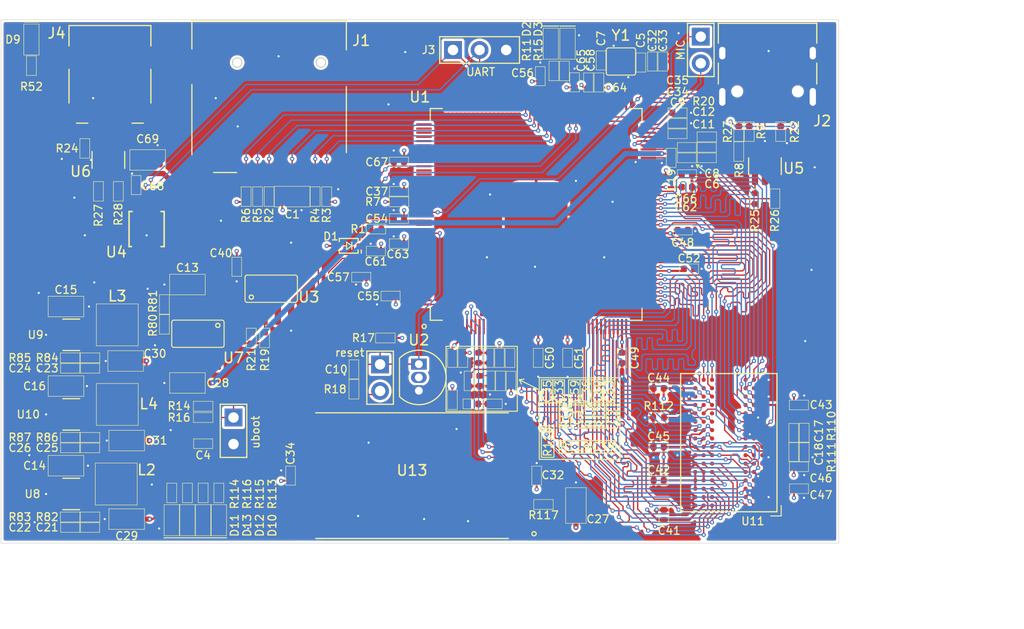
<source format=kicad_pcb>
(kicad_pcb (version 20211014) (generator pcbnew)
  (layers (0 "F.Cu" signal) (1 "In1.Cu" signal) (2 "In2.Cu" signal) (31 "B.Cu" signal) (34 "B.Paste" user) (35 "F.Paste" user) (36 "B.SilkS" user "B.Silkscreen") (37 "F.SilkS" user "F.Silkscreen") (38 "B.Mask" user) (39 "F.Mask" user) (44 "Edge.Cuts" user))
  (net 0 "")
  (net 1 "GND")
  (net 2 "+3V3")
  (net 3 "DDR3_SVREF")
  (net 4 "+1V5")
  (net 5 "Net-(C4-Pad1)")
  (net 6 "XTAL2")
  (net 7 "Net-(C6-Pad2)")
  (net 8 "XTAL1")
  (net 9 "Net-(C9-Pad2)")
  (net 10 "RESET")
  (net 11 "Net-(C11-Pad2)")
  (net 12 "+5V")
  (net 13 "Net-(C68-Pad1)")
  (net 14 "+3V0")
  (net 15 "Net-(C21-Pad2)")
  (net 16 "Net-(C23-Pad2)")
  (net 17 "+1V2")
  (net 18 "Net-(C25-Pad2)")
  (net 19 "Net-(D1-Pad1)")
  (net 20 "Net-(D2-Pad2)")
  (net 21 "Net-(D3-Pad2)")
  (net 22 "Net-(R1-Pad1)")
  (net 23 "uSD_CMD")
  (net 24 "uSD_DAT1")
  (net 25 "uSD_DAT0")
  (net 26 "uSD_DAT3")
  (net 27 "uSD_DAT2")
  (net 28 "USB0_ID_DET")
  (net 29 "USB0_BUS_DET")
  (net 30 "Net-(R10-Pad1)")
  (net 31 "LED1")
  (net 32 "LED2")
  (net 33 "UBOOT")
  (net 34 "Net-(J6-Pad2)")
  (net 35 "I2C_SCL")
  (net 36 "I2C_SDA")
  (net 37 "LCD_VSYNC")
  (net 38 "LCD_DE")
  (net 39 "LCD_HSYNC")
  (net 40 "Net-(D9-Pad2)")
  (net 41 "DDR3_A0")
  (net 42 "DDR3_A1")
  (net 43 "DDR3_A2")
  (net 44 "DDR3_A3")
  (net 45 "DDR3_A4")
  (net 46 "DDR3_A5")
  (net 47 "DDR3_A6")
  (net 48 "DDR3_A7")
  (net 49 "DDR3_A8")
  (net 50 "DDR3_A9")
  (net 51 "DDR3_A10")
  (net 52 "DDR3_A11")
  (net 53 "DDR3_A12")
  (net 54 "DDR3_A13")
  (net 55 "DDR3_A14")
  (net 56 "DDR3_BA0")
  (net 57 "DDR3_BA1")
  (net 58 "DDR3_BA2")
  (net 59 "DDR3_CK")
  (net 60 "DDR3_~{CK}")
  (net 61 "DDR3_CKE")
  (net 62 "DDR3_~{RESET}")
  (net 63 "DDR3_~{RAS}")
  (net 64 "DDR3_~{CAS}")
  (net 65 "DDR3_~{WE}")
  (net 66 "DDR3_ODT")
  (net 67 "DDR3_D0")
  (net 68 "DDR3_D1")
  (net 69 "DDR3_D2")
  (net 70 "DDR3_D3")
  (net 71 "DDR3_D4")
  (net 72 "DDR3_D5")
  (net 73 "DDR3_D6")
  (net 74 "DDR3_D7")
  (net 75 "DDR3_D8")
  (net 76 "DDR3_D9")
  (net 77 "DDR3_D10")
  (net 78 "DDR3_D11")
  (net 79 "DDR3_D12")
  (net 80 "DDR3_D13")
  (net 81 "DDR3_D14")
  (net 82 "DDR3_D15")
  (net 83 "DDR3_LDM")
  (net 84 "DDR3_UDM")
  (net 85 "DDR3_LDQS")
  (net 86 "DDR3_~{LDQS}")
  (net 87 "DDR3_UDQS")
  (net 88 "DDR3_~{UDQS}")
  (net 89 "Net-(R112-Pad1)")
  (net 90 "Net-(D10-Pad2)")
  (net 91 "Net-(D11-Pad2)")
  (net 92 "Net-(D12-Pad2)")
  (net 93 "Net-(D13-Pad2)")
  (net 94 "Net-(C17-Pad2)")
  (net 95 "LCD_D2")
  (net 96 "LCD_D3")
  (net 97 "LCD_D4")
  (net 98 "LCD_D6")
  (net 99 "LCD_D7")
  (net 100 "LCD_D10")
  (net 101 "LCD_D11")
  (net 102 "LCD_D12")
  (net 103 "LCD_D13")
  (net 104 "LCD_D14")
  (net 105 "LCD_D15")
  (net 106 "LCD_D18")
  (net 107 "LCD_D19")
  (net 108 "LCD_D20")
  (net 109 "LCD_D21")
  (net 110 "LCD_D22")
  (net 111 "LCD_D23")
  (net 112 "UART1_RxD")
  (net 113 "UART1_TxD")
  (net 122 "Net-(U1-Pad85)")
  (net 123 "Net-(U1-Pad84)")
  (net 124 "uSD_CLK")
  (net 126 "HOST_UDP")
  (net 127 "HOST_UDM")
  (net 128 "OTG_UDP")
  (net 129 "OTG_ODM")
  (net 137 "USB0_DRV")
  (net 143 "Net-(R25-Pad2)")
  (net 144 "Net-(L2-Pad1)")
  (net 145 "Net-(L3-Pad1)")
  (net 146 "Net-(L4-Pad1)")
  (net 153 "TPY1")
  (net 154 "TPX1")
  (net 155 "TPX2")
  (net 156 "TPY2")
  (net 157 "PIN7")
  (net 158 "LCD_D5")
  (net 159 "LCD_CLK")
  (net 160 "PIN8")
  (net 161 "PIN6")
  (net 162 "PIN9")
  (net 163 "~{WP}")
  (net 164 "R~{B}")
  (net 165 "~{CE}")
  (net 166 "NAND_IO0")
  (net 167 "NAND_IO1")
  (net 168 "NAND_IO2")
  (net 169 "NAND_IO3")
  (net 170 "NAND_IO4")
  (net 171 "NAND_IO5")
  (net 172 "NAND_IO6")
  (net 173 "NAND_IO7")
  (net 174 "~{WE}")
  (net 175 "ALE")
  (net 176 "CLE")
  (net 177 "~{RE}")
  (net 178 "Net-(J2-PadA5)")
  (net 179 "Net-(J2-PadB5)")
  (net 186 "Net-(J4-Pad4)")
  (net 190 "Net-(R26-Pad2)")
  (net 191 "+5VP")
  (net 192 "TypeC_D+")
  (net 193 "TypeC_D-")
  (net 194 "USB_mini_D-")
  (net 195 "USB_mini_D+")
  (net 196 "Net-(R27-Pad1)")
  (net 197 "Net-(R28-Pad1)")
  (net 198 "Net-(R80-Pad2)")
  (net 199 "USD_DP")
  (net 201 "USB_DM")
  (footprint "spdf1626_lib:C_0805" (layer "F.Cu") (at 38.3 43.9)
    (fp_text reference "C1")
    (fp_text value "100n")
  )
  (footprint "spdf1626_lib:C_0402" (layer "F.Cu") (at 59.2 61.5 90)
    (fp_text reference "C2")
    (fp_text value "100n")
  )
  (footprint "spdf1626_lib:C_0402" (layer "F.Cu") (at 56.2 61.5 -90)
    (fp_text reference "C3")
    (fp_text value "100n")
  )
  (footprint "spdf1626_lib:C_0402" (layer "F.Cu") (at 29.8 67.5)
    (fp_text reference "C4")
    (fp_text value "100n")
  )
  (footprint "spdf1626_lib:C_0402" (layer "F.Cu") (at 71.6 31.1 -90)
    (fp_text reference "C5")
    (fp_text value "33pF")
  )
  (footprint "spdf1626_lib:C_0402" (layer "F.Cu") (at 76 40.2 180)
    (fp_text reference "C6")
    (fp_text value "10uF")
  )
  (footprint "spdf1626_lib:C_0402" (layer "F.Cu") (at 67.8 30.9 90)
    (fp_text reference "C7")
    (fp_text value "33pF")
  )
  (footprint "spdf1626_lib:C_0402" (layer "F.Cu") (at 76 39.2 180)
    (fp_text reference "C8")
    (fp_text value "100n")
  )
  (footprint "spdf1626_lib:C_0402" (layer "F.Cu") (at 75.1 37.9 180)
    (fp_text reference "C9")
    (fp_text value "1uF")
  )
  (footprint "spdf1626_lib:C_0402" (layer "F.Cu") (at 44.2 60.4 -90)
    (fp_text reference "C10")
    (fp_text value "100n")
  )
  (footprint "spdf1626_lib:C_0402" (layer "F.Cu") (at 77.9 40.2)
    (fp_text reference "C11")
    (fp_text value "10uF")
  )
  (footprint "spdf1626_lib:C_0402" (layer "F.Cu") (at 77.9 39.2)
    (fp_text reference "C12")
    (fp_text value "100n")
  )
  (footprint "spdf1626_lib:C_0805" (layer "F.Cu") (at 16.7 69.6)
    (fp_text reference "C14")
    (fp_text value "10u")
  )
  (footprint "spdf1626_lib:C_0805" (layer "F.Cu") (at 16.7 54.4)
    (fp_text reference "C15")
    (fp_text value "10u")
  )
  (footprint "spdf1626_lib:C_0805" (layer "F.Cu") (at 16.7 62)
    (fp_text reference "C16")
    (fp_text value "10u")
  )
  (footprint "spdf1626_lib:C_0402" (layer "F.Cu") (at 86.2 66.48 -90)
    (fp_text reference "C17")
    (fp_text value "100n")
  )
  (footprint "spdf1626_lib:C_0402" (layer "F.Cu") (at 86.2 68.28 -90)
    (fp_text reference "C18")
    (fp_text value "100n")
  )
  (footprint "spdf1626_lib:C_0402" (layer "F.Cu") (at 19 75.5 180)
    (fp_text reference "C21")
    (fp_text value "6.8pF")
  )
  (footprint "spdf1626_lib:C_0402" (layer "F.Cu") (at 17.1 75.5 180)
    (fp_text reference "C22")
    (fp_text value "33pF")
  )
  (footprint "spdf1626_lib:C_0402" (layer "F.Cu") (at 19 60.3 180)
    (fp_text reference "C23")
    (fp_text value "6.8pF")
  )
  (footprint "spdf1626_lib:C_0402" (layer "F.Cu") (at 17.1 60.3 180)
    (fp_text reference "C24")
    (fp_text value "33pF")
  )
  (footprint "spdf1626_lib:C_0402" (layer "F.Cu") (at 19 67.9 180)
    (fp_text reference "C25")
    (fp_text value "6.8pF")
  )
  (footprint "spdf1626_lib:C_0402" (layer "F.Cu") (at 17.1 67.9 180)
    (fp_text reference "C26")
    (fp_text value "33pF")
  )
  (footprint "spdf1626_lib:C_0805" (layer "F.Cu") (at 65.4 73.4 90)
    (fp_text reference "C27")
    (fp_text value "22u")
  )
  (footprint "spdf1626_lib:C_0805" (layer "F.Cu") (at 22.5 74.7 180)
    (fp_text reference "C29")
    (fp_text value "10u")
  )
  (footprint "spdf1626_lib:C_0805" (layer "F.Cu") (at 22.4 59.6 180)
    (fp_text reference "C30")
    (fp_text value "10u")
  )
  (footprint "spdf1626_lib:C_0805" (layer "F.Cu") (at 22.5 67.2 180)
    (fp_text reference "C31")
    (fp_text value "10u")
  )
  (footprint "spdf1626_lib:D_SOD-323" (layer "F.Cu") (at 43.7 48.6 180)
    (fp_text reference "D1")
    (fp_text value "1N5819")
  )
  (footprint "spdf1626_lib:LED_0603" (layer "F.Cu") (at 63 29.3 -90)
    (fp_text reference "D2")
    (fp_text value "LED" hide)
  )
  (footprint "spdf1626_lib:LED_0603" (layer "F.Cu") (at 64.6 29.3 -90)
    (fp_text reference "D3")
    (fp_text value "LED" hide)
  )
  (footprint "spdf1626_lib:R_0402" (layer "F.Cu") (at 46.3 47 180)
    (fp_text reference "R1")
    (fp_text value "47k")
  )
  (footprint "spdf1626_lib:R_0402" (layer "F.Cu") (at 36.1 43.9 -90)
    (fp_text reference "R2")
    (fp_text value "10k")
  )
  (footprint "spdf1626_lib:R_0402" (layer "F.Cu") (at 41.6 43.9 -90)
    (fp_text reference "R3")
    (fp_text value "100k")
  )
  (footprint "spdf1626_lib:R_0402" (layer "F.Cu") (at 40.5 43.9 -90)
    (fp_text reference "R4")
    (fp_text value "100k")
  )
  (footprint "spdf1626_lib:R_0402" (layer "F.Cu") (at 35 43.9 -90)
    (fp_text reference "R5")
    (fp_text value "100k")
  )
  (footprint "spdf1626_lib:R_0402" (layer "F.Cu") (at 33.9 43.9 -90)
    (fp_text reference "R6")
    (fp_text value "100k")
  )
  (footprint "spdf1626_lib:R_0402" (layer "F.Cu") (at 48.5 44.4 180)
    (fp_text reference "R7")
    (fp_text value "47k")
  )
  (footprint "spdf1626_lib:R_0402" (layer "F.Cu") (at 80.95 39.6 -90)
    (fp_text reference "R8")
    (fp_text value "100k")
  )
  (footprint "spdf1626_lib:R_0402" (layer "F.Cu") (at 80.95 37.7 -90)
    (fp_text reference "R9")
    (fp_text value "4k7")
  )
  (footprint "spdf1626_lib:R_0402" (layer "F.Cu") (at 55.2 61.5 -90)
    (fp_text reference "R10")
    (fp_text value "240R")
  )
  (footprint "spdf1626_lib:R_0402" (layer "F.Cu") (at 63.3 31.9 -90)
    (fp_text reference "R11")
    (fp_text value "1k")
  )
  (footprint "spdf1626_lib:R_0402" (layer "F.Cu") (at 58.2 61.5 90)
    (fp_text reference "R12")
    (fp_text value "2k")
  )
  (footprint "spdf1626_lib:R_0402" (layer "F.Cu") (at 57.2 61.5 -90)
    (fp_text reference "R13")
    (fp_text value "2k")
  )
  (footprint "spdf1626_lib:R_0402" (layer "F.Cu") (at 29.8 63.925 180)
    (fp_text reference "R14")
    (fp_text value "100k")
  )
  (footprint "spdf1626_lib:R_0402" (layer "F.Cu") (at 64.3 31.9 -90)
    (fp_text reference "R15")
    (fp_text value "1k")
  )
  (footprint "spdf1626_lib:R_0402" (layer "F.Cu") (at 29.8 65 180)
    (fp_text reference "R16")
    (fp_text value "6.8k")
  )
  (footprint "spdf1626_lib:R_0402" (layer "F.Cu") (at 47.2 57.4 180)
    (fp_text reference "R17")
    (fp_text value "10k")
  )
  (footprint "spdf1626_lib:R_0402" (layer "F.Cu") (at 44.2 62.3 90)
    (fp_text reference "R18")
    (fp_text value "51R")
  )
  (footprint "spdf1626_lib:R_0402" (layer "F.Cu") (at 35.665 57.4 -90)
    (fp_text reference "R19")
    (fp_text value "4k7")
  )
  (footprint "spdf1626_lib:R_0402" (layer "F.Cu") (at 77.9 38.2)
    (fp_text reference "R20")
    (fp_text value "200k")
  )
  (footprint "spdf1626_lib:R_0402" (layer "F.Cu") (at 34.4 57.4 -90)
    (fp_text reference "R21")
    (fp_text value "4k7")
  )
  (footprint "spdf1626_lib:R_0402" (layer "F.Cu") (at 13.4 31.4 -90)
    (fp_text reference "R52")
    (fp_text value "1k")
  )
  (footprint "spdf1626_lib:R_0402" (layer "F.Cu") (at 19 74.5 180)
    (fp_text reference "R82")
    (fp_text value "562k")
  )
  (footprint "spdf1626_lib:R_0402" (layer "F.Cu") (at 17.1 74.5 180)
    (fp_text reference "R83")
    (fp_text value "100k")
  )
  (footprint "spdf1626_lib:R_0402" (layer "F.Cu") (at 19 59.3 180)
    (fp_text reference "R84")
    (fp_text value "562k")
  )
  (footprint "spdf1626_lib:R_0402" (layer "F.Cu") (at 17.1 59.3 180)
    (fp_text reference "R85")
    (fp_text value "100k")
  )
  (footprint "spdf1626_lib:R_0402" (layer "F.Cu") (at 19 66.9 180)
    (fp_text reference "R86")
    (fp_text value "562k")
  )
  (footprint "spdf1626_lib:R_0402" (layer "F.Cu") (at 17.1 66.9 180)
    (fp_text reference "R87")
    (fp_text value "100k")
  )
  (footprint "spdf1626_lib:R_0402" (layer "F.Cu") (at 87.2 66.48 -90)
    (fp_text reference "R110")
    (fp_text value "1k")
  )
  (footprint "spdf1626_lib:R_0402" (layer "F.Cu") (at 87.2 68.28 -90)
    (fp_text reference "R111")
    (fp_text value "1k")
  )
  (footprint "spdf1626_lib:R_0402" (layer "F.Cu") (at 26.8 72.2 90)
    (fp_text reference "R114")
    (fp_text value "1k")
  )
  (footprint "Package_TO_SOT_THT:TO-92_Inline" (layer "F.Cu") (at 50.4 59.9 -90)
    (fp_text reference "U2")
    (fp_text value "MCP130")
  )
  (footprint "spdf1626_lib:SOIC-8" (layer "F.Cu") (at 36.3 52.7 90)
    (fp_text reference "U3")
    (fp_text value "LM75A")
  )
  (footprint "spdf1626_lib:SOT-23-5" (layer "F.Cu") (at 17.2 72.3)
    (fp_text reference "U8")
    (fp_text value "LM3671MF" hide)
  )
  (footprint "spdf1626_lib:SOT-23-5" (layer "F.Cu") (at 17.2 57.1)
    (fp_text reference "U9")
    (fp_text value "LM3671MF" hide)
  )
  (footprint "spdf1626_lib:SOT-23-5" (layer "F.Cu") (at 17.2 64.7)
    (fp_text reference "U10")
    (fp_text value "LM3671MF" hide)
  )
  (footprint "Package_BGA:BGA-96_9.0x13.0mm_Layout2x3x16_P0.8mm" (layer "F.Cu") (at 80 67.4 180)
    (fp_text reference "U11")
    (fp_text value "AS4C256M16D3")
  )
  (footprint "spdf1626_lib:C_0402" (layer "F.Cu") (at 72.7 31 90)
    (fp_text reference "C32")
    (fp_text value "1nF")
  )
  (footprint "spdf1626_lib:C_0402" (layer "F.Cu") (at 73.7 31 90)
    (fp_text reference "C33")
    (fp_text value "1nF")
  )
  (footprint "spdf1626_lib:C_0402" (layer "F.Cu") (at 75.1 36.9)
    (fp_text reference "C34")
    (fp_text value "1nF")
  )
  (footprint "spdf1626_lib:C_0402" (layer "F.Cu") (at 75.1 35.9)
    (fp_text reference "C35")
    (fp_text value "1nF")
  )
  (footprint "spdf1626_lib:LED_0603" (layer "F.Cu") (at 26.8 74.8 90)
    (fp_text reference "D11")
    (fp_text value "LED" hide)
  )
  (footprint "spdf1626_lib:L-CD32" (layer "F.Cu") (at 21.5 71.35)
    (fp_text reference "L2")
    (fp_text value "2.2uH")
  )
  (footprint "spdf1626_lib:L-CD32" (layer "F.Cu") (at 21.6 56.15)
    (fp_text reference "L3")
    (fp_text value "2.2uH")
  )
  (footprint "spdf1626_lib:L-CD32" (layer "F.Cu") (at 21.6 63.75)
    (fp_text reference "L4")
    (fp_text value "2.2uH")
  )
  (footprint "spdf1626_lib:Crystal_SMD_2016-4Pin_2.0x1.6mm" (layer "F.Cu") (at 69.7 31 180)
    (fp_text reference "Y1")
    (fp_text value "24MHz")
  )
  (footprint "spdf1626_lib:R_0402" (layer "F.Cu") (at 73.3 65 180)
    (fp_text reference "R112")
    (fp_text value "240R")
  )
  (footprint "spdf1626_lib:LED_0603" (layer "F.Cu") (at 13.4 28.9 -90)
    (fp_text reference "D9")
    (fp_text value "LED" hide)
  )
  (footprint "Connector_USB:USB_C_Receptacle_HRO_TYPE-C-31-M-12" (layer "F.Cu") (at 83.7 31.25 180)
    (fp_text reference "J2")
    (fp_text value "USB_C_Plug")
  )
  (footprint "spdf1626_lib:C_0402" (layer "F.Cu") (at 57.45 63.7)
    (fp_text reference "C39")
    (fp_text value "100n")
  )
  (footprint "spdf1626_lib:R_0402" (layer "F.Cu") (at 62.3 73.3 180)
    (fp_text reference "R117")
    (fp_text value "10k")
  )
  (footprint "spdf1626_lib:R_0402" (layer "F.Cu") (at 53.6 63.3 -90)
    (fp_text reference "R118")
    (fp_text value "10k")
  )
  (footprint "spdf1626_lib:R_0402" (layer "F.Cu") (at 55.549999 63.7)
    (fp_text reference "R119")
    (fp_text value "10k")
  )
  (footprint "spdf1626:TSOP-48(TYPE1)" (layer "F.Cu") (at 49.75 70.549999 180)
    (fp_text reference "U13")
    (fp_text value "NAND_K9GAG08")
  )
  (footprint "spdf1626_lib:R_0402" (layer "F.Cu") (at 84.95 37.7 90)
    (fp_text reference "R22")
    (fp_text value "5.1k")
  )
  (footprint "spdf1626_lib:R_0402" (layer "F.Cu") (at 81.95 37.7 90)
    (fp_text reference "R23")
    (fp_text value "5.1k")
  )
  (footprint "spdf1626_lib:C_0402" (layer "F.Cu") (at 33.01 50.6 -90)
    (fp_text reference "C40")
    (fp_text value "100n")
  )
  (footprint "Package_QFP:LQFP-176_20x20mm_P0.4mm" (layer "F.Cu") (at 61.6 45.6 90)
    (fp_text reference "U1")
    (fp_text value "Allwinner_A13_eLQFP176")
  )
  (footprint "spdf1626_lib:micro-sd" (layer "F.Cu") (at 36.1 31.1 180)
    (fp_text reference "J1")
    (fp_text value "Micro_SD_Card")
    (fp_circle (center 3.05 0) (end 3.5 0) (layer "Edge.Cuts") (width 0.12) (fill none))
    (fp_circle (center -4.95 0) (end -4.5 0) (layer "Edge.Cuts") (width 0.12) (fill none))
  )
  (footprint "spdf1626_lib:C_0805" (layer "F.Cu") (at 24.5 40.4)
    (fp_text reference "C69")
    (fp_text value "10u")
  )
  (footprint "spdf1626_lib:C_0402" (layer "F.Cu") (at 46.3 49.1)
    (fp_text reference "C61")
    (fp_text value "100n")
  )
  (footprint "spdf1626_lib:C_0402" (layer "F.Cu") (at 54.6 59.3 90)
    (fp_text reference "C33")
    (fp_text value "100n")
  )
  (footprint "spdf1626_lib:C_0805" (layer "F.Cu") (at 28.3 52.3 180)
    (fp_text reference "C13")
    (fp_text value "10u")
  )
  (footprint "spdf1626_lib:PinHeader_1x02_P2.54mm" (layer "F.Cu") (at 77.32 28.63)
    (fp_text reference "J7" hide)
    (fp_text value "MIC")
  )
  (footprint "spdf1626_lib:C_0402" (layer "F.Cu") (at 48.5 43.4)
    (fp_text reference "C37")
    (fp_text value "100n")
  )
  (footprint "spdf1626_lib:C_0402" (layer "F.Cu") (at 48.5 40.6)
    (fp_text reference "C67")
    (fp_text value "100n")
  )
  (footprint "spdf1626_lib:C_0402" (layer "F.Cu") (at 47.7 53.4)
    (fp_text reference "C55")
    (fp_text value "100n")
  )
  (footprint "spdf1626_lib:R_0402" (layer "F.Cu") (at 84.4 44.1 -90)
    (fp_text reference "R26")
    (fp_text value "22R")
  )
  (footprint "spdf1626_lib:C_0402" (layer "F.Cu") (at 76 43 180)
    (fp_text reference "C62")
    (fp_text value "100n")
  )
  (footprint "spdf1626_lib:LED_0603" (layer "F.Cu") (at 28.3 74.8 90)
    (fp_text reference "D13")
    (fp_text value "LED" hide)
  )
  (footprint "spdf1626_lib:LED_0603" (layer "F.Cu") (at 29.8 74.8 90)
    (fp_text reference "D12")
    (fp_text value "LED" hide)
  )
  (footprint "spdf1626_lib:C_0402" (layer "F.Cu") (at 23.4 42.8 90)
    (fp_text reference "C68")
    (fp_text value "100nF")
  )
  (footprint "Connector_USB:USB_Mini-B_Lumberg_2486_01_Horizontal" (layer "F.Cu") (at 20.9 33.475 180)
    (fp_text reference "J4")
    (fp_text value "USB_B_Mini")
  )
  (footprint "spdf1626_lib:C_0402" (layer "F.Cu") (at 86.7 69.7 180)
    (fp_text reference "C46")
    (fp_text value "100n")
  )
  (footprint "spdf1626_lib:C_0402" (layer "F.Cu") (at 74.5 40.2 90)
    (fp_text reference "C19")
    (fp_text value "100n")
  )
  (footprint "spdf1626_lib:C_0805" (layer "F.Cu") (at 28.3 61.7 180)
    (fp_text reference "C28")
    (fp_text value "10u")
  )
  (footprint "spdf1626_lib:R_0402" (layer "F.Cu") (at 31.3 72.2 90)
    (fp_text reference "R113")
    (fp_text value "1k")
  )
  (footprint "spdf1626_lib:C_0402" (layer "F.Cu") (at 65.27 32.99 -90)
    (fp_text reference "C65")
    (fp_text value "100n")
  )
  (footprint "spdf1626_lib:C_0402" (layer "F.Cu") (at 62 32.4 -90)
    (fp_text reference "C56")
    (fp_text value "100n")
  )
  (footprint "spdf1626_lib:C_0402" (layer "F.Cu") (at 61.8 59.3 90)
    (fp_text reference "C50")
    (fp_text value "100n")
  )
  (footprint "spdf1626_lib:LED_0603" (layer "F.Cu") (at 31.3 74.8 90)
    (fp_text reference "D10")
    (fp_text value "LED" hide)
  )
  (footprint "spdf1626_lib:C_0402" (layer "F.Cu") (at 73.8 74.3 -90)
    (fp_text reference "C41")
    (fp_text value "100n")
  )
  (footprint "spdf1626_lib:PinHeader_1x02_P2.54mm" (layer "F.Cu") (at 46.7 59.925)
    (fp_text reference "J6" hide)
    (fp_text value "reset")
  )
  (footprint "spdf1626_lib:C_0402" (layer "F.Cu") (at 53.6 59.3 90)
    (fp_text reference "C35")
    (fp_text value "100n")
  )
  (footprint "spdf1626_lib:R_0402" (layer "F.Cu") (at 28.3 72.2 90)
    (fp_text reference "R116")
    (fp_text value "1k")
  )
  (footprint "spdf1626_lib:PinHeader_1x02_P2.54mm" (layer "F.Cu") (at 32.7 65)
    (fp_text reference "J5" hide)
    (fp_text value "uboot")
  )
  (footprint "spdf1626_lib:C_0402" (layer "F.Cu") (at 56.1 59.3 90)
    (fp_text reference "C59")
    (fp_text value "100n")
  )
  (footprint "spdf1626_lib:R_0402" (layer "F.Cu") (at 26.1 56.1 90)
    (fp_text reference "R80")
    (fp_text value "240R")
  )
  (footprint "spdf1626_lib:R_0402" (layer "F.Cu") (at 26.1 54.2 90)
    (fp_text reference "R81")
    (fp_text value "330R")
  )
  (footprint "spdf1626_lib:C_0402" (layer "F.Cu") (at 57.1 59.3 90)
    (fp_text reference "C36")
    (fp_text value "100n")
  )
  (footprint "spdf1626_lib:C_0402" (layer "F.Cu") (at 48.5 48.4)
    (fp_text reference "C63")
    (fp_text value "100n")
  )
  (footprint "spdf1626_lib:R_0402" (layer "F.Cu") (at 29.8 72.2 90)
    (fp_text reference "R115")
    (fp_text value "1k")
  )
  (footprint "spdf1626_lib:R_0402" (layer "F.Cu") (at 19.8 43.4 90)
    (fp_text reference "R27")
    (fp_text value "22R")
  )
  (footprint "spdf1626_lib:C_0402" (layer "F.Cu") (at 58.1 59.3 90)
    (fp_text reference "C60")
    (fp_text value "100n")
  )
  (footprint "spdf1626_lib:C_0402" (layer "F.Cu") (at 76.2 50.8 180)
    (fp_text reference "C52")
    (fp_text value "100n")
  )
  (footprint "spdf1626_lib:PinHeader_1x03_P2.54mm" (layer "F.Cu") (at 53.66 29.9 90)
    (fp_text reference "J3")
    (fp_text value "UART")
  )
  (footprint "spdf1626_lib:C_0402" (layer "F.Cu") (at 48.5 46)
    (fp_text reference "C54")
    (fp_text value "100n")
  )
  (footprint "spdf1626_lib:R_0402" (layer "F.Cu") (at 82.5 44.1 -90)
    (fp_text reference "R25")
    (fp_text value "22R")
  )
  (footprint "spdf1626_lib:C_0402" (layer "F.Cu") (at 86.7 71.8 180)
    (fp_text reference "C47")
    (fp_text value "100n")
  )
  (footprint "spdf1626_lib:SOT-23-6" (layer "F.Cu") (at 20.75 40.4 90)
    (fp_text reference "U6")
    (fp_text value "USBLC6-2SC6")
  )
  (footprint "spdf1626_lib:C_0402" (layer "F.Cu") (at 76 41.8 180)
    (fp_text reference "C66")
    (fp_text value "100n")
  )
  (footprint "spdf1626_lib:C_0402" (layer "F.Cu") (at 75.6 47.1 180)
    (fp_text reference "C48")
    (fp_text value "100n")
  )
  (footprint "spdf1626_lib:SOIC-8" (layer "F.Cu") (at 29.3 57 -90)
    (fp_text reference "U7")
    (fp_text value "LM317L_SO8")
  )
  (footprint "spdf1626_lib:C_0402" (layer "F.Cu") (at 64.6 59.3 90)
    (fp_text reference "C51")
    (fp_text value "100n")
  )
  (footprint "Package_SO:MSOP-10_3x3mm_P0.5mm" (layer "F.Cu") (at 24.4 47 90)
    (fp_text reference "U4")
    (fp_text value "CH340E")
  )
  (footprint "spdf1626_lib:C_0402" (layer "F.Cu") (at 73.3 67.8)
    (fp_text reference "C45")
    (fp_text value "100n")
  )
  (footprint "spdf1626_lib:C_0402" (layer "F.Cu") (at 61.65 70.55 -90)
    (fp_text reference "C32")
    (fp_text value "100n")
  )
  (footprint "spdf1626_lib:C_0402" (layer "F.Cu") (at 73.3 62.2)
    (fp_text reference "C44")
    (fp_text value "100n")
  )
  (footprint "spdf1626_lib:C_0402" (layer "F.Cu") (at 67.6 33 -90)
    (fp_text reference "C64")
    (fp_text value "100n")
  )
  (footprint "spdf1626_lib:C_0402" (layer "F.Cu") (at 44.9 51.6)
    (fp_text reference "C57")
    (fp_text value "100n")
  )
  (footprint "spdf1626_lib:C_0402" (layer "F.Cu") (at 86.7 63.8 180)
    (fp_text reference "C43")
    (fp_text value "100n")
  )
  (footprint "spdf1626_lib:C_0402" (layer "F.Cu") (at 59.1 59.3 90)
    (fp_text reference "C53")
    (fp_text value "100n")
  )
  (footprint "spdf1626_lib:C_0402" (layer "F.Cu") (at 38.15 70.55 -90)
    (fp_text reference "C34")
    (fp_text value "100n")
  )
  (footprint "spdf1626_lib:C_0402" (layer "F.Cu") (at 73.3 71)
    (fp_text reference "C42")
    (fp_text value "100n")
  )
  (footprint "spdf1626_lib:SOT-23-6" (layer "F.Cu") (at 83.45 41 -90)
    (fp_text reference "U5")
    (fp_text value "USBLC6-2SC6")
  )
  (footprint "spdf1626_lib:R_0402" (layer "F.Cu") (at 21.7 43.4 90)
    (fp_text reference "R28")
    (fp_text value "22R")
  )
  (footprint "spdf1626_lib:C_0402" (layer "F.Cu") (at 66.6 33 -90)
    (fp_text reference "C58")
    (fp_text value "100n")
  )
  (footprint "spdf1626_lib:R_0402" (layer "F.Cu") (at 18.5 39.3 -90)
    (fp_text reference "R24")
    (fp_text value "100k")
  )
  (footprint "spdf1626_lib:C_0402" (layer "F.Cu") (at 69.8 59.3 90)
    (fp_text reference "C49")
    (fp_text value "100n")
  )
  (gr_rect (start 63.8 63.8) (end 69.4 66) (layer "F.SilkS") (width 0.1) (fill none))
  (gr_line (start 76.9 40.84) (end 77.01 41.16) (layer "F.SilkS") (width 0.1))
  (gr_line (start 76.9 40.85) (end 77.19 40.9) (layer "F.SilkS") (width 0.1))
  (gr_line (start 68 61.4) (end 68 63.6) (layer "F.SilkS") (width 0.1))
  (gr_line (start 61.8 62.3) (end 60 61.4) (layer "F.SilkS") (width 0.1))
  (gr_rect (start 62.1 65.8) (end 63.3 68.8) (layer "F.SilkS") (width 0.1) (fill none))
  (gr_line (start 64.9 66) (end 64.9 63.8) (layer "F.SilkS") (width 0.1))
  (gr_rect (start 63.2 61.4) (end 64.3 63.6) (layer "F.SilkS") (width 0.1) (fill none))
  (gr_line (start 60 61.39) (end 60.44 61.34) (layer "F.SilkS") (width 0.1))
  (gr_rect (start 64.7 61.4) (end 69.1 63.6) (layer "F.SilkS") (width 0.1) (fill none))
  (gr_line (start 60 61.4) (end 60.2 61.8) (layer "F.SilkS") (width 0.1))
  (gr_line (start 66 66) (end 66 63.8) (layer "F.SilkS") (width 0.1))
  (gr_line (start 77.69 41.48) (end 76.9 40.84) (layer "F.SilkS") (width 0.1))
  (gr_line (start 68.3 66) (end 68.3 63.8) (layer "F.SilkS") (width 0.1))
  (gr_rect (start 63.8 67.2) (end 69.2 68.4) (layer "F.SilkS") (width 0.1) (fill none))
  (gr_rect (start 62.1 61.4) (end 63.2 63.6) (layer "F.SilkS") (width 0.1) (fill none))
  (gr_line (start 66.8 68.4) (end 66.8 67.2) (layer "F.SilkS") (width 0.1))
  (gr_circle (center 61.4 76.1) (end 61.4 75.9) (layer "F.SilkS") (width 0.12) (fill none))
  (gr_line (start 66.9 63.6) (end 66.9 61.4) (layer "F.SilkS") (width 0.1))
  (gr_circle (center 50.9 56.3) (end 51.1 56.3) (layer "F.SilkS") (width 0.12) (fill none))
  (gr_line (start 67.2 66) (end 67.2 63.8) (layer "F.SilkS") (width 0.1))
  (gr_rect (start 53 58.2) (end 59.8 64.4) (layer "F.SilkS") (width 0.1) (fill none))
  (gr_rect (start 61.9 61.2) (end 69.6 69) (layer "F.SilkS") (width 0.1) (fill none))
  (gr_line (start 65.8 61.4) (end 65.8 63.6) (layer "F.SilkS") (width 0.1))
  (gr_line (start 10.5 27) (end 10.5 77) (layer "Edge.Cuts") (width 0.05))
  (gr_line (start 90.5 27) (end 90.5 77) (layer "Edge.Cuts") (width 0.05))
  (gr_line (start 10.5 27) (end 90.5 27) (layer "Edge.Cuts") (width 0.05))
  (gr_line (start 10.5 77) (end 90.5 77) (layer "Edge.Cuts") (width 0.05))
  (segment (start 16.425 36.1) (end 16.45 36.075) (width 0.2) (layer "F.Cu") (net 0))
  (segment (start 87.18 62.92) (end 87.2 62.9) (width 0.2) (layer "F.Cu") (net 1))
  (segment (start 15.89 57.1) (end 14.8 57.1) (width 0.5) (layer "F.Cu") (net 1))
  (segment (start 83.2 72.6) (end 83.8 72.6) (width 0.2) (layer "F.Cu") (net 1))
  (segment (start 20.4 40.4) (end 18.7 40.4) (width 0.2) (layer "F.Cu") (net 1))
  (segment (start 16.59 66.61) (end 17.2 66) (width 0.2) (layer "F.Cu") (net 1))
  (segment (start 30.28 67.5) (end 32.66 67.5) (width 0.2) (layer "F.Cu") (net 1))
  (segment (start 82.8 65) (end 83.2 64.6) (width 0.2) (layer "F.Cu") (net 1))
  (segment (start 26.1 53.69) (end 26.1 52.3) (width 0.2) (layer "F.Cu") (net 1))
  (segment (start 16.9 64.7) (end 15.89 64.7) (width 0.2) (layer "F.Cu") (net 1))
  (segment (start 48 45.2) (end 48.02 45.22) (width 0.2) (layer "F.Cu") (net 1))
  (segment (start 72.82 64.97) (end 72.79 65) (width 0.2) (layer "F.Cu") (net 1))
  (segment (start 13.4025 28.11) (end 13.4 28.1125) (width 0.2) (layer "F.Cu") (net 1))
  (segment (start 61.42 70.3) (end 61.65 70.07) (width 0.2) (layer "F.Cu") (net 1))
  (segment (start 45.82 49.1) (end 45.82 48.42) (width 0.2) (layer "F.Cu") (net 1))
  (segment (start 53.6 59.78) (end 54.6 59.78) (width 0.2) (layer "F.Cu") (net 1))
  (segment (start 38.205 48.8) (end 38.205 50.125) (width 0.2) (layer "F.Cu") (net 1))
  (segment (start 27.35 52.3) (end 26.1 52.3) (width 0.5) (layer "F.Cu") (net 1))
  (segment (start 38.205 56.695) (end 38.2 56.7) (width 0.2) (layer "F.Cu") (net 1))
  (segment (start 65.27 32.51) (end 65.27 31.68) (width 0.2) (layer "F.Cu") (net 1))
  (segment (start 27.35 61.7) (end 26.1 61.7) (width 0.5) (layer "F.Cu") (net 1))
  (segment (start 80.45 35.295) (end 80.45 34.8) (width 0.2) (layer "F.Cu") (net 1))
  (segment (start 38.205 48.305) (end 38.2 48.3) (width 0.2) (layer "F.Cu") (net 1))
  (segment (start 16.62 66.93) (end 16.59 66.9) (width 0.2) (layer "F.Cu") (net 1))
  (segment (start 74.5 40.68) (end 73.62 40.68) (width 0.2) (layer "F.Cu") (net 1))
  (segment (start 86.95 35.295) (end 86.95 34.7) (width 0.2) (layer "F.Cu") (net 1))
  (segment (start 77.6 67) (end 77.2 67.4) (width 0.2) (layer "F.Cu") (net 1))
  (segment (start 84.96 38.21) (end 85.55 38.8) (width 0.2) (layer "F.Cu") (net 1))
  (segment (start 59.7 70.3) (end 61.42 70.3) (width 0.2) (layer "F.Cu") (net 1))
  (segment (start 73.62 40.68) (end 73.6 40.7) (width 0.2) (layer "F.Cu") (net 1))
  (segment (start 82.4 67) (end 82 66.6) (width 0.2) (layer "F.Cu") (net 1))
  (segment (start 83.2 68.6) (end 83.6 68.6) (width 0.2) (layer "F.Cu") (net 1))
  (segment (start 68.93 30.52) (end 69 30.45) (width 0.2) (layer "F.Cu") (net 1))
  (segment (start 43.32 60.88) (end 43.3 60.9) (width 0.2) (layer "F.Cu") (net 1))
  (segment (start 77.6 71) (end 77.6 70.2) (width 0.2) (layer "F.Cu") (net 1))
  (segment (start 80.45 35.295) (end 80.295 35.295) (width 0.2) (layer "F.Cu") (net 1))
  (segment (start 87.99 68.79) (end 88 68.8) (width 0.2) (layer "F.Cu") (net 1))
  (segment (start 48.02 48.4) (end 48.02 47.72) (width 0.2) (layer "F.Cu") (net 1))
  (segment (start 48.02 42.72) (end 48 42.7) (width 0.2) (layer "F.Cu") (net 1))
  (segment (start 48.02 43.4) (end 48.02 42.72) (width 0.2) (layer "F.Cu") (net 1))
  (segment (start 66.59 32.51) (end 66.6 32.52) (width 0.2) (layer "F.Cu") (net 1))
  (segment (start 47.22 53.4) (end 47.2 53.4) (width 0.2) (layer "F.Cu") (net 1))
  (segment (start 38.205 48.8) (end 38.205 48.305) (width 0.2) (layer "F.Cu") (net 1))
  (segment (start 44.2 60.88) (end 44.2 61.79) (width 0.2) (layer "F.Cu") (net 1))
  (segment (start 48 40.58) (end 48.02 40.6) (width 0.2) (layer "F.Cu") (net 1))
  (segment (start 17.2 66) (end 17.2 65) (width 0.2) (layer "F.Cu") (net 1))
  (segment (start 73.7 30.52) (end 72.7 30.52) (width 0.2) (layer "F.Cu") (net 1))
  (segment (start 16.62 75.5) (end 16.62 74.53) (width 0.2) (layer "F.Cu") (net 1))
  (segment (start 63 28.5125) (end 64.6 28.5125) (width 0.2) (layer "F.Cu") (net 1))
  (segment (start 15.89 57.1) (end 16.8 57.1) (width 0.2) (layer "F.Cu") (net 1))
  (segment (start 73.8 73.82) (end 74.22 73.82) (width 0.2) (layer "F.Cu") (net 1))
  (segment (start 21.55 74.7) (end 20.4 74.7) (width 0.5) (layer "F.Cu") (net 1))
  (segment (start 21.55 67.2) (end 20.6 67.2) (width 0.5) (layer "F.Cu") (net 1))
  (segment (start 33.01 51.08) (end 33.01 51.99) (width 0.2) (layer "F.Cu") (net 1))
  (segment (start 76.8 61.4) (end 76.5 61.4) (width 0.2) (layer "F.Cu") (net 1))
  (segment (start 77.6 68.6) (end 76.8 68.6) (width 0.2) (layer "F.Cu") (net 1))
  (segment (start 18.7 40.4) (end 18.5 40.2) (width 0.2) (layer "F.Cu") (net 1))
  (segment (start 17.1 57.4) (end 17.1 58.3) (width 0.2) (layer "F.Cu") (net 1))
  (segment (start 65.4 72.45) (end 65.4 71.2) (width 0.2) (layer "F.Cu") (net 1))
  (segment (start 23.4 42.1) (end 23 41.7) (width 0.2) (layer "F.Cu") (net 1))
  (segment (start 56.23 62.01) (end 56.2 61.98) (width 0.2) (layer "F.Cu") (net 1))
  (segment (start 76.48 43) (end 76.48 41.8) (width 0.2) (layer "F.Cu") (net 1))
  (segment (start 57.1 59.78) (end 56.1 59.78) (width 0.2) (layer "F.Cu") (net 1))
  (segment (start 33.01 51.99) (end 33 52) (width 0.2) (layer "F.Cu") (net 1))
  (segment (start 56.2 61.98) (end 55.23 61.98) (width 0.2) (layer "F.Cu") (net 1))
  (segment (start 16.62 74.53) (end 16.59 74.5) (width 0.2) (layer "F.Cu") (net 1))
  (segment (start 84.95 38.21) (end 84.96 38.21) (width 0.2) (layer "F.Cu") (net 1))
  (segment (start 58.1 59.78) (end 57.1 59.78) (width 0.2) (layer "F.Cu") (net 1))
  (segment (start 17.2 65) (end 16.9 64.7) (width 0.2) (layer "F.Cu") (net 1))
  (segment (start 39.25 45.15) (end 39.2 45.2) (width 0.2) (layer "F.Cu") (net 1))
  (segment (start 15.89 64.7) (end 14.8 64.7) (width 0.5) (layer "F.Cu") (net 1))
  (segment (start 17.65 62) (end 18.7 62) (width 0.5) (layer "F.Cu") (net 1))
  (segment (start 21.45 59.6) (end 20.5 59.6) (width 0.5) (layer "F.Cu") (net 1))
  (segment (start 66.59 31.68) (end 66.59 32.51) (width 0.2) (layer "F.Cu") (net 1))
  (segment (start 38.38 70.3) (end 38.149999 70.07) (width 0.2) (layer "F.Cu") (net 1))
  (segment (start 76.5 61.4) (end 76.2 61.7) (width 0.2) (layer "F.Cu") (net 1))
  (segment (start 44.42 52.28) (end 44.4 52.3) (width 0.2) (layer "F.Cu") (net 1))
  (segment (start 15.89 72.3) (end 16.8 72.3) (width 0.2) (layer "F.Cu") (net 1))
  (segment (start 74.7 74.3) (end 75.8 74.3) (width 0.2) (layer "F.Cu") (net 1))
  (segment (start 65.6875 28.5125) (end 64.6 28.5125) (width 0.2) (layer "F.Cu") (net 1))
  (segment (start 76.8 64.6) (end 76.2 64.6) (width 0.2) (layer "F.Cu") (net 1))
  (segment (start 36.9 48.8) (end 38.205 48.8) (width 0.2) (layer "F.Cu") (net 1))
  (segment (start 17.65 69.6) (end 18.8 69.6) (width 0.5) (layer "F.Cu") (net 1))
  (segment (start 55.23 61.98) (end 55.2 62.01) (width 0.2) (layer "F.Cu") (net 1))
  (segment (start 16.62 67.9) (end 16.62 66.93) (width 0.2) (layer "F.Cu") (net 1))
  (segment (start 73.04 73.8) (end 73.02 73.82) (width 0.2) (layer "F.Cu") (net 1))
  (segment (start 82.8 70.6) (end 83.2 70.2) (width 0.2) (layer "F.Cu") (net 1))
  (segment (start 61.65 70.07) (end 61.65 69.35) (width 0.2) (layer "F.Cu") (net 1))
  (segment (start 48 39.5) (end 48 40.58) (width 0.2) (layer "F.Cu") (net 1))
  (segment (start 83.2 63) (end 83.8 63) (width 0.2) (layer "F.Cu") (net 1))
  (segment (start 77.39 39.17) (end 77.42 39.2) (width 0.2) (layer "F.Cu") (net 1))
  (segment (start 15.89 72.3) (end 14.8 72.3) (width 0.5) (layer "F.Cu") (net 1))
  (segment (start 83.6 68.6) (end 83.79 68.79) (width 0.2) (layer "F.Cu") (net 1))
  (segment (start 87.18 70.48) (end 87.2 70.5) (width 0.2) (layer "F.Cu") (net 1))
  (segment (start 48.02 45.22) (end 48.02 46) (width 0.2) (layer "F.Cu") (net 1))
  (segment (start 17 73.8) (end 16.59 74.21) (width 0.2) (layer "F.Cu") (net 1))
  (segment (start 81.6 72.6) (end 82 72.2) (width 0.2) (layer "F.Cu") (net 1))
  (segment (start 66.6 32.52) (end 67.6 32.52) (width 0.2) (layer "F.Cu") (net 1))
  (segment (start 83.2 71) (end 82.8 70.6) (width 0.2) (layer "F.Cu") (net 1))
  (segment (start 16.62 60.3) (end 16.62 59.33) (width 0.2) (layer "F.Cu") (net 1))
  (segment (start 39.4 43.75) (end 39.25 43.9) (width 0.2) (layer "F.Cu") (net 1))
  (segment (start 82.4 65.4) (end 82.8 65) (width 0.2) (layer "F.Cu") (net 1))
  (segment (start 38.149999 70.07) (end 37.27 70.070001) (width 0.2) (layer "F.Cu") (net 1))
  (segment (start 70.47 31.48) (end 70.4 31.55) (width 0.2) (layer "F.Cu") (net 1))
  (segment (start 37.27 70.070001) (end 37.25 70.05) (width 0.2) (layer "F.Cu") (net 1))
  (segment (start 16.8 57.1) (end 17.1 57.4) (width 0.2) (layer "F.Cu") (net 1))
  (segment (start 80.295 35.295) (end 79.38 34.38) (width 0.2) (layer "F.Cu") (net 1))
  (segment (start 35.665 49.035) (end 35.9 48.8) (width 0.2) (layer "F.Cu") (net 1))
  (segment (start 16.59 58.81) (end 16.59 59.3) (width 0.2) (layer "F.Cu") (net 1))
  (segment (start 36.935 48.835) (end 36.9 48.8) (width 0.2) (layer "F.Cu") (net 1))
  (segment (start 45.82 48.42) (end 45.8 48.4) (width 0.2) (layer "F.Cu") (net 1))
  (segment (start 57.2 62.01) (end 56.23 62.01) (width 0.2) (layer "F.Cu") (net 1))
  (segment (start 23.4 42.32) (end 23.4 42.1) (width 0.2) (layer "F.Cu") (net 1))
  (segment (start 16.59 74.21) (end 16.59 74.5) (width 0.2) (layer "F.Cu") (net 1))
  (segment (start 74.22 73.82) (end 74.7 74.3) (width 0.2) (layer "F.Cu") (net 1))
  (segment (start 72.3125 40.6) (end 71.1 40.6) (width 0.2) (layer "F.Cu") (net 1))
  (segment (start 16.8 72.3) (end 17 72.5) (width 0.2) (layer "F.Cu") (net 1))
  (segment (start 59.1 59.78) (end 58.1 59.78) (width 0.2) (layer "F.Cu") (net 1))
  (segment (start 76.8 63) (end 76.2 63) (width 0.2) (layer "F.Cu") (net 1))
  (segment (start 32.66 67.5) (end 32.7 67.54) (width 0.2) (layer "F.Cu") (net 1))
  (segment (start 65.7 28.5) (end 65.6875 28.5125) (width 0.2) (layer "F.Cu") (net 1))
  (segment (start 36.935 50.125) (end 36.935 48.835) (width 0.2) (layer "F.Cu") (net 1))
  (segment (start 17.1 58.3) (end 16.59 58.81) (width 0.2) (layer "F.Cu") (net 1))
  (segment (start 20.75 41.5375) (end 20.75 40.75) (width 0.2) (layer "F.Cu") (net 1))
  (segment (start 35.665 50.125) (end 35.665 49.035) (width 0.2) (layer "F.Cu") (net 1))
  (segment (start 48.02 47.72) (end 48 47.7) (width 0.2) (layer "F.Cu") (net 1))
  (segment (start 82.4 70.2) (end 82.8 70.6) (width 0.2) (layer "F.Cu") (net 1))
  (segment (start 44.42 51.6) (end 44.42 52.28) (width 0.2) (layer "F.Cu") (net 1))
  (segment (start 39.8 70.3) (end 38.38 70.3) (width 0.2) (layer "F.Cu") (net 1))
  (segment (start 16.59 66.9) (end 16.59 66.61) (width 0.2) (layer "F.Cu") (net 1))
  (segment (start 56.1 59.78) (end 54.6 59.78) (width 0.2) (layer "F.Cu") (net 1))
  (segment (start 16.62 59.33) (end 16.59 59.3) (width 0.2) (layer "F.Cu") (net 1))
  (segment (start 17 72.5) (end 17 73.8) (width 0.2) (layer "F.Cu") (net 1))
  (segment (start 83.2 61.4) (end 83.8 61.4) (width 0.2) (layer "F.Cu") (net 1))
  (segment (start 87.17 68.76) (end 87.2 68.79) (width 0.2) (layer "F.Cu") (net 1))
  (segment (start 38.205 55.275) (end 38.205 56.695) (width 0.2) (layer "F.Cu") (net 1))
  (segment (start 25.45 39) (end 25.45 40.4) (width 0.2) (layer "F.Cu") (net 1))
  (segment (start 62 31.92) (end 62 31.1) (width 0.2) (layer "F.Cu") (net 1))
  (segment (start 17.65 54.4) (end 18.9 54.4) (width 0.5) (layer "F.Cu") (net 1))
  (segment (start 47.2 53.4) (end 46.4 54.2) (width 0.2) (layer "F.Cu") (net 1))
  (segment (start 24.4 49.2) (end 24.4 47.6) (width 0.2) (layer "F.Cu") (net 1))
  (segment (start 20.75 40.75) (end 20.4 40.4) (width 0.2) (layer "F.Cu") (net 1))
  (segment (start 18.5 40.2) (end 18.5 39.81) (width 0.2) (layer "F.Cu") (net 1))
  (segment (start 72.82 65.03) (end 72.79 65) (width 0.2) (layer "F.Cu") (net 1))
  (segment (start 73.1 73.8) (end 73.04 73.8) (width 0.2) (layer "F.Cu") (net 1))
  (segment (start 77.6 70.2) (end 76.8 69.4) (width 0.2) (layer "F.Cu") (net 1))
  (segment (start 35.9 48.8) (end 36.9 48.8) (width 0.2) (layer "F.Cu") (net 1))
  (via (at 14.1 53.1) (size 0.4) (drill 0.2) (layers "F.Cu" "B.Cu") (net 1))
  (via (at 78.12 41.61) (size 0.4) (drill 0.2) (layers "F.Cu" "B.Cu") (net 1))
  (via (at 66.59 31.68) (size 0.4) (drill 0.2) (layers "F.Cu" "B.Cu") (net 1))
  (via (at 50.9 74.7) (size 0.4) (drill 0.2) (layers "F.Cu" "B.Cu") (net 1))
  (via (at 76.2 64.6) (size 0.4) (drill 0.2) (layers "F.Cu" "B.Cu") (net 1))
  (via (at 14.8 57.1) (size 0.4) (drill 0.2) (layers "F.Cu" "B.Cu") (net 1))
  (via (at 24.5 52.7) (size 0.4) (drill 0.2) (layers "F.Cu" "B.Cu") (net 1))
  (via (at 82 66.6) (size 0.4) (drill 0.2) (layers "F.Cu" "B.Cu") (net 1))
  (via (at 47.5 35.1) (size 0.4) (drill 0.2) (layers "F.Cu" "B.Cu") (net 1))
  (via (at 25.6 75.6) (size 0.4) (drill 0.2) (layers "F.Cu" "B.Cu") (net 1))
  (via (at 20.6 67.2) (size 0.4) (drill 0.2) (layers "F.Cu" "B.Cu") (net 1))
  (via (at 57.2 62.8) (size 0.4) (drill 0.2) (layers "F.Cu" "B.Cu") (net 1))
  (via (at 77.2 67.4) (size 0.4) (drill 0.2) (layers "F.Cu" "B.Cu") (net 1))
  (via (at 44.6 74.4) (size 0.4) (drill 0.2) (layers "F.Cu" "B.Cu") (net 1))
  (via (at 74.4 64.3) (size 0.4) (drill 0.2) (layers "F.Cu" "B.Cu") (net 1))
  (via (at 23 41.7) (size 0.4) (drill 0.2) (layers "F.Cu" "B.Cu") (net 1))
  (via (at 76.5 41) (size 0.4) (drill 0.2) (layers "F.Cu" "B.Cu") (net 1))
  (via (at 19.1 40.4) (size 0.4) (drill 0.2) (layers "F.Cu" "B.Cu") (net 1))
  (via (at 18.8 69.6) (size 0.4) (drill 0.2) (layers "F.Cu" "B.Cu") (net 1))
  (via (at 65.4 42.4) (size 0.4) (drill 0.2) (layers "F.Cu" "B.Cu") (net 1))
  (via (at 48 45.2) (size 0.4) (drill 0.2) (layers "F.Cu" "B.Cu") (net 1))
  (via (at 68.1 49.7) (size 0.4) (drill 0.2) (layers "F.Cu" "B.Cu") (net 1))
  (via (at 76.2 63) (size 0.4) (drill 0.2) (layers "F.Cu" "B.Cu") (net 1))
  (via (at 83.8 63) (size 0.4) (drill 0.2) (layers "F.Cu" "B.Cu") (net 1))
  (via (at 72 65) (size 0.4) (drill 0.2) (layers "F.Cu" "B.Cu") (net 1))
  (via (at 83.79 68.79) (size 0.4) (drill 0.2) (layers "F.Cu" "B.Cu") (net 1))
  (via (at 25.2 58.1) (size 0.4) (drill 0.2) (layers "F.Cu" "B.Cu") (net 1))
  (via (at 71.1 40.6) (size 0.4) (drill 0.2) (layers "F.Cu" "B.Cu") (net 1))
  (via (at 75.1 68.6) (size 0.4) (drill 0.2) (layers "F.Cu" "B.Cu") (net 1))
  (via (at 46.4 54.2) (size 0.4) (drill 0.2) (layers "F.Cu" "B.Cu") (net 1))
  (via (at 72.5 66.2) (size 0.4) (drill 0.2) (layers "F.Cu" "B.Cu") (net 1))
  (via (at 14.8 72.3) (size 0.4) (drill 0.2) (layers "F.Cu" "B.Cu") (net 1))
  (via (at 38.2 56.7) (size 0.4) (drill 0.2) (layers "F.Cu" "B.Cu") (net 1))
  (via (at 18.9 54.4) (size 0.4) (drill 0.2) (layers "F.Cu" "B.Cu") (net 1))
  (via (at 14.8 64.7) (size 0.4) (drill 0.2) (layers "F.Cu" "B.Cu") (net 1))
  (via (at 31 34.5) (size 0.4) (drill 0.2) (layers "F.Cu" "B.Cu") (net 1))
  (via (at 77.31 41.61) (size 0.4) (drill 0.2) (layers "F.Cu" "B.Cu") (net 1))
  (via (at 62 31.1) (size 0.4) (drill 0.2) (layers "F.Cu" "B.Cu") (net 1))
  (via (at 72.82 68.82) (size 0.4) (drill 0.2) (layers "F.Cu" "B.Cu") (net 1))
  (via (at 88 68.8) (size 0.4) (drill 0.2) (layers "F.Cu" "B.Cu") (net 1))
  (via (at 48 47.7) (size 0.4) (drill 0.2) (layers "F.Cu" "B.Cu") (net 1))
  (via (at 18.7 62) (size 0.4) (drill 0.2) (layers "F.Cu" "B.Cu") (net 1))
  (via (at 85.55 38.8) (size 0.4) (drill 0.2) (layers "F.Cu" "B.Cu") (net 1))
  (via (at 87.2 62.9) (size 0.4) (drill 0.2) (layers "F.Cu" "B.Cu") (net 1))
  (via (at 77.4 41) (size 0.4) (drill 0.2) (layers "F.Cu" "B.Cu") (net 1))
  (via (at 83.45 38.6) (size 0.4) (drill 0.2) (layers "F.Cu" "B.Cu") (net 1))
  (via (at 65.7 28.5) (size 0.4) (drill 0.2) (layers "F.Cu" "B.Cu") (net 1))
  (via (at 25.45 39) (size 0.4) (drill 0.2) (layers "F.Cu" "B.Cu") (net 1))
  (via (at 19.3 34.5) (size 0.4) (drill 0.2) (layers "F.Cu" "B.Cu") (net 1))
  (via (at 76.8 47.2) (size 0.4) (drill 0.2) (layers "F.Cu" "B.Cu") (net 1))
  (via (at 87.3 57.7) (size 0.4) (drill 0.2) (layers "F.Cu" "B.Cu") (net 1))
  (via (at 80.95 41) (size 0.4) (drill 0.2) (layers "F.Cu" "B.Cu") (net 1))
  (via (at 83.8 61.4) (size 0.4) (drill 0.2) (layers "F.Cu" "B.Cu") (net 1))
  (via (at 87.18 72.67) (size 0.4) (drill 0.2) (layers "F.Cu" "B.Cu") (net 1))
  (via (at 37.25 70.05) (size 0.4) (drill 0.2) (layers "F.Cu" "B.Cu") (net 1))
  (via (at 69.8 61.1) (size 0.4) (drill 0.2) (layers "F.Cu" "B.Cu") (net 1))
  (via (at 76.4 35.9) (size 0.4) (drill 0.2) (layers "F.Cu" "B.Cu") (net 1))
  (via (at 31.5 46.2) (size 0.4) (drill 0.2) (layers "F.Cu" "B.Cu") (net 1))
  (via (at 56.9 49.7) (size 0.4) (drill 0.2) (layers "F.Cu" "B.Cu") (net 1))
  (via (at 88.2 41.1) (size 0.4) (drill 0.2) (layers "F.Cu" "B.Cu") (net 1))
  (via (at 44.4 52.3) (size 0.4) (drill 0.2) (layers "F.Cu" "B.Cu") (net 1))
  (via (at 55.1 74.9) (size 0.4) (drill 0.2) (layers "F.Cu" "B.Cu") (net 1))
  (via (at 48 39.5) (size 0.4) (drill 0.2) (layers "F.Cu" "B.Cu") (net 1))
  (via (at 61.65 69.35) (size 0.4) (drill 0.2) (layers "F.Cu" "B.Cu") (net 1))
  (via (at 69 29.5) (size 0.4) (drill 0.2) (layers "F.Cu" "B.Cu") (net 1))
  (via (at 39.2 45.2) (size 0.4) (drill 0.2) (layers "F.Cu" "B.Cu") (net 1))
  (via (at 82.8 70.6) (size 0.4) (drill 0.2) (layers "F.Cu" "B.Cu") (net 1))
  (via (at 26.1 61.7) (size 0.4) (drill 0.2) (layers "F.Cu" "B.Cu") (net 1))
  (via (at 64.6 61.1) (size 0.4) (drill 0.2) (layers "F.Cu" "B.Cu") (net 1))
  (via (at 26.1 52.3) (size 0.4) (drill 0.2) (layers "F.Cu" "B.Cu") (net 1))
  (via (at 61.5 50.6) (size 0.4) (drill 0.2) (layers "F.Cu" "B.Cu") (net 1))
  (via (at 76.2 61.7) (size 0.4) (drill 0.2) (layers "F.Cu" "B.Cu") (net 1))
  (via (at 37 30.5) (size 0.4) (drill 0.2) (layers "F.Cu" "B.Cu") (net 1))
  (via (at 68.9 44.4) (size 0.4) (drill 0.2) (layers "F.Cu" "B.Cu") (net 1))
  (via (at 75.2 28.3) (size 0.4) (drill 0.2) (layers "F.Cu" "B.Cu") (net 1))
  (via (at 26.7 66.2) (size 0.4) (drill 0.2) (layers "F.Cu" "B.Cu") (net 1))
  (via (at 24.4 47.6) (size 0.4) (drill 0.2) (layers "F.Cu" "B.Cu") (net 1))
  (via (at 87.2 70.5) (size 0.4) (drill 0.2) (layers "F.Cu" "B.Cu") (net 1))
  (via (at 54.4 60.7) (size 0.4) (drill 0.2) (layers "F.Cu" "B.Cu") (net 1))
  (via (at 17.5 44) (size 0.4) (drill 0.2) (layers "F.Cu" "B.Cu") (net 1))
  (via (at 61.8 61.1) (size 0.4) (drill 0.2) (layers "F.Cu" "B.Cu") (net 1))
  (via (at 34.1 75.6) (size 0.4) (drill 0.2) (layers "F.Cu" "B.Cu") (net 1))
  (via (at 65.4 71.2) (size 0.4) (drill 0.2) (layers "F.Cu" "B.Cu") (net 1))
  (via (at 33.1 37.2) (size 0.4) (drill 0.2) (layers "F.Cu" "B.Cu") (net 1))
  (via (at 43.3 60.9) (size 0.4) (drill 0.2) (layers "F.Cu" "B.Cu") (net 1))
  (via (at 73.7 29.7) (size 0.4) (drill 0.2) (layers "F.Cu" "B.Cu") (net 1))
  (via (at 20.5 59.6) (size 0.4) (drill 0.2) (layers "F.Cu" "B.Cu") (net 1))
  (via (at 70.4 32.5) (size 0.4) (drill 0.2) (layers "F.Cu" "B.Cu") (net 1))
  (via (at 19.4 52.1) (size 0.4) (drill 0.2) (layers "F.Cu" "B.Cu") (net 1))
  (via (at 20.4 74.7) (size 0.4) (drill 0.2) (layers "F.Cu" "B.Cu") (net 1))
  (via (at 82 72.2) (size 0.4) (drill 0.2) (layers "F.Cu" "B.Cu") (net 1))
  (via (at 58.7 63.7) (size 0.4) (drill 0.2) (layers "F.Cu" "B.Cu") (net 1))
  (via (at 83.8 30) (size 0.4) (drill 0.2) (layers "F.Cu" "B.Cu") (net 1))
  (via (at 33 52) (size 0.4) (drill 0.2) (layers "F.Cu" "B.Cu") (net 1))
  (via (at 14.1 60.5) (size 0.4) (drill 0.2) (layers "F.Cu" "B.Cu") (net 1))
  (via (at 87.9 50.9) (size 0.4) (drill 0.2) (layers "F.Cu" "B.Cu") (net 1))
  (via (at 82.8 65) (size 0.4) (drill 0.2) (layers "F.Cu" "B.Cu") (net 1))
  (via (at 13.7 75) (size 0.4) (drill 0.2) (layers "F.Cu" "B.Cu") (net 1))
  (via (at 18.5 47.6) (size 0.4) (drill 0.2) (layers "F.Cu" "B.Cu") (net 1))
  (via (at 77.4 50.8) (size 0.4) (drill 0.2) (layers "F.Cu" "B.Cu") (net 1))
  (via (at 13.2 68.6) (size 0.4) (drill 0.2) (layers "F.Cu" "B.Cu") (net 1))
  (via (at 16.3 40.3) (size 0.4) (drill 0.2) (layers "F.Cu" "B.Cu") (net 1))
  (via (at 45.8 48.4) (size 0.4) (drill 0.2) (layers "F.Cu" "B.Cu") (net 1))
  (via (at 73.1 73.8) (size 0.4) (drill 0.2) (layers "F.Cu" "B.Cu") (net 1))
  (via (at 73.6 40.7) (size 0.4) (drill 0.2) (layers "F.Cu" "B.Cu") (net 1))
  (via (at 72.7 29.7) (size 0.4) (drill 0.2) (layers "F.Cu" "B.Cu") (net 1))
  (via (at 45.6 67.4) (size 0.4) (drill 0.2) (layers "F.Cu" "B.Cu") (net 1))
  (via (at 38.2 48.3) (size 0.4) (drill 0.2) (layers "F.Cu" "B.Cu") (net 1))
  (via (at 24.9 71.4) (size 0.4) (drill 0.2) (layers "F.Cu" "B.Cu") (net 1))
  (via (at 42.7 43.2) (size 0.4) (drill 0.2) (layers "F.Cu" "B.Cu") (net 1))
  (via (at 48 42.7) (size 0.4) (drill 0.2) (layers "F.Cu" "B.Cu") (net 1))
  (via (at 65.27 31.68) (size 0.4) (drill 0.2) (layers "F.Cu" "B.Cu") (net 1))
  (via (at 54 66.1) (size 0.4) (drill 0.2) (layers "F.Cu" "B.Cu") (net 1))
  (via (at 57.2 43.7) (size 0.4) (drill 0.2) (layers "F.Cu" "B.Cu") (net 1))
  (via (at 83.8 72.6) (size 0.4) (drill 0.2) (layers "F.Cu" "B.Cu") (net 1))
  (via (at 76.4 36.9) (size 0.4) (drill 0.2) (layers "F.Cu" "B.Cu") (net 1))
  (via (at 49.1 30.1) (size 0.4) (drill 0.2) (layers "F.Cu" "B.Cu") (net 1))
  (segment (start 61.65 71.03) (end 61.65 71.85) (width 0.2) (layer "F.Cu") (net 2))
  (segment (start 49.58 49) (end 48.98 48.4) (width 0.2) (layer "F.Cu") (net 2))
  (segment (start 49 39.5) (end 49 40.58) (width 0.2) (layer "F.Cu") (net 2))
  (segment (start 62.81 73.3) (end 62.81 71.51) (width 0.2) (layer "F.Cu") (net 2))
  (segment (start 55.039999 69.239999) (end 55.039999 63.7) (width 0.2) (layer "F.Cu") (net 2))
  (segment (start 28.3 71) (end 27.8 70.5) (width 0.2) (layer "F.Cu") (net 2))
  (segment (start 37.2 43.75) (end 37.35 43.9) (width 0.2) (layer "F.Cu") (net 2))
  (segment (start 41.6 48.6) (end 42.65 48.6) (width 0.2) (layer "F.Cu") (net 2))
  (segment (start 67.6 33.48) (end 68.48 33.48) (width 0.2) (layer "F.Cu") (net 2))
  (segment (start 27.8 70.5) (end 26.34 70.5) (width 0.2) (layer "F.Cu") (net 2))
  (segment (start 28.3 71.69) (end 28.3 71) (width 0.2) (layer "F.Cu") (net 2))
  (segment (start 32.38 50.12) (end 31.7 50.8) (width 0.2) (layer "F.Cu") (net 2))
  (segment (start 48.98 47.72) (end 49 47.7) (width 0.2) (layer "F.Cu") (net 2))
  (segment (start 35 44.41) (end 33.9 44.41) (width 0.2) (layer "F.Cu") (net 2))
  (segment (start 31.7 52.1) (end 32.9 53.3) (width 0.2) (layer "F.Cu") (net 2))
  (segment (start 19.51 66.9) (end 19.51 67.87) (width 0.2) (layer "F.Cu") (net 2))
  (segment (start 59.7 70.799999) (end 56.599999 70.799999) (width 0.2) (layer "F.Cu") (net 2))
  (segment (start 33.01 50.12) (end 34.39 50.12) (width 0.2) (layer "F.Cu") (net 2))
  (segment (start 55.039999 63.039999) (end 54.79 62.79) (width 0.2) (layer "F.Cu") (net 2))
  (segment (start 22.75 63.75) (end 22.75 64.95) (width 0.2) (layer "F.Cu") (net 2))
  (segment (start 48.98 48.4) (end 48.98 47.72) (width 0.2) (layer "F.Cu") (net 2))
  (segment (start 67 34.08) (end 67.6 33.48) (width 0.2) (layer "F.Cu") (net 2))
  (segment (start 41.6 44.41) (end 40.5 44.41) (width 0.2) (layer "F.Cu") (net 2))
  (segment (start 65.27 33.47) (end 64.5 33.47) (width 0.2) (layer "F.Cu") (net 2))
  (segment (start 20.2 68.6) (end 22.9 68.6) (width 0.2) (layer "F.Cu") (net 2))
  (segment (start 53.6 62.79) (end 53.6 62) (width 0.2) (layer "F.Cu") (net 2))
  (segment (start 50.8875 40.6) (end 48.98 40.6) (width 0.2) (layer "F.Cu") (net 2))
  (segment (start 33.9 44.41) (end 33.01 44.41) (width 0.2) (layer "F.Cu") (net 2))
  (segment (start 55.25 58.82) (end 54.6 58.82) (width 0.2) (layer "F.Cu") (net 2))
  (segment (start 33.01 50.12) (end 32.38 50.12) (width 0.2) (layer "F.Cu") (net 2))
  (segment (start 32.9 57.1) (end 33.71 57.91) (width 0.2) (layer "F.Cu") (net 2))
  (segment (start 65.8 34.8875) (end 65.8 34) (width 0.2) (layer "F.Cu") (net 2))
  (segment (start 23.45 68.05) (end 23.45 67.2) (width 0.2) (layer "F.Cu") (net 2))
  (segment (start 50.8875 49) (end 49.58 49) (width 0.2) (layer "F.Cu") (net 2))
  (segment (start 74 41.4) (end 74 41.8) (width 0.2) (layer "F.Cu") (net 2))
  (segment (start 42.4 44.4) (end 40.51 44.4) (width 0.2) (layer "F.Cu") (net 2))
  (segment (start 67 34.8875) (end 67 34.08) (width 0.2) (layer "F.Cu") (net 2))
  (segment (start 19.51 67.87) (end 19.48 67.9) (width 0.2) (layer "F.Cu") (net 2))
  (segment (start 26.34 70.5) (end 24.7 68.86) (width 0.2) (layer "F.Cu") (net 2))
  (segment (start 56.599999 70.799999) (end 55.039999 69.239999) (width 0.2) (layer "F.Cu") (net 2))
  (segment (start 55.039999 63.7) (end 55.039999 63.039999) (width 0.2) (layer "F.Cu") (net 2))
  (segment (start 32.9 53.3) (end 32.9 57.1) (width 0.2) (layer "F.Cu") (net 2))
  (segment (start 33.01 50.12) (end 33.01 49.11) (width 0.2) (layer "F.Cu") (net 2))
  (segment (start 68.48 33.48) (end 68.5 33.5) (width 0.2) (layer "F.Cu") (net 2))
  (segment (start 54.79 62.79) (end 53.6 62.79) (width 0.2) (layer "F.Cu") (net 2))
  (segment (start 34.4 57.91) (end 35.665 57.91) (width 0.2) (layer "F.Cu") (net 2))
  (segment (start 22.9 68.6) (end 23.45 68.05) (width 0.2) (layer "F.Cu") (net 2))
  (segment (start 33.01 49.11) (end 33 49.1) (width 0.2) (layer "F.Cu") (net 2))
  (segment (start 37.35 43.9) (end 37.35 45.15) (width 0.2) (layer "F.Cu") (net 2))
  (segment (start 37.27 71.03) (end 37.25 71.05) (width 0.2) (layer "F.Cu") (net 2))
  (segment (start 65.8 34) (end 65.27 33.47) (width 0.2) (layer "F.Cu") (net 2))
  (segment (start 19.5 67.9) (end 20.2 68.6) (width 0.2) (layer "F.Cu") (net 2))
  (segment (start 38.15 71.03) (end 37.27 71.03) (width 0.2) (layer "F.Cu") (net 2))
  (segment (start 62.33 71.03) (end 61.65 71.03) (width 0.2) (layer "F.Cu") (net 2))
  (segment (start 37.35 45.15) (end 37.4 45.2) (width 0.2) (layer "F.Cu") (net 2))
  (segment (start 19.48 67.9) (end 19.5 67.9) (width 0.2) (layer "F.Cu") (net 2))
  (segment (start 33.01 44.41) (end 33 44.4) (width 0.2) (layer "F.Cu") (net 2))
  (segment (start 31.7 50.8) (end 31.7 52.1) (width 0.2) (layer "F.Cu") (net 2))
  (segment (start 40.51 44.4) (end 40.5 44.41) (width 0.2) (layer "F.Cu") (net 2))
  (segment (start 47.99 44.4) (end 47.2 44.4) (width 0.2) (layer "F.Cu") (net 2))
  (segment (start 59.7 70.800001) (end 61.42 70.8) (width 0.2) (layer "F.Cu") (net 2))
  (segment (start 62.81 71.51) (end 62.33 71.03) (width 0.2) (layer "F.Cu") (net 2))
  (segment (start 24.7 68.86) (end 24.7 67.2) (width 0.2) (layer "F.Cu") (net 2))
  (segment (start 72.3125 41.8) (end 74 41.8) (width 0.2) (layer "F.Cu") (net 2))
  (segment (start 61.42 70.8) (end 61.65 71.03) (width 0.2) (layer "F.Cu") (net 2))
  (segment (start 36.1 44.41) (end 35 44.41) (width 0.2) (layer "F.Cu") (net 2))
  (segment (start 22.75 64.95) (end 23.45 65.65) (width 0.5) (layer "F.Cu") (net 2))
  (segment (start 23.45 67.2) (end 24.7 67.2) (width 0.5) (layer "F.Cu") (net 2))
  (segment (start 49 40.58) (end 48.98 40.6) (width 0.2) (layer "F.Cu") (net 2))
  (segment (start 33.71 57.91) (end 34.4 57.91) (width 0.2) (layer "F.Cu") (net 2))
  (segment (start 47.71 57.4) (end 48.8 57.4) (width 0.2) (layer "F.Cu") (net 2))
  (segment (start 38.38 70.8) (end 38.15 71.03) (width 0.2) (layer "F.Cu") (net 2))
  (segment (start 54.6 56.3125) (end 54.6 58.82) (width 0.2) (layer "F.Cu") (net 2))
  (segment (start 37.2 41.7) (end 37.2 43.75) (width 0.2) (layer "F.Cu") (net 2))
  (segment (start 74 41.8) (end 75.52 41.8) (width 0.2) (layer "F.Cu") (net 2))
  (segment (start 34.39 50.12) (end 34.395 50.125) (width 0.2) (layer "F.Cu") (net 2))
  (segment (start 23.45 65.65) (end 23.45 67.2) (width 0.5) (layer "F.Cu") (net 2))
  (segment (start 39.8 70.800001) (end 38.38 70.8) (width 0.2) (layer "F.Cu") (net 2))
  (via (at 55.25 58.82) (size 0.4) (drill 0.2) (layers "F.Cu" "B.Cu") (net 2))
  (via (at 41.6 48.6) (size 0.4) (drill 0.2) (layers "F.Cu" "B.Cu") (net 2))
  (via (at 64.5 33.47) (size 0.4) (drill 0.2) (layers "F.Cu" "B.Cu") (net 2))
  (via (at 74 41.4) (size 0.4) (drill 0.2) (layers "F.Cu" "B.Cu") (net 2))
  (via (at 49 39.5) (size 0.4) (drill 0.2) (layers "F.Cu" "B.Cu") (net 2))
  (via (at 37.25 71.05) (size 0.4) (drill 0.2) (layers "F.Cu" "B.Cu") (net 2))
  (via (at 68.5 33.5) (size 0.4) (drill 0.2) (layers "F.Cu" "B.Cu") (net 2))
  (via (at 33 44.4) (size 0.4) (drill 0.2) (layers "F.Cu" "B.Cu") (net 2))
  (via (at 47.2 44.4) (size 0.4) (drill 0.2) (layers "F.Cu" "B.Cu") (net 2))
  (via (at 49 47.7) (size 0.4) (drill 0.2) (layers "F.Cu" "B.Cu") (net 2))
  (via (at 61.65 71.85) (size 0.4) (drill 0.2) (layers "F.Cu" "B.Cu") (net 2))
  (via (at 33 49.1) (size 0.4) (drill 0.2) (layers "F.Cu" "B.Cu") (net 2))
  (via (at 42.4 44.4) (size 0.4) (drill 0.2) (layers "F.Cu" "B.Cu") (net 2))
  (via (at 24.7 67.2) (size 0.4) (drill 0.2) (layers "F.Cu" "B.Cu") (net 2))
  (via (at 37.4 45.2) (size 0.4) (drill 0.2) (layers "F.Cu" "B.Cu") (net 2))
  (via (at 48.8 57.4) (size 0.4) (drill 0.2) (layers "F.Cu" "B.Cu") (net 2))
  (via (at 53.6 62) (size 0.4) (drill 0.2) (layers "F.Cu" "B.Cu") (net 2))
  (segment (start 59.9 60.5) (end 59.38 61.02) (width 0.127) (layer "F.Cu") (net 3))
  (segment (start 59.8 56.3125) (end 59.8 57.4) (width 0.127) (layer "F.Cu") (net 3))
  (segment (start 59.8 57.4) (end 59.9 57.5) (width 0.127) (layer "F.Cu") (net 3))
  (segment (start 56.23 60.99) (end 56.2 61.02) (width 0.127) (layer "F.Cu") (net 3))
  (segment (start 57.2 60.99) (end 56.23 60.99) (width 0.127) (layer "F.Cu") (net 3))
  (segment (start 59.9 57.5) (end 59.9 60.5) (width 0.127) (layer "F.Cu") (net 3))
  (segment (start 59.2 61.02) (end 58.23 61.02) (width 0.127) (layer "F.Cu") (net 3))
  (segment (start 58.2 60.99) (end 57.2 60.99) (width 0.127) (layer "F.Cu") (net 3))
  (segment (start 59.38 61.02) (end 59.2 61.02) (width 0.127) (layer "F.Cu") (net 3))
  (segment (start 58.23 61.02) (end 58.2 60.99) (width 0.127) (layer "F.Cu") (net 3))
  (segment (start 83.9 70.1) (end 83.2 69.4) (width 0.2) (layer "F.Cu") (net 4))
  (segment (start 76.8 63.8) (end 76 63.8) (width 0.2) (layer "F.Cu") (net 4))
  (segment (start 76.8 62.2) (end 75.7 62.2) (width 0.2) (layer "F.Cu") (net 4))
  (segment (start 76.5 66.6) (end 76.3 66.8) (width 0.2) (layer "F.Cu") (net 4))
  (segment (start 82.4 72.6) (end 83.2 71.8) (width 0.2) (layer "F.Cu") (net 4))
  (segment (start 73.8 74.78) (end 73.18 74.78) (width 0.2) (layer "F.Cu") (net 4))
  (segment (start 19.51 75.47) (end 19.48 75.5) (width 0.2) (layer "F.Cu") (net 4))
  (segment (start 84.5 63.8) (end 83.2 63.8) (width 0.2) (layer "F.Cu") (net 4))
  (segment (start 69.8 58.82) (end 69.8 57.8) (width 0.2) (layer "F.Cu") (net 4))
  (segment (start 73.78 71) (end 76.8 71) (width 0.2) (layer "F.Cu") (net 4))
  (segment (start 73.78 67.8) (end 73.78 68.78) (width 0.2) (layer "F.Cu") (net 4))
  (segment (start 82.8 68.2) (end 84.1 68.2) (width 0.15) (layer "F.Cu") (net 4))
  (segment (start 78 68.2) (end 78.4 68.6) (width 0.2) (layer "F.Cu") (net 4))
  (segment (start 86.22 63.8) (end 84.5 63.8) (width 0.2) (layer "F.Cu") (net 4))
  (segment (start 25 74.7) (end 24.7 74.7) (width 0.2) (layer "F.Cu") (net 4))
  (segment (start 64.6 57.6) (end 64.6 56.3125) (width 0.2) (layer "F.Cu") (net 4))
  (segment (start 76.8 71.8) (end 76.8 71) (width 0.2) (layer "F.Cu") (net 4))
  (segment (start 76.8 71) (end 76.8 70.2) (width 0.2) (layer "F.Cu") (net 4))
  (segment (start 75.7 62.2) (end 73.78 62.2) (width 0.2) (layer "F.Cu") (net 4))
  (segment (start 83.2 63.8) (end 82.8 63.4) (width 0.2) (layer "F.Cu") (net 4))
  (segment (start 82.4 67.8) (end 82.8 68.2) (width 0.2) (layer "F.Cu") (net 4))
  (segment (start 87.2 65.97) (end 86.23 65.97) (width 0.2) (layer "F.Cu") (net 4))
  (segment (start 25.3 72.3) (end 25.3 74.4) (width 0.2) (layer "F.Cu") (net 4))
  (segment (start 76 63.8) (end 75.7 63.5) (width 0.2) (layer "F.Cu") (net 4))
  (segment (start 73.78 68.78) (end 73.78 71) (width 0.2) (layer "F.Cu") (net 4))
  (segment (start 77.2 68.2) (end 78 68.2) (width 0.15) (layer "F.Cu") (net 4))
  (segment (start 64.6 58.82) (end 64.6 57.6) (width 0.2) (layer "F.Cu") (net 4))
  (segment (start 22.65 71.35) (end 22.65 72.45) (width 0.2) (layer "F.Cu") (net 4))
  (segment (start 86.22 70.48) (end 86.2 70.5) (width 0.2) (layer "F.Cu") (net 4))
  (segment (start 25.91 71.69) (end 25.3 72.3) (width 0.2) (layer "F.Cu") (net 4))
  (segment (start 82.8 66.6) (end 83.8 66.6) (width 0.15) (layer "F.Cu") (net 4))
  (segment (start 86.2 63.82) (end 86.22 63.8) (width 0.2) (layer "F.Cu") (net 4))
  (segment (start 22.65 72.45) (end 23.45 73.25) (width 0.5) (layer "F.Cu") (net 4))
  (segment (start 74.3 51) (end 75.52 51) (width 0.2) (layer "F.Cu") (net 4))
  (segment (start 58.2 62.01) (end 59.17 62.01) (width 0.2) (layer "F.Cu") (net 4))
  (segment (start 73.8 74.78) (end 76.22 74.78) (width 0.2) (layer "F.Cu") (net 4))
  (segment (start 77.2 66.6) (end 76.5 66.6) (width 0.15) (layer "F.Cu") (net 4))
  (segment (start 23.45 74.7) (end 24.7 74.7) (width 0.5) (layer "F.Cu") (net 4))
  (segment (start 76.22 74.78) (end 77.6 73.4) (width 0.2) (layer "F.Cu") (net 4))
  (segment (start 84.3 68.4) (end 84.3 69.7) (width 0.2) (layer "F.Cu") (net 4))
  (segment (start 83.2 73.4) (end 82.4 72.6) (width 0.2) (layer "F.Cu") (net 4))
  (segment (start 76.3 67.8) (end 73.78 67.8) (width 0.2) (layer "F.Cu") (net 4))
  (segment (start 84.3 69.7) (end 83.9 70.1) (width 0.2) (layer "F.Cu") (net 4))
  (segment (start 86.2 66) (end 86.2 63.82) (width 0.2) (layer "F.Cu") (net 4))
  (segment (start 74.82 47.4) (end 75.12 47.1) (width 0.2) (layer "F.Cu") (net 4))
  (segment (start 84.1 68.2) (end 84.3 68.4) (width 0.2) (layer "F.Cu") (net 4))
  (segment (start 86.22 62.88) (end 86.22 63.8) (width 0.2) (layer "F.Cu") (net 4))
  (segment (start 76.8 67.8) (end 77.2 68.2) (width 0.2) (layer "F.Cu") (net 4))
  (segment (start 86.22 69.7) (end 84.3 69.7) (width 0.2) (layer "F.Cu") (net 4))
  (segment (start 22.5 76) (end 23.45 75.05) (width 0.2) (layer "F.Cu") (net 4))
  (segment (start 84.5 65.9) (end 84.5 63.8) (width 0.2) (layer "F.Cu") (net 4))
  (segment (start 82.8 62.6) (end 83.2 62.2) (width 0.2) (layer "F.Cu") (net 4))
  (segment (start 82.4 71) (end 83.2 71.8) (width 0.2) (layer "F.Cu") (net 4))
  (segment (start 72.3125 47.4) (end 74.4 47.4) (width 0.2) (layer "F.Cu") (net 4))
  (segment (start 86.22 69.7) (end 86.22 70.48) (width 0.2) (layer "F.Cu") (net 4))
  (segment (start 77.6 66.2) (end 77.2 66.6) (width 0.2) (layer "F.Cu") (net 4))
  (segment (start 19.98 76) (end 22.5 76) (width 0.2) (layer "F.Cu") (net 4))
  (segment (start 25.3 74.4) (end 25 74.7) (width 0.2) (layer "F.Cu") (net 4))
  (segment (start 83.9 71.8) (end 83.9 70.1) (width 0.2) (layer "F.Cu") (net 4))
  (segment (start 82.4 66.2) (end 82.8 66.6) (width 0.2) (layer "F.Cu") (net 4))
  (segment (start 75.7 63.5) (end 75.7 62.2) (width 0.2) (layer "F.Cu") (net 4))
  (segment (start 76.3 67.8) (end 76.8 67.8) (width 0.2) (layer "F.Cu") (net 4))
  (segment (start 73.18 74.78) (end 72.2 73.8) (width 0.2) (layer "F.Cu") (net 4))
  (segment (start 83.8 66.6) (end 84.5 65.9) (width 0.2) (layer "F.Cu") (net 4))
  (segment (start 74.4 47.4) (end 74.82 47.4) (width 0.2) (layer "F.Cu") (net 4))
  (segment (start 73.8 63.2) (end 73.78 63.18) (width 0.2) (layer "F.Cu") (net 4))
  (segment (start 72.3125 51) (end 74.3 51) (width 0.15) (layer "F.Cu") (net 4))
  (segment (start 86.22 71.8) (end 86.22 72.67) (width 0.2) (layer "F.Cu") (net 4))
  (segment (start 83.9 71.8) (end 83.2 71.8) (width 0.2) (layer "F.Cu") (net 4))
  (segment (start 69.8 57.8) (end 69.8 56.3125) (width 0.2) (layer "F.Cu") (net 4))
  (segment (start 23.45 73.25) (end 23.45 74.7) (width 0.5) (layer "F.Cu") (net 4))
  (segment (start 86.22 71.8) (end 83.9 71.8) (width 0.2) (layer "F.Cu") (net 4))
  (segment (start 59.2 61.98) (end 59.2 62.7) (width 0.2) (layer "F.Cu") (net 4))
  (segment (start 19.51 74.5) (end 19.51 75.47) (width 0.2) (layer "F.Cu") (net 4))
  (segment (start 59.17 62.01) (end 59.2 61.98) (width 0.2) (layer "F.Cu") (net 4))
  (segment (start 82.8 63.4) (end 82.8 62.6) (width 0.15) (layer "F.Cu") (net 4))
  (segment (start 65.4 74.35) (end 65.4 75.5) (width 0.5) (layer "F.Cu") (net 4))
  (segment (start 86.23 65.97) (end 86.2 66) (width 0.2) (layer "F.Cu") (net 4))
  (segment (start 76.3 66.8) (end 76.3 67.8) (width 0.2) (layer "F.Cu") (net 4))
  (segment (start 61.8 56.3125) (end 61.8 57.6) (width 0.2) (layer "F.Cu") (net 4))
  (segment (start 23.45 75.05) (end 23.45 74.7) (width 0.2) (layer "F.Cu") (net 4))
  (segment (start 26.8 71.69) (end 25.91 71.69) (width 0.2) (layer "F.Cu") (net 4))
  (segment (start 61.8 57.6) (end 61.8 58.82) (width 0.2) (layer "F.Cu") (net 4))
  (segment (start 73.78 63.18) (end 73.78 62.2) (width 0.2) (layer "F.Cu") (net 4))
  (segment (start 75.52 51) (end 75.72 50.8) (width 0.2) (layer "F.Cu") (net 4))
  (segment (start 19.48 75.5) (end 19.98 76) (width 0.2) (layer "F.Cu") (net 4))
  (via (at 64.6 57.6) (size 0.4) (drill 0.2) (layers "F.Cu" "B.Cu") (net 4))
  (via (at 69.8 57.8) (size 0.4) (drill 0.2) (layers "F.Cu" "B.Cu") (net 4))
  (via (at 59.2 62.7) (size 0.4) (drill 0.2) (layers "F.Cu" "B.Cu") (net 4))
  (via (at 86.22 72.67) (size 0.4) (drill 0.2) (layers "F.Cu" "B.Cu") (net 4))
  (via (at 73.78 68.78) (size 0.4) (drill 0.2) (layers "F.Cu" "B.Cu") (net 4))
  (via (at 78.1 50.6) (size 0.4) (drill 0.2) (layers "F.Cu" "B.Cu") (net 4))
  (via (at 73.8 63.2) (size 0.4) (drill 0.2) (layers "F.Cu" "B.Cu") (net 4))
  (via (at 61.8 57.6) (size 0.4) (drill 0.2) (layers "F.Cu" "B.Cu") (net 4))
  (via (at 74.3 51) (size 0.4) (drill 0.2) (layers "F.Cu" "B.Cu") (net 4))
  (via (at 24.7 74.7) (size 0.4) (drill 0.2) (layers "F.Cu" "B.Cu") (net 4))
  (via (at 86.2 70.5) (size 0.4) (drill 0.2) (layers "F.Cu" "B.Cu") (net 4))
  (via (at 65.4 75.5) (size 0.4) (drill 0.2) (layers "F.Cu" "B.Cu") (net 4))
  (via (at 86.22 62.88) (size 0.4) (drill 0.2) (layers "F.Cu" "B.Cu") (net 4))
  (via (at 74.4 47.4) (size 0.4) (drill 0.2) (layers "F.Cu" "B.Cu") (net 4))
  (via (at 72.2 73.8) (size 0.4) (drill 0.2) (layers "F.Cu" "B.Cu") (net 4))
  (segment (start 78.1 49.5) (end 78.1 50.6) (width 0.2) (layer "B.Cu") (net 4))
  (segment (start 78 49.4) (end 78.1 49.5) (width 0.2) (layer "B.Cu") (net 4))
  (segment (start 76 49) (end 76.8 49) (width 0.2) (layer "B.Cu") (net 4))
  (segment (start 77.6 49) (end 78 49.4) (width 0.2) (layer "B.Cu") (net 4))
  (segment (start 76.8 49) (end 77.6 49) (width 0.2) (layer "B.Cu") (net 4))
  (segment (start 74.4 47.4) (end 76 49) (width 0.2) (layer "B.Cu") (net 4))
  (segment (start 29.29 67.47) (end 29.32 67.5) (width 0.127) (layer "F.Cu") (net 5))
  (segment (start 29.29 63.925) (end 29.29 65) (width 0.127) (layer "F.Cu") (net 5))
  (segment (start 29.29 65) (end 29.29 67.47) (width 0.127) (layer "F.Cu") (net 5))
  (segment (start 71.6 30.62) (end 70.57 30.62) (width 0.127) (layer "F.Cu") (net 6))
  (segment (start 69.7 31) (end 70.25 30.45) (width 0.127) (layer "F.Cu") (net 6))
  (segment (start 69.7 32.9) (end 69.7 31) (width 0.127) (layer "F.Cu") (net 6))
  (segment (start 69.4 34.8875) (end 69.4 33.2) (width 0.127) (layer "F.Cu") (net 6))
  (segment (start 70.25 30.45) (end 70.4 30.45) (width 0.127) (layer "F.Cu") (net 6))
  (segment (start 69.4 33.2) (end 69.7 32.9) (width 0.127) (layer "F.Cu") (net 6))
  (segment (start 70.57 30.62) (end 70.4 30.45) (width 0.127) (layer "F.Cu") (net 6))
  (segment (start 72.3125 40.2) (end 75.52 40.2) (width 0.127) (layer "F.Cu") (net 7))
  (segment (start 75.52 39.2) (end 75.52 40.2) (width 0.127) (layer "F.Cu") (net 7))
  (segment (start 69 34.8875) (end 69 31.55) (width 0.127) (layer "F.Cu") (net 8))
  (segment (start 68.83 31.38) (end 69 31.55) (width 0.127) (layer "F.Cu") (net 8))
  (segment (start 67.8 31.38) (end 68.83 31.38) (width 0.127) (layer "F.Cu") (net 8))
  (segment (start 73.7 38.2) (end 73.7 38.8) (width 0.127) (layer "F.Cu") (net 9))
  (segment (start 73.5 39) (end 72.3125 39) (width 0.127) (layer "F.Cu") (net 9))
  (segment (start 73.7 38.8) (end 73.5 39) (width 0.127) (layer "F.Cu") (net 9))
  (segment (start 74 37.9) (end 73.7 38.2) (width 0.127) (layer "F.Cu") (net 9))
  (segment (start 74.62 37.9) (end 74 37.9) (width 0.127) (layer "F.Cu") (net 9))
  (segment (start 46.7 59.925) (end 46.7 57.41) (width 0.127) (layer "F.Cu") (net 10))
  (segment (start 46.7 57.41) (end 46.69 57.4) (width 0.127) (layer "F.Cu") (net 10))
  (segment (start 46.725 59.9) (end 46.7 59.925) (width 0.127) (layer "F.Cu") (net 10))
  (segment (start 46.695 59.92) (end 46.7 59.925) (width 0.127) (layer "F.Cu") (net 10))
  (segment (start 44.2 59.92) (end 46.695 59.92) (width 0.127) (layer "F.Cu") (net 10))
  (segment (start 50.4 59.9) (end 46.725 59.9) (width 0.127) (layer "F.Cu") (net 10))
  (segment (start 52.4 47.4) (end 50.8875 47.4) (width 0.127) (layer "F.Cu") (net 10))
  (via (at 52.4 47.4) (size 0.4) (drill 0.2) (layers "F.Cu" "B.Cu") (net 10))
  (segment (start 50.4 59.9) (end 50.4 55.2) (width 0.127) (layer "B.Cu") (net 10))
  (segment (start 52.4 53.2) (end 52.4 47.4) (width 0.127) (layer "B.Cu") (net 10))
  (segment (start 50.4 55.2) (end 52.4 53.2) (width 0.127) (layer "B.Cu") (net 10))
  (segment (start 78.1 37.5) (end 77 37.5) (width 0.127) (layer "F.Cu") (net 11))
  (segment (start 77 37.5) (end 75.9 38.6) (width 0.127) (layer "F.Cu") (net 11))
  (segment (start 78.38 38.23) (end 78.41 38.2) (width 0.127) (layer "F.Cu") (net 11))
  (segment (start 73.8 39.4) (end 72.3125 39.4) (width 0.127) (layer "F.Cu") (net 11))
  (segment (start 78.41 37.81) (end 78.1 37.5) (width 0.127) (layer "F.Cu") (net 11))
  (segment (start 75.9 38.6) (end 74.6 38.6) (width 0.127) (layer "F.Cu") (net 11))
  (segment (start 78.41 38.2) (end 78.41 37.81) (width 0.127) (layer "F.Cu") (net 11))
  (segment (start 78.38 40.2) (end 78.38 39.2) (width 0.127) (layer "F.Cu") (net 11))
  (segment (start 74.6 38.6) (end 73.8 39.4) (width 0.127) (layer "F.Cu") (net 11))
  (segment (start 78.38 39.2) (end 78.38 38.23) (width 0.127) (layer "F.Cu") (net 11))
  (segment (start 14.7 50.6) (end 13.1 52.2) (width 0.5) (layer "F.Cu") (net 12))
  (segment (start 22.5 37.6) (end 23.55 38.65) (width 0.5) (layer "F.Cu") (net 12))
  (segment (start 14.1 57.5) (end 14.65 58.05) (width 0.2) (layer "F.Cu") (net 12))
  (segment (start 15.75 60.25) (end 15.75 62) (width 0.5) (layer "F.Cu") (net 12))
  (segment (start 20.75 40.15) (end 20.75 39.2625) (width 0.2) (layer "F.Cu") (net 12))
  (segment (start 27.1 50.6) (end 27.1 46.3) (width 0.5) (layer "F.Cu") (net 12))
  (segment (start 15.75 50.65) (end 15.75 54.4) (width 0.5) (layer "F.Cu") (net 12))
  (segment (start 24.9 44.8) (end 24.9 46) (width 0.2) (layer "F.Cu") (net 12))
  (segment (start 14.65 73.25) (end 14.1 72.7) (width 0.2) (layer "F.Cu") (net 12))
  (segment (start 14.1 70.4) (end 14.9 69.6) (width 0.2) (layer "F.Cu") (net 12))
  (segment (start 14.45 65.65) (end 15.89 65.65) (width 0.2) (layer "F.Cu") (net 12))
  (segment (start 14.7 54.4) (end 14.1 55) (width 0.2) (layer "F.Cu") (net 12))
  (segment (start 14.15 56.15) (end 14.1 56.1) (width 0.2) (layer "F.Cu") (net 12))
  (segment (start 14 65.2) (end 14.45 65.65) (width 0.2) (layer "F.Cu") (net 12))
  (segment (start 23.55 41.05) (end 23.55 40.4) (width 0.5) (layer "F.Cu") (net 12))
  (segment (start 14.7 62) (end 14 62.7) (width 0.2) (layer "F.Cu") (net 12))
  (segment (start 14 62.7) (end 14 63.7) (width 0.2) (layer "F.Cu") (net 12))
  (segment (start 15.89 56.15) (end 14.15 56.15) (width 0.2) (layer "F.Cu") (net 12))
  (segment (start 15.89 63.75) (end 14.05 63.75) (width 0.2) (layer "F.Cu") (net 12))
  (segment (start 13.4 43.6) (end 15.8 46) (width 0.2) (layer "F.Cu") (net 12))
  (segment (start 14.9 59.4) (end 15.75 60.25) (width 0.5) (layer "F.Cu") (net 12))
  (segment (start 15.89 71.35) (end 14.15 71.35) (width 0.2) (layer "F.Cu") (net 12))
  (segment (start 13.1 65.9) (end 15.75 68.55) (width 0.5) (layer "F.Cu") (net 12))
  (segment (start 23.55 40.4) (end 21 40.4) (width 0.2) (layer "F.Cu") (net 12))
  (segment (start 14.05 63.75) (end 14 63.7) (width 0.2) (layer "F.Cu") (net 12))
  (segment (start 15.89 73.25) (end 14.65 73.25) (width 0.2) (layer "F.Cu") (net 12))
  (segment (start 14.65 58.05) (end 15.89 58.05) (width 0.2) (layer "F.Cu") (net 12))
  (segment (start 24.2 41.7) (end 23.55 41.05) (width 0.5) (layer "F.Cu") (net 12))
  (segment (start 24.9 46) (end 25.2 46.3) (width 0.2) (layer "F.Cu") (net 12))
  (segment (start 14 63.7) (end 14 65.2) (width 0.2) (layer "F.Cu") (net 12))
  (segment (start 15.8 50.6) (end 15.75 50.65) (width 0.5) (layer "F.Cu") (net 12))
  (segment (start 23.55 38.65) (end 23.55 40.4) (width 0.5) (layer "F.Cu") (net 12))
  (segment (start 26 41.7) (end 24.2 41.7) (width 0.5) (layer "F.Cu") (net 12))
  (segment (start 22.5 36.175) (end 22.5 37.6) (width 0.5) (layer "F.Cu") (net 12))
  (segment (start 29.25 52.3) (end 30.5 52.3) (width 0.5) (layer "F.Cu") (net 12))
  (segment (start 31.205 53.005) (end 31.205 54.525) (width 0.5) (layer "F.Cu") (net 12))
  (segment (start 27.1 50.6) (end 15.8 50.6) (width 0.5) (layer "F.Cu") (net 12))
  (segment (start 15.75 54.4) (end 14.7 54.4) (width 0.2) (layer "F.Cu") (net 12))
  (segment (start 29.25 52.3) (end 29.25 51.05) (width 0.5) (layer "F.Cu") (net 12))
  (segment (start 25.2 46.3) (end 27.1 46.3) (width 0.2) (layer "F.Cu") (net 12))
  (segment (start 27.1 42.8) (end 26 41.7) (width 0.5) (layer "F.Cu") (net 12))
  (segment (start 15.8 46) (end 15.8 50.6) (width 0.2) (layer "F.Cu") (net 12))
  (segment (start 15.8 50.6) (end 14.7 50.6) (width 0.5) (layer "F.Cu") (net 12))
  (segment (start 29.25 51.05) (end 28.8 50.6) (width 0.5) (layer "F.Cu") (net 12))
  (segment (start 13.1 59.4) (end 13.1 65.9) (width 0.5) (layer "F.Cu") (net 12))
  (segment (start 14.15 71.35) (end 14.1 71.3) (width 0.2) (layer "F.Cu") (net 12))
  (segment (start 28.8 50.6) (end 27.1 50.6) (width 0.5) (layer "F.Cu") (net 12))
  (segment (start 15.75 62) (end 14.7 62) (width 0.2) (layer "F.Cu") (net 12))
  (segment (start 21 40.4) (end 20.75 40.15) (width 0.2) (layer "F.Cu") (net 12))
  (segment (start 13.1 52.2) (end 13.1 59.4) (width 0.5) (layer "F.Cu") (net 12))
  (segment (start 14.1 55) (end 14.1 56.1) (width 0.2) (layer "F.Cu") (net 12))
  (segment (start 13.4 31.91) (end 13.4 43.6) (width 0.2) (layer "F.Cu") (net 12))
  (segment (start 15.75 68.55) (end 15.75 69.6) (width 0.5) (layer "F.Cu") (net 12))
  (segment (start 14.1 71.3) (end 14.1 70.4) (width 0.2) (layer "F.Cu") (net 12))
  (segment (start 14.9 69.6) (end 15.75 69.6) (width 0.2) (layer "F.Cu") (net 12))
  (segment (start 14.1 72.7) (end 14.1 71.3) (width 0.2) (layer "F.Cu") (net 12))
  (segment (start 14.1 56.1) (end 14.1 57.5) (width 0.2) (layer "F.Cu") (net 12))
  (segment (start 30.5 52.3) (end 31.205 53.005) (width 0.5) (layer "F.Cu") (net 12))
  (segment (start 27.1 46.3) (end 27.1 42.8) (width 0.5) (layer "F.Cu") (net 12))
  (segment (start 13.1 59.4) (end 14.9 59.4) (width 0.5) (layer "F.Cu") (net 12))
  (segment (start 23.4 44.8) (end 23.4 43.28) (width 0.127) (layer "F.Cu") (net 13))
  (segment (start 28.665 61.115) (end 29.25 61.7) (width 0.5) (layer "F.Cu") (net 14))
  (segment (start 29.935 54.525) (end 29.935 59.475) (width 0.5) (layer "F.Cu") (net 14))
  (segment (start 31.3 70) (end 30.32 69.02) (width 0.2) (layer "F.Cu") (net 14))
  (segment (start 72.3125 39.8) (end 74.42 39.8) (width 0.2) (layer "F.Cu") (net 14))
  (segment (start 30.31 63.925) (end 30.31 62.76) (width 0.2) (layer "F.Cu") (net 14))
  (segment (start 28.665 59.475) (end 28.665 61.115) (width 0.5) (layer "F.Cu") (net 14))
  (segment (start 28.62 56.61) (end 28.665 56.565) (width 0.2) (layer "F.Cu") (net 14))
  (segment (start 30.31 62.76) (end 29.25 61.7) (width 0.2) (layer "F.Cu") (net 14))
  (segment (start 30.32 69.02) (end 29.1 69.02) (width 0.2) (layer "F.Cu") (net 14))
  (segment (start 26.1 56.61) (end 28.62 56.61) (width 0.2) (layer "F.Cu") (net 14))
  (segment (start 27.99 63.98) (end 29.25 62.72) (width 0.2) (layer "F.Cu") (net 14))
  (segment (start 29.25 62.72) (end 29.25 61.7) (width 0.2) (layer "F.Cu") (net 14))
  (segment (start 29.935 61.015) (end 29.25 61.7) (width 0.5) (layer "F.Cu") (net 14))
  (segment (start 29.935 59.475) (end 29.935 61.015) (width 0.5) (layer "F.Cu") (net 14))
  (segment (start 28.665 56.565) (end 28.665 59.475) (width 0.5) (layer "F.Cu") (net 14))
  (segment (start 28.665 54.525) (end 28.665 56.565) (width 0.5) (layer "F.Cu") (net 14))
  (segment (start 29.25 61.7) (end 30.7 61.7) (width 0.5) (layer "F.Cu") (net 14))
  (segment (start 27.99 67.91) (end 27.99 63.98) (width 0.2) (layer "F.Cu") (net 14))
  (segment (start 29.1 69.02) (end 27.99 67.91) (width 0.2) (layer "F.Cu") (net 14))
  (segment (start 74.42 39.8) (end 74.5 39.72) (width 0.2) (layer "F.Cu") (net 14))
  (segment (start 31.3 71.69) (end 31.3 70) (width 0.2) (layer "F.Cu") (net 14))
  (via (at 73.6 39.8) (size 0.4) (drill 0.2) (layers "F.Cu" "B.Cu") (net 14))
  (via (at 30.7 61.7) (size 0.4) (drill 0.2) (layers "F.Cu" "B.Cu") (net 14))
  (segment (start 30.7 61.7) (end 46 46.4) (width 0.5) (layer "B.Cu") (net 14))
  (segment (start 63.5 46.4) (end 70.1 39.8) (width 0.5) (layer "B.Cu") (net 14))
  (segment (start 70.1 39.8) (end 73.6 39.8) (width 0.5) (layer "B.Cu") (net 14))
  (segment (start 46 46.4) (end 63.5 46.4) (width 0.5) (layer "B.Cu") (net 14))
  (segment (start 17.58 75.5) (end 18.52 75.5) (width 0.127) (layer "F.Cu") (net 15))
  (segment (start 17.61 74.5) (end 18.49 74.5) (width 0.127) (layer "F.Cu") (net 15))
  (segment (start 18.51 74.48) (end 18.49 74.5) (width 0.127) (layer "F.Cu") (net 15))
  (segment (start 18.51 73.25) (end 18.51 74.48) (width 0.127) (layer "F.Cu") (net 15))
  (segment (start 18.52 75.5) (end 18.52 74.53) (width 0.127) (layer "F.Cu") (net 15))
  (segment (start 17.58 74.53) (end 17.61 74.5) (width 0.127) (layer "F.Cu") (net 15))
  (segment (start 18.52 74.53) (end 18.49 74.5) (width 0.127) (layer "F.Cu") (net 15))
  (segment (start 17.58 75.5) (end 17.58 74.53) (width 0.127) (layer "F.Cu") (net 15))
  (segment (start 17.61 59.3) (end 17.61 60.27) (width 0.127) (layer "F.Cu") (net 16))
  (segment (start 18.52 60.3) (end 18.52 59.33) (width 0.127) (layer "F.Cu") (net 16))
  (segment (start 18.51 59.28) (end 18.49 59.3) (width 0.127) (layer "F.Cu") (net 16))
  (segment (start 17.61 60.27) (end 17.58 60.3) (width 0.127) (layer "F.Cu") (net 16))
  (segment (start 18.49 59.3) (end 17.61 59.3) (width 0.127) (layer "F.Cu") (net 16))
  (segment (start 18.51 58.05) (end 18.51 59.28) (width 0.127) (layer "F.Cu") (net 16))
  (segment (start 18.52 59.33) (end 18.49 59.3) (width 0.127) (layer "F.Cu") (net 16))
  (segment (start 59 58.72) (end 59.1 58.82) (width 0.2) (layer "F.Cu") (net 17))
  (segment (start 48.98 42.72) (end 49 42.7) (width 0.2) (layer "F.Cu") (net 17))
  (segment (start 48.18 54.18) (end 48.2 54.2) (width 0.2) (layer "F.Cu") (net 17))
  (segment (start 25.58 63.9) (end 24.4 62.72) (width 0.2) (layer "F.Cu") (net 17))
  (segment (start 59.6 54.3) (end 65.8 54.3) (width 0.2) (layer "F.Cu") (net 17))
  (segment (start 45.58 51.4) (end 45.38 51.6) (width 0.2) (layer "F.Cu") (net 17))
  (segment (start 59 56.3125) (end 59 54.9) (width 0.2) (layer "F.Cu") (net 17))
  (segment (start 62.2 34.8875) (end 62.2 33.08) (width 0.2) (layer "F.Cu") (net 17))
  (segment (start 56.2 58.72) (end 56.1 58.82) (width 0.2) (layer "F.Cu") (net 17))
  (segment (start 29.8 71.69) (end 29.8 70.7) (width 0.2) (layer "F.Cu") (net 17))
  (segment (start 47.08 49.4) (end 46.78 49.1) (width 0.2) (layer "F.Cu") (net 17))
  (segment (start 65.8 54.3) (end 66.6 55.1) (width 0.2) (layer "F.Cu") (net 17))
  (segment (start 50.8875 53) (end 48.58 53) (width 0.2) (layer "F.Cu") (net 17))
  (segment (start 24.4 62.72) (end 24.4 59.6) (width 0.2) (layer "F.Cu") (net 17))
  (segment (start 57.1 58.82) (end 58.1 58.82) (width 0.2) (layer "F.Cu") (net 17))
  (segment (start 19.48 60.3) (end 19.5 60.3) (width 0.2) (layer "F.Cu") (net 17))
  (segment (start 29.8 70.7) (end 28.92 69.82) (width 0.2) (layer "F.Cu") (net 17))
  (segment (start 19.48 60.3) (end 19.48 59.33) (width 0.2) (layer "F.Cu") (net 17))
  (segment (start 23 60.9) (end 23.35 60.55) (width 0.2) (layer "F.Cu") (net 17))
  (segment (start 45.38 51.6) (end 45.38 52.28) (width 0.2) (layer "F.Cu") (net 17))
  (segment (start 61.22 32.88) (end 61.2 32.9) (width 0.2) (layer "F.Cu") (net 17))
  (segment (start 50.8875 43.4) (end 48.98 43.4) (width 0.2) (layer "F.Cu") (net 17))
  (segment (start 49.18 46.2) (end 48.98 46) (width 0.2) (layer "F.Cu") (net 17))
  (segment (start 66.16 33.48) (end 66.6 33.48) (width 0.2) (layer "F.Cu") (net 17))
  (segment (start 62.2 33.08) (end 62 32.88) (width 0.2) (layer "F.Cu") (net 17))
  (segment (start 58.1 58.82) (end 58.1 57.9) (width 0.2) (layer "F.Cu") (net 17))
  (segment (start 57 58.72) (end 57.1 58.82) (width 0.2) (layer "F.Cu") (net 17))
  (segment (start 27.3 69.82) (end 25.58 68.1) (width 0.2) (layer "F.Cu") (net 17))
  (segment (start 72.3125 43) (end 75.52 43) (width 0.2) (layer "F.Cu") (net 17))
  (segment (start 23.35 60.55) (end 23.35 59.6) (width 0.2) (layer "F.Cu") (net 17))
  (segment (start 57 56.3125) (end 57 58.72) (width 0.2) (layer "F.Cu") (net 17))
  (segment (start 66.6 34.8875) (end 66.6 33.48) (width 0.2) (layer "F.Cu") (net 17))
  (segment (start 56.2 56.3125) (end 56.2 58.72) (width 0.2) (layer "F.Cu") (net 17))
  (segment (start 19.5 60.3) (end 20.1 60.9) (width 0.2) (layer "F.Cu") (net 17))
  (segment (start 58.1 58.82) (end 59.1 58.82) (width 0.2) (layer "F.Cu") (net 17))
  (segment (start 50.8875 46.2) (end 49.18 46.2) (width 0.2) (layer "F.Cu") (net 17))
  (segment (start 28.92 69.82) (end 27.3 69.82) (width 0.2) (layer "F.Cu") (net 17))
  (segment (start 46.78 49.1) (end 46.78 48.42) (width 0.2) (layer "F.Cu") (net 17))
  (segment (start 57.1 58.82) (end 56.1 58.82) (width 0.2) (layer "F.Cu") (net 17))
  (segment (start 59 54.9) (end 59.6 54.3) (width 0.2) (layer "F.Cu") (net 17))
  (segment (start 62 32.88) (end 61.22 32.88) (width 0.2) (layer "F.Cu") (net 17))
  (segment (start 54.2 56.3125) (end 54.2 57.7) (width 0.2) (layer "F.Cu") (net 17))
  (segment (start 59 56.3125) (end 59 58.72) (width 0.2) (layer "F.Cu") (net 17))
  (segment (start 25.58 68.1) (end 25.58 63.9) (width 0.2) (layer "F.Cu") (net 17))
  (segment (start 48.98 45.22) (end 48.98 46) (width 0.2) (layer "F.Cu") (net 17))
  (segment (start 22.75 57.25) (end 23.35 57.85) (width 0.5) (layer "F.Cu") (net 17))
  (segment (start 48.18 53.4) (end 48.18 54.18) (width 0.2) (layer "F.Cu") (net 17))
  (segment (start 50.8875 51.4) (end 45.58 51.4) (width 0.2) (layer "F.Cu") (net 17))
  (segment (start 23.35 57.85) (end 23.35 59.6) (width 0.5) (layer "F.Cu") (net 17))
  (segment (start 66.6 55.1) (end 66.6 56.3125) (width 0.2) (layer "F.Cu") (net 17))
  (segment (start 48.98 43.4) (end 48.98 42.72) (width 0.2) (layer "F.Cu") (net 17))
  (segment (start 22.75 56.15) (end 22.75 57.25) (width 0.2) (layer "F.Cu") (net 17))
  (segment (start 46.78 48.42) (end 46.8 48.4) (width 0.2) (layer "F.Cu") (net 17))
  (segment (start 48.58 53) (end 48.18 53.4) (width 0.2) (layer "F.Cu") (net 17))
  (segment (start 50.8875 49.4) (end 47.08 49.4) (width 0.2) (layer "F.Cu") (net 17))
  (segment (start 65.92 33.24) (end 66.16 33.48) (width 0.2) (layer "F.Cu") (net 17))
  (segment (start 54.2 57.7) (end 53.6 58.3) (width 0.2) (layer "F.Cu") (net 17))
  (segment (start 19.48 59.33) (end 19.51 59.3) (width 0.2) (layer "F.Cu") (net 17))
  (segment (start 20.1 60.9) (end 23 60.9) (width 0.2) (layer "F.Cu") (net 17))
  (segment (start 49 45.2) (end 48.98 45.22) (width 0.2) (layer "F.Cu") (net 17))
  (segment (start 23.35 59.6) (end 24.4 59.6) (width 0.5) (layer "F.Cu") (net 17))
  (segment (start 53.6 58.3) (end 53.6 58.82) (width 0.2) (layer "F.Cu") (net 17))
  (segment (start 45.38 52.28) (end 45.4 52.3) (width 0.2) (layer "F.Cu") (net 17))
  (via (at 49 45.2) (size 0.4) (drill 0.2) (layers "F.Cu" "B.Cu") (net 17))
  (via (at 45.4 52.3) (size 0.4) (drill 0.2) (layers "F.Cu" "B.Cu") (net 17))
  (via (at 24.4 59.6) (size 0.4) (drill 0.2) (layers "F.Cu" "B.Cu") (net 17))
  (via (at 53.8 58.1) (size 0.4) (drill 0.2) (layers "F.Cu" "B.Cu") (net 17))
  (via (at 74 43) (size 0.4) (drill 0.2) (layers "F.Cu" "B.Cu") (net 17))
  (via (at 65.92 33.24) (size 0.4) (drill 0.2) (layers "F.Cu" "B.Cu") (net 17))
  (via (at 58.1 57.9) (size 0.4) (drill 0.2) (layers "F.Cu" "B.Cu") (net 17))
  (via (at 46.8 48.4) (size 0.4) (drill 0.2) (layers "F.Cu" "B.Cu") (net 17))
  (via (at 49 42.7) (size 0.4) (drill 0.2) (layers "F.Cu" "B.Cu") (net 17))
  (via (at 61.2 32.9) (size 0.4) (drill 0.2) (layers "F.Cu" "B.Cu") (net 17))
  (via (at 48.2 54.2) (size 0.4) (drill 0.2) (layers "F.Cu" "B.Cu") (net 17))
  (segment (start 18.49 66.9) (end 18.49 67.87) (width 0.127) (layer "F.Cu") (net 18))
  (segment (start 17.61 66.9) (end 17.61 67.87) (width 0.127) (layer "F.Cu") (net 18))
  (segment (start 18.51 66.88) (end 18.49 66.9) (width 0.127) (layer "F.Cu") (net 18))
  (segment (start 17.61 66.9) (end 18.49 66.9) (width 0.127) (layer "F.Cu") (net 18))
  (segment (start 17.61 67.87) (end 17.58 67.9) (width 0.127) (layer "F.Cu") (net 18))
  (segment (start 18.52 67.9) (end 17.58 67.9) (width 0.127) (layer "F.Cu") (net 18))
  (segment (start 18.51 65.65) (end 18.51 66.88) (width 0.127) (layer "F.Cu") (net 18))
  (segment (start 18.49 67.87) (end 18.52 67.9) (width 0.127) (layer "F.Cu") (net 18))
  (segment (start 45.79 47.56) (end 44.75 48.6) (width 0.127) (layer "F.Cu") (net 19))
  (segment (start 45.79 47) (end 45.79 47.56) (width 0.127) (layer "F.Cu") (net 19))
  (segment (start 63 30.0875) (end 63.3 30.3875) (width 0.127) (layer "F.Cu") (net 20))
  (segment (start 63.3 30.3875) (end 63.3 31.39) (width 0.127) (layer "F.Cu") (net 20))
  (segment (start 64.6 30.0875) (end 64.3 30.3875) (width 0.127) (layer "F.Cu") (net 21))
  (segment (start 64.3 30.3875) (end 64.3 31.39) (width 0.127) (layer "F.Cu") (net 21))
  (segment (start 50.8875 47) (end 46.81 47) (width 0.127) (layer "F.Cu") (net 22))
  (segment (start 36.1 41.7) (end 36.1 43.39) (width 0.127) (layer "F.Cu") (net 23))
  (segment (start 36.1 40.3) (end 36.1 41.7) (width 0.127) (layer "F.Cu") (net 23))
  (segment (start 61.4 37.1) (end 61.4 34.8875) (width 0.127) (layer "F.Cu") (net 23))
  (via (at 61.4 37.1) (size 0.4) (drill 0.2) (layers "F.Cu" "B.Cu") (net 23))
  (via (at 36.1 40.3) (size 0.4) (drill 0.2) (layers "F.Cu" "B.Cu") (net 23))
  (segment (start 36.1 39.8) (end 36.1 40.3) (width 0.127) (layer "B.Cu") (net 23))
  (segment (start 38.8 37.1) (end 36.1 39.8) (width 0.127) (layer "B.Cu") (net 23))
  (segment (start 61.4 37.1) (end 38.8 37.1) (width 0.127) (layer "B.Cu") (net 23))
  (segment (start 41.6 40.3) (end 41.6 41.7) (width 0.127) (layer "F.Cu") (net 24))
  (segment (start 63 34.8875) (end 63 38.6) (width 0.127) (layer "F.Cu") (net 24))
  (segment (start 41.6 41.7) (end 41.6 43.39) (width 0.127) (layer "F.Cu") (net 24))
  (via (at 41.6 40.3) (size 0.4) (drill 0.2) (layers "F.Cu" "B.Cu") (net 24))
  (via (at 63 38.6) (size 0.4) (drill 0.2) (layers "F.Cu" "B.Cu") (net 24))
  (segment (start 63 38.6) (end 42.8 38.6) (width 0.127) (layer "B.Cu") (net 24))
  (segment (start 42.8 38.6) (end 41.6 39.8) (width 0.127) (layer "B.Cu") (net 24))
  (segment (start 41.6 39.8) (end 41.6 40.3) (width 0.127) (layer "B.Cu") (net 24))
  (segment (start 40.5 40.3) (end 40.5 41.7) (width 0.127) (layer "F.Cu") (net 25))
  (segment (start 62.6 34.8875) (end 62.6 38.1) (width 0.127) (layer "F.Cu") (net 25))
  (segment (start 40.5 41.7) (end 40.5 43.39) (width 0.127) (layer "F.Cu") (net 25))
  (via (at 40.5 40.3) (size 0.4) (drill 0.2) (layers "F.Cu" "B.Cu") (net 25))
  (via (at 62.6 38.1) (size 0.4) (drill 0.2) (layers "F.Cu" "B.Cu") (net 25))
  (segment (start 62.6 38.1) (end 42.2 38.1) (width 0.127) (layer "B.Cu") (net 25))
  (segment (start 40.5 39.8) (end 40.5 40.3) (width 0.127) (layer "B.Cu") (net 25))
  (segment (start 42.2 38.1) (end 40.5 39.8) (width 0.127) (layer "B.Cu") (net 25))
  (segment (start 35 41.7) (end 35 43.39) (width 0.127) (layer "F.Cu") (net 26))
  (segment (start 35 40.3) (end 35 41.7) (width 0.127) (layer "F.Cu") (net 26))
  (segment (start 61 36.6) (end 61 34.8875) (width 0.127) (layer "F.Cu") (net 26))
  (via (at 35 40.3) (size 0.4) (drill 0.2) (layers "F.Cu" "B.Cu") (net 26))
  (via (at 61 36.6) (size 0.4) (drill 0.2) (layers "F.Cu" "B.Cu") (net 26))
  (segment (start 38.2 36.6) (end 35 39.8) (width 0.127) (layer "B.Cu") (net 26))
  (segment (start 61 36.6) (end 38.2 36.6) (width 0.127) (layer "B.Cu") (net 26))
  (segment (start 35 39.8) (end 35 40.3) (width 0.127) (layer "B.Cu") (net 26))
  (segment (start 33.9 40.3) (end 33.9 41.7) (width 0.127) (layer "F.Cu") (net 27))
  (segment (start 60.6 36.1) (end 60.6 34.8875) (width 0.127) (layer "F.Cu") (net 27))
  (segment (start 33.9 41.7) (end 33.9 43.39) (width 0.127) (layer "F.Cu") (net 27))
  (via (at 33.9 40.3) (size 0.4) (drill 0.2) (layers "F.Cu" "B.Cu") (net 27))
  (via (at 60.6 36.1) (size 0.4) (drill 0.2) (layers "F.Cu" "B.Cu") (net 27))
  (segment (start 37.5 36.1) (end 33.9 39.7) (width 0.127) (layer "B.Cu") (net 27))
  (segment (start 33.9 39.7) (end 33.9 40.3) (width 0.127) (layer "B.Cu") (net 27))
  (segment (start 60.6 36.1) (end 37.5 36.1) (width 0.127) (layer "B.Cu") (net 27))
  (segment (start 50 45) (end 49.4 44.4) (width 0.127) (layer "F.Cu") (net 28))
  (segment (start 50.8875 45) (end 50 45) (width 0.127) (layer "F.Cu") (net 28))
  (segment (start 49.4 44.4) (end 49.01 44.4) (width 0.127) (layer "F.Cu") (net 28))
  (segment (start 76.8 34.1) (end 76.1 34.1) (width 0.127) (layer "F.Cu") (net 29))
  (segment (start 79.7 37.6) (end 79.7 37) (width 0.127) (layer "F.Cu") (net 29))
  (segment (start 52.2 45.4) (end 50.8875 45.4) (width 0.127) (layer "F.Cu") (net 29))
  (segment (start 79.2 36.5) (end 76.8 34.1) (width 0.127) (layer "F.Cu") (net 29))
  (segment (start 79.7 37) (end 79.2 36.5) (width 0.127) (layer "F.Cu") (net 29))
  (segment (start 79.9 38.9) (end 79.7 38.7) (width 0.127) (layer "F.Cu") (net 29))
  (segment (start 80.95 38.21) (end 80.95 39.09) (width 0.127) (layer "F.Cu") (net 29))
  (segment (start 80.95 39.09) (end 80.09 39.09) (width 0.127) (layer "F.Cu") (net 29))
  (segment (start 71.8 34.1) (end 71.3 34.6) (width 0.127) (layer "F.Cu") (net 29))
  (segment (start 76.1 34.1) (end 71.8 34.1) (width 0.127) (layer "F.Cu") (net 29))
  (segment (start 80.09 39.09) (end 79.9 38.9) (width 0.127) (layer "F.Cu") (net 29))
  (segment (start 79.7 38.7) (end 79.7 37.6) (width 0.127) (layer "F.Cu") (net 29))
  (via (at 71.3 34.6) (size 0.4) (drill 0.2) (layers "F.Cu" "B.Cu") (net 29))
  (via (at 52.2 45.4) (size 0.4) (drill 0.2) (layers "F.Cu" "B.Cu") (net 29))
  (segment (start 53 45.4) (end 52.2 45.4) (width 0.127) (layer "B.Cu") (net 29))
  (segment (start 56.2 42.2) (end 53 45.4) (width 0.127) (layer "B.Cu") (net 29))
  (segment (start 71.3 34.6) (end 63.7 42.2) (width 0.127) (layer "B.Cu") (net 29))
  (segment (start 63.7 42.2) (end 56.2 42.2) (width 0.127) (layer "B.Cu") (net 29))
  (segment (start 59.6 57.9) (end 59.6 60.1) (width 0.127) (layer "F.Cu") (net 30))
  (segment (start 59.6 60.1) (end 59.3 60.4) (width 0.127) (layer "F.Cu") (net 30))
  (segment (start 59.4 57.7) (end 59.6 57.9) (width 0.127) (layer "F.Cu") (net 30))
  (segment (start 59.4 56.3125) (end 59.4 57.7) (width 0.127) (layer "F.Cu") (net 30))
  (segment (start 55.79 60.4) (end 55.2 60.99) (width 0.127) (layer "F.Cu") (net 30))
  (segment (start 59.3 60.4) (end 55.79 60.4) (width 0.127) (layer "F.Cu") (net 30))
  (segment (start 63.4 32.51) (end 63.3 32.41) (width 0.127) (layer "F.Cu") (net 31))
  (segment (start 63.4 34.8875) (end 63.4 32.51) (width 0.127) (layer "F.Cu") (net 31))
  (segment (start 64.3 33) (end 63.8 33.5) (width 0.127) (layer "F.Cu") (net 32))
  (segment (start 64.3 32.41) (end 64.3 33) (width 0.127) (layer "F.Cu") (net 32))
  (segment (start 63.8 33.5) (end 63.8 34.8875) (width 0.127) (layer "F.Cu") (net 32))
  (segment (start 47.2 46.4) (end 47.4 46.6) (width 0.127) (layer "F.Cu") (net 33))
  (segment (start 40.8 48) (end 42.4 46.4) (width 0.127) (layer "F.Cu") (net 33))
  (segment (start 42.4 46.4) (end 47.2 46.4) (width 0.127) (layer "F.Cu") (net 33))
  (segment (start 32.7 65) (end 32.7 63.6) (width 0.127) (layer "F.Cu") (net 33))
  (segment (start 47.4 46.6) (end 50.8875 46.6) (width 0.127) (layer "F.Cu") (net 33))
  (segment (start 32.7 63.6) (end 40.8 55.5) (width 0.127) (layer "F.Cu") (net 33))
  (segment (start 40.8 55.5) (end 40.8 48) (width 0.127) (layer "F.Cu") (net 33))
  (segment (start 30.31 65) (end 32.7 65) (width 0.127) (layer "F.Cu") (net 33))
  (segment (start 44.2 62.81) (end 46.355 62.81) (width 0.127) (layer "F.Cu") (net 34))
  (segment (start 46.355 62.81) (end 46.7 62.465) (width 0.127) (layer "F.Cu") (net 34))
  (segment (start 35.665 54.135) (end 35.665 55.275) (width 0.127) (layer "F.Cu") (net 35))
  (segment (start 43.4 46) (end 41.9 46) (width 0.127) (layer "F.Cu") (net 35))
  (segment (start 40.2 47.7) (end 40.2 51.3) (width 0.127) (layer "F.Cu") (net 35))
  (segment (start 47.2 42.2) (end 43.4 46) (width 0.127) (layer "F.Cu") (net 35))
  (segment (start 40.2 51.3) (end 37.9 53.6) (width 0.127) (layer "F.Cu") (net 35))
  (segment (start 37.9 53.6) (end 36.2 53.6) (width 0.127) (layer "F.Cu") (net 35))
  (segment (start 41.9 46) (end 40.2 47.7) (width 0.127) (layer "F.Cu") (net 35))
  (segment (start 35.665 56.89) (end 35.665 55.275) (width 0.127) (layer "F.Cu") (net 35))
  (segment (start 65.4 37.4) (end 65.4 34.8875) (width 0.127) (layer "F.Cu") (net 35))
  (segment (start 36.2 53.6) (end 35.665 54.135) (width 0.127) (layer "F.Cu") (net 35))
  (via (at 47.2 42.2) (size 0.4) (drill 0.2) (layers "F.Cu" "B.Cu") (net 35))
  (via (at 65.4 37.4) (size 0.4) (drill 0.2) (layers "F.Cu" "B.Cu") (net 35))
  (segment (start 47.8 41.6) (end 62.2 41.6) (width 0.127) (layer "B.Cu") (net 35))
  (segment (start 62.2 41.6) (end 65.4 38.4) (width 0.127) (layer "B.Cu") (net 35))
  (segment (start 65.4 38.4) (end 65.4 37.4) (width 0.127) (layer "B.Cu") (net 35))
  (segment (start 47.2 42.2) (end 47.8 41.6) (width 0.127) (layer "B.Cu") (net 35))
  (segment (start 34.395 54.105) (end 34.395 55.275) (width 0.127) (layer "F.Cu") (net 36))
  (segment (start 34.4 55.28) (end 34.395 55.275) (width 0.127) (layer "F.Cu") (net 36))
  (segment (start 65 36.4) (end 65 34.8875) (width 0.127) (layer "F.Cu") (net 36))
  (segment (start 41.6 45.6) (end 39.7 47.5) (width 0.127) (layer "F.Cu") (net 36))
  (segment (start 39.7 47.5) (end 39.7 51) (width 0.127) (layer "F.Cu") (net 36))
  (segment (start 34.4 56.89) (end 34.4 55.28) (width 0.127) (layer "F.Cu") (net 36))
  (segment (start 37.6 53.1) (end 35.4 53.1) (width 0.127) (layer "F.Cu") (net 36))
  (segment (start 47.2 41.3) (end 42.9 45.6) (width 0.127) (layer "F.Cu") (net 36))
  (segment (start 64.8 37.4) (end 64.8 36.6) (width 0.127) (layer "F.Cu") (net 36))
  (segment (start 64.8 36.6) (end 65 36.4) (width 0.127) (layer "F.Cu") (net 36))
  (segment (start 39.7 51) (end 37.6 53.1) (width 0.127) (layer "F.Cu") (net 36))
  (segment (start 35.4 53.1) (end 34.395 54.105) (width 0.127) (layer "F.Cu") (net 36))
  (segment (start 42.9 45.6) (end 41.6 45.6) (width 0.127) (layer "F.Cu") (net 36))
  (via (at 47.2 41.3) (size 0.4) (drill 0.2) (layers "F.Cu" "B.Cu") (net 36))
  (via (at 64.8 37.4) (size 0.4) (drill 0.2) (layers "F.Cu" "B.Cu") (net 36))
  (segment (start 62 41) (end 47.5 41) (width 0.127) (layer "B.Cu") (net 36))
  (segment (start 47.5 41) (end 47.2 41.3) (width 0.127) (layer "B.Cu") (net 36))
  (segment (start 64.8 37.4) (end 64.8 38.2) (width 0.127) (layer "B.Cu") (net 36))
  (segment (start 64.8 38.2) (end 62 41) (width 0.127) (layer "B.Cu") (net 36))
  (segment (start 13.4 29.6875) (end 13.4 30.89) (width 0.127) (layer "F.Cu") (net 40))
  (segment (start 72.3125 46.6) (end 73.5 46.6) (width 0.127) (layer "F.Cu") (net 41))
  (segment (start 80.8 60.5) (end 80.8 63) (width 0.127) (layer "F.Cu") (net 41))
  (segment (start 80.8 63) (end 81.6 63.8) (width 0.127) (layer "F.Cu") (net 41))
  (via (at 73.5 46.6) (size 0.4) (drill 0.2) (layers "F.Cu" "B.Cu") (net 41))
  (via (at 80.8 60.5) (size 0.4) (drill 0.2) (layers "F.Cu" "B.Cu") (net 41))
  (segment (start 80.8 48.6) (end 80.575 48.375) (width 0.127) (layer "B.Cu") (net 41))
  (segment (start 79 49) (end 80.7 49) (width 0.127) (layer "B.Cu") (net 41))
  (segment (start 80.8 49.9) (end 80.8 49.6) (width 0.127) (layer "B.Cu") (net 41))
  (segment (start 80.8 49.6) (end 80.7 49.5) (width 0.127) (layer "B.Cu") (net 41))
  (segment (start 80.8 52.3) (end 80.6 52.1) (width 0.127) (layer "B.Cu") (net 41))
  (segment (start 80.7 49.5) (end 79 49.5) (width 0.127) (layer "B.Cu") (net 41))
  (segment (start 78.9 49.1) (end 79 49) (width 0.127) (layer "B.Cu") (net 41))
  (segment (start 79.2 52.1) (end 78.9 51.8) (width 0.127) (layer "B.Cu") (net 41))
  (segment (start 80.575 48.375) (end 80.575 47.925) (width 0.127) (layer "B.Cu") (net 41))
  (segment (start 80.6 52.1) (end 79.2 52.1) (width 0.127) (layer "B.Cu") (net 41))
  (segment (start 80.8 48.9) (end 80.8 48.6) (width 0.127) (layer "B.Cu") (net 41))
  (segment (start 79 49.5) (end 78.9 49.4) (width 0.127) (layer "B.Cu") (net 41))
  (segment (start 78.9 50.225) (end 79.125 50) (width 0.127) (layer "B.Cu") (net 41))
  (segment (start 78.9 51.8) (end 78.9 50.225) (width 0.127) (layer "B.Cu") (net 41))
  (segment (start 80.7 49) (end 80.8 48.9) (width 0.127) (layer "B.Cu") (net 41))
  (segment (start 78.9 49.4) (end 78.9 49.1) (width 0.127) (layer "B.Cu") (net 41))
  (segment (start 80.8 47.7) (end 80.8 46.9) (width 0.127) (layer "B.Cu") (net 41))
  (segment (start 79.125 50) (end 80.7 50) (width 0.127) (layer "B.Cu") (net 41))
  (segment (start 80.8 60.5) (end 80.8 52.3) (width 0.127) (layer "B.Cu") (net 41))
  (segment (start 80.575 47.925) (end 80.8 47.7) (width 0.127) (layer "B.Cu") (net 41))
  (segment (start 80.8 46.9) (end 80.5 46.6) (width 0.127) (layer "B.Cu") (net 41))
  (segment (start 80.7 50) (end 80.8 49.9) (width 0.127) (layer "B.Cu") (net 41))
  (segment (start 80.5 46.6) (end 73.5 46.6) (width 0.127) (layer "B.Cu") (net 41))
  (segment (start 78.4 63) (end 78 62.6) (width 0.127) (layer "F.Cu") (net 42))
  (segment (start 73.5 51.4) (end 72.3125 51.4) (width 0.127) (layer "F.Cu") (net 42))
  (via (at 78 62.6) (size 0.4) (drill 0.2) (layers "F.Cu" "B.Cu") (net 42))
  (via (at 73.5 51.4) (size 0.4) (drill 0.2) (layers "F.Cu" "B.Cu") (net 42))
  (segment (start 76.8 58.4) (end 76.8 52.2) (width 0.127) (layer "B.Cu") (net 42))
  (segment (start 70.8 58.9) (end 71.1 58.9) (width 0.127) (layer "B.Cu") (net 42))
  (segment (start 76.1 59.2) (end 76.1 59.9) (width 0.127) (layer "B.Cu") (net 42))
  (segment (start 71.85 58.95) (end 75.85 58.95) (width 0.127) (layer "B.Cu") (net 42))
  (segment (start 71.7 59.1) (end 71.85 58.95) (width 0.127) (layer "B.Cu") (net 42))
  (segment (start 75.85 58.95) (end 76.1 59.2) (width 0.127) (layer "B.Cu") (net 42))
  (segment (start 70.7 59) (end 70.8 58.9) (width 0.127) (layer "B.Cu") (net 42))
  (segment (start 76.1 59.9) (end 76.2 60) (width 0.127) (layer "B.Cu") (net 42))
  (segment (start 76.8 59.6) (end 76.5 59.3) (width 0.127) (layer "B.Cu") (net 42))
  (segment (start 71.2 60.4) (end 71.3 60.5) (width 0.127) (layer "B.Cu") (net 42))
  (segment (start 76.8 59.9) (end 76.8 59.6) (width 0.127) (layer "B.Cu") (net 42))
  (segment (start 76.2 60) (end 76.7 60) (width 0.127) (layer "B.Cu") (net 42))
  (segment (start 71.4 61.2) (end 70.7 60.5) (width 0.127) (layer "B.Cu") (net 42))
  (segment (start 78 62.6) (end 76.6 61.2) (width 0.127) (layer "B.Cu") (net 42))
  (segment (start 71.6 60.5) (end 71.7 60.4) (width 0.127) (layer "B.Cu") (net 42))
  (segment (start 71.1 58.9) (end 71.2 59) (width 0.127) (layer "B.Cu") (net 42))
  (segment (start 71.7 60.4) (end 71.7 59.1) (width 0.127) (layer "B.Cu") (net 42))
  (segment (start 76.8 52.2) (end 76 51.4) (width 0.127) (layer "B.Cu") (net 42))
  (segment (start 71.3 60.5) (end 71.6 60.5) (width 0.127) (layer "B.Cu") (net 42))
  (segment (start 70.7 60.5) (end 70.7 59) (width 0.127) (layer "B.Cu") (net 42))
  (segment (start 76 51.4) (end 73.5 51.4) (width 0.127) (layer "B.Cu") (net 42))
  (segment (start 71.2 59) (end 71.2 60.4) (width 0.127) (layer "B.Cu") (net 42))
  (segment (start 76.5 58.7) (end 76.8 58.4) (width 0.127) (layer "B.Cu") (net 42))
  (segment (start 76.6 61.2) (end 71.4 61.2) (width 0.127) (layer "B.Cu") (net 42))
  (segment (start 76.7 60) (end 76.8 59.9) (width 0.127) (layer "B.Cu") (net 42))
  (segment (start 76.5 59.3) (end 76.5 58.7) (width 0.127) (layer "B.Cu") (net 42))
  (segment (start 72.3125 45.8) (end 73.5 45.8) (width 0.127) (layer "F.Cu") (net 43))
  (segment (start 81.2 62.6) (end 81.6 63) (width 0.127) (layer "F.Cu") (net 43))
  (segment (start 81.2 61.8) (end 81.2 62.6) (width 0.127) (layer "F.Cu") (net 43))
  (via (at 73.5 45.8) (size 0.4) (drill 0.2) (layers "F.Cu" "B.Cu") (net 43))
  (via (at 81.2 61.8) (size 0.4) (drill 0.2) (layers "F.Cu" "B.Cu") (net 43))
  (segment (start 80.7 45.7) (end 81 45.7) (width 0.127) (layer "B.Cu") (net 43))
  (segment (start 81.5 44.1) (end 81.6 44.2) (width 0.127) (layer "B.Cu") (net 43))
  (segment (start 80.1 45.545) (end 80.1 44.2) (width 0.127) (layer "B.Cu") (net 43))
  (segment (start 79.845 45.8) (end 80.1 45.545) (width 0.127) (layer "B.Cu") (net 43))
  (segment (start 81.6 44.2) (end 81.6 60.9) (width 0.127) (layer "B.Cu") (net 43))
  (segment (start 73.5 45.8) (end 79.845 45.8) (width 0.127) (layer "B.Cu") (net 43))
  (segment (start 80.6 44.2) (end 80.6 45.6) (width 0.127) (layer "B.Cu") (net 43))
  (segment (start 81.1 44.2) (end 81.2 44.1) (width 0.127) (layer "B.Cu") (net 43))
  (segment (start 80.2 44.1) (end 80.5 44.1) (width 0.127) (layer "B.Cu") (net 43))
  (segment (start 81 45.7) (end 81.1 45.6) (width 0.127) (layer "B.Cu") (net 43))
  (segment (start 81.2 61.3) (end 81.2 61.8) (width 0.127) (layer "B.Cu") (net 43))
  (segment (start 81.2 44.1) (end 81.5 44.1) (width 0.127) (layer "B.Cu") (net 43))
  (segment (start 80.5 44.1) (end 80.6 44.2) (width 0.127) (layer "B.Cu") (net 43))
  (segment (start 80.6 45.6) (end 80.7 45.7) (width 0.127) (layer "B.Cu") (net 43))
  (segment (start 81.6 60.9) (end 81.2 61.3) (width 0.127) (layer "B.Cu") (net 43))
  (segment (start 81.1 45.6) (end 81.1 44.2) (width 0.127) (layer "B.Cu") (net 43))
  (segment (start 80.1 44.2) (end 80.2 44.1) (width 0.127) (layer "B.Cu") (net 43))
  (segment (start 82 63.4) (end 82.4 63.8) (width 0.127) (layer "F.Cu") (net 44))
  (segment (start 73.9 46.2) (end 72.3125 46.2) (width 0.127) (layer "F.Cu") (net 44))
  (via (at 82 63.4) (size 0.4) (drill 0.2) (layers "F.Cu" "B.Cu") (net 44))
  (via (at 73.9 46.2) (size 0.4) (drill 0.2) (layers "F.Cu" "B.Cu") (net 44))
  (segment (start 80.825 46.2) (end 73.9 46.2) (width 0.127) (layer "B.Cu") (net 44))
  (segment (start 79.3 50.7) (end 79.3 50.5) (width 0.127) (layer "B.Cu") (net 44))
  (segment (start 81.2 60.7) (end 81.2 51.9) (width 0.127) (layer "B.Cu") (net 44))
  (segment (start 80.5 51.3) (end 80.6 51.2) (width 0.127) (layer "B.Cu") (net 44))
  (segment (start 81.2 50.2) (end 81.2 46.575) (width 0.127) (layer "B.Cu") (net 44))
  (segment (start 81.2 51.9) (end 81 51.7) (width 0.127) (layer "B.Cu") (net 44))
  (segment (start 81 51.7) (end 79.4 51.7) (width 0.127) (layer "B.Cu") (net 44))
  (segment (start 80.6 50.9) (end 80.5 50.8) (width 0.127) (layer "B.Cu") (net 44))
  (segment (start 80.8 61.1) (end 81.2 60.7) (width 0.127) (layer "B.Cu") (net 44))
  (segment (start 80.8 62.2) (end 80.8 61.1) (width 0.127) (layer "B.Cu") (net 44))
  (segment (start 79.3 51.6) (end 79.3 51.4) (width 0.127) (layer "B.Cu") (net 44))
  (segment (start 81 50.4) (end 81.2 50.2) (width 0.127) (layer "B.Cu") (net 44))
  (segment (start 79.4 51.7) (end 79.3 51.6) (width 0.127) (layer "B.Cu") (net 44))
  (segment (start 79.3 51.4) (end 79.4 51.3) (width 0.127) (layer "B.Cu") (net 44))
  (segment (start 79.4 50.4) (end 81 50.4) (width 0.127) (layer "B.Cu") (net 44))
  (segment (start 79.4 50.8) (end 79.3 50.7) (width 0.127) (layer "B.Cu") (net 44))
  (segment (start 80.6 51.2) (end 80.6 50.9) (width 0.127) (layer "B.Cu") (net 44))
  (segment (start 82 63.4) (end 80.8 62.2) (width 0.127) (layer "B.Cu") (net 44))
  (segment (start 79.3 50.5) (end 79.4 50.4) (width 0.127) (layer "B.Cu") (net 44))
  (segment (start 80.5 50.8) (end 79.4 50.8) (width 0.127) (layer "B.Cu") (net 44))
  (segment (start 81.2 46.575) (end 80.825 46.2) (width 0.127) (layer "B.Cu") (net 44))
  (segment (start 79.4 51.3) (end 80.5 51.3) (width 0.127) (layer "B.Cu") (net 44))
  (segment (start 72.3125 51.8) (end 73.9 51.8) (width 0.127) (layer "F.Cu") (net 45))
  (segment (start 77.2 62.6) (end 77.6 63) (width 0.127) (layer "F.Cu") (net 45))
  (via (at 73.9 51.8) (size 0.4) (drill 0.2) (layers "F.Cu" "B.Cu") (net 45))
  (via (at 77.2 62.6) (size 0.4) (drill 0.2) (layers "F.Cu" "B.Cu") (net 45))
  (segment (start 76.4 58.1) (end 76.4 52.5) (width 0.127) (layer "B.Cu") (net 45))
  (segment (start 72.8 58.5) (end 76 58.5) (width 0.127) (layer "B.Cu") (net 45))
  (segment (start 70.2 57.5) (end 70.3 57.4) (width 0.127) (layer "B.Cu") (net 45))
  (segment (start 76 58.5) (end 76.4 58.1) (width 0.127) (layer "B.Cu") (net 45))
  (segment (start 76.8 62.2) (end 75.8 62.2) (width 0.127) (layer "B.Cu") (net 45))
  (segment (start 72.7 58.4) (end 72.8 58.5) (width 0.127) (layer "B.Cu") (net 45))
  (segment (start 71.8 58.5) (end 72.1 58.5) (width 0.127) (layer "B.Cu") (net 45))
  (segment (start 72.6 57.4) (end 72.7 57.5) (width 0.127) (layer "B.Cu") (net 45))
  (segment (start 77.2 62.6) (end 76.8 62.2) (width 0.127) (layer "B.Cu") (net 45))
  (segment (start 70.8 58.5) (end 71.1 58.5) (width 0.127) (layer "B.Cu") (net 45))
  (segment (start 70.3 57.4) (end 70.6 57.4) (width 0.127) (layer "B.Cu") (net 45))
  (segment (start 71.6 57.4) (end 71.7 57.5) (width 0.127) (layer "B.Cu") (net 45))
  (segment (start 70.7 57.5) (end 70.7 58.4) (width 0.127) (layer "B.Cu") (net 45))
  (segment (start 70.2 60.8) (end 70.2 57.5) (width 0.127) (layer "B.Cu") (net 45))
  (segment (start 72.3 57.4) (end 72.6 57.4) (width 0.127) (layer "B.Cu") (net 45))
  (segment (start 76.4 52.5) (end 75.7 51.8) (width 0.127) (layer "B.Cu") (net 45))
  (segment (start 75.7 51.8) (end 73.9 51.8) (width 0.127) (layer "B.Cu") (net 45))
  (segment (start 71.1 58.5) (end 71.2 58.4) (width 0.127) (layer "B.Cu") (net 45))
  (segment (start 75.2 61.6) (end 71 61.6) (width 0.127) (layer "B.Cu") (net 45))
  (segment (start 72.2 57.5) (end 72.3 57.4) (width 0.127) (layer "B.Cu") (net 45))
  (segment (start 71 61.6) (end 70.2 60.8) (width 0.127) (layer "B.Cu") (net 45))
  (segment (start 70.6 57.4) (end 70.7 57.5) (width 0.127) (layer "B.Cu") (net 45))
  (segment (start 71.3 57.4) (end 71.6 57.4) (width 0.127) (layer "B.Cu") (net 45))
  (segment (start 71.7 57.5) (end 71.7 58.4) (width 0.127) (layer "B.Cu") (net 45))
  (segment (start 71.7 58.4) (end 71.8 58.5) (width 0.127) (layer "B.Cu") (net 45))
  (segment (start 71.2 58.4) (end 71.2 57.5) (width 0.127) (layer "B.Cu") (net 45))
  (segment (start 72.2 58.4) (end 72.2 57.5) (width 0.127) (layer "B.Cu") (net 45))
  (segment (start 70.7 58.4) (end 70.8 58.5) (width 0.127) (layer "B.Cu") (net 45))
  (segment (start 72.7 57.5) (end 72.7 58.4) (width 0.127) (layer "B.Cu") (net 45))
  (segment (start 72.1 58.5) (end 72.2 58.4) (width 0.127) (layer "B.Cu") (net 45))
  (segment (start 75.8 62.2) (end 75.2 61.6) (width 0.127) (layer "B.Cu") (net 45))
  (segment (start 71.2 57.5) (end 71.3 57.4) (width 0.127) (layer "B.Cu") (net 45))
  (segment (start 82 62.6) (end 82.4 63) (width 0.127) (layer "F.Cu") (net 46))
  (segment (start 73.9 45.4) (end 72.3125 45.4) (width 0.127) (layer "F.Cu") (net 46))
  (via (at 82 62.6) (size 0.4) (drill 0.2) (layers "F.Cu" "B.Cu") (net 46))
  (via (at 73.9 45.4) (size 0.4) (drill 0.2) (layers "F.Cu" "B.Cu") (net 46))
  (segment (start 79.1 44.2) (end 78.8 44.2) (width 0.127) (layer "B.Cu") (net 46))
  (segment (start 82 61.1) (end 82 44) (width 0.127) (layer "B.Cu") (net 46))
  (segment (start 79.6 45.4) (end 79.3 45.4) (width 0.127) (layer "B.Cu") (net 46))
  (segment (start 78.7 45.2) (end 78.5 45.4) (width 0.127) (layer "B.Cu") (net 46))
  (segment (start 78.5 45.4) (end 73.9 45.4) (width 0.127) (layer "B.Cu") (net 46))
  (segment (start 82 62.6) (end 81.6 62.2) (width 0.127) (layer "B.Cu") (net 46))
  (segment (start 79.2 45.3) (end 79.2 44.3) (width 0.127) (layer "B.Cu") (net 46))
  (segment (start 82 44) (end 81.7 43.7) (width 0.127) (layer "B.Cu") (net 46))
  (segment (start 79.2 44.3) (end 79.1 44.2) (width 0.127) (layer "B.Cu") (net 46))
  (segment (start 81.7 43.7) (end 79.95 43.7) (width 0.127) (layer "B.Cu") (net 46))
  (segment (start 78.8 44.2) (end 78.7 44.3) (width 0.127) (layer "B.Cu") (net 46))
  (segment (start 79.3 45.4) (end 79.2 45.3) (width 0.127) (layer "B.Cu") (net 46))
  (segment (start 78.7 44.3) (end 78.7 45.2) (width 0.127) (layer "B.Cu") (net 46))
  (segment (start 79.7 45.3) (end 79.6 45.4) (width 0.127) (layer "B.Cu") (net 46))
  (segment (start 81.6 61.5) (end 82 61.1) (width 0.127) (layer "B.Cu") (net 46))
  (segment (start 81.6 62.2) (end 81.6 61.5) (width 0.127) (layer "B.Cu") (net 46))
  (segment (start 79.7 43.95) (end 79.7 45.3) (width 0.127) (layer "B.Cu") (net 46))
  (segment (start 79.95 43.7) (end 79.7 43.95) (width 0.127) (layer "B.Cu") (net 46))
  (segment (start 77.2 60.8) (end 77.2 61.8) (width 0.127) (layer "F.Cu") (net 47))
  (segment (start 72.3125 50.6) (end 73.5 50.6) (width 0.127) (layer "F.Cu") (net 47))
  (segment (start 77.2 61.8) (end 77.6 62.2) (width 0.127) (layer "F.Cu") (net 47))
  (via (at 77.2 60.8) (size 0.4) (drill 0.2) (layers "F.Cu" "B.Cu") (net 47))
  (via (at 73.5 50.6) (size 0.4) (drill 0.2) (layers "F.Cu" "B.Cu") (net 47))
  (segment (start 75.2 60.3) (end 75.1 60.4) (width 0.127) (layer "B.Cu") (net 47))
  (segment (start 72.7 59.5) (end 72.6 59.4) (width 0.127) (layer "B.Cu") (net 47))
  (segment (start 75.3 59.4) (end 75.2 59.5) (width 0.127) (layer "B.Cu") (net 47))
  (segment (start 74.2 59.5) (end 74.2 60.3) (width 0.127) (layer "B.Cu") (net 47))
  (segment (start 73.8 60.4) (end 73.7 60.3) (width 0.127) (layer "B.Cu") (net 47))
  (segment (start 74.7 60.3) (end 74.7 59.5) (width 0.127) (layer "B.Cu") (net 47))
  (segment (start 75.1 60.4) (end 74.8 60.4) (width 0.127) (layer "B.Cu") (net 47))
  (segment (start 74.2 60.3) (end 74.1 60.4) (width 0.127) (layer "B.Cu") (net 47))
  (segment (start 73.5 50.6) (end 75.9 50.6) (width 0.127) (layer "B.Cu") (net 47))
  (segment (start 73.6 59.4) (end 73.3 59.4) (width 0.127) (layer "B.Cu") (net 47))
  (segment (start 72.1 59.5) (end 72.1 60.6) (width 0.127) (layer "B.Cu") (net 47))
  (segment (start 75.7 59.5) (end 75.6 59.4) (width 0.127) (layer "B.Cu") (net 47))
  (segment (start 74.8 60.4) (end 74.7 60.3) (width 0.127) (layer "B.Cu") (net 47))
  (segment (start 73.2 60.3) (end 73.1 60.4) (width 0.127) (layer "B.Cu") (net 47))
  (segment (start 76.8875 60.4) (end 75.8 60.4) (width 0.127) (layer "B.Cu") (net 47))
  (segment (start 74.3 59.4) (end 74.2 59.5) (width 0.127) (layer "B.Cu") (net 47))
  (segment (start 74.1 60.4) (end 73.8 60.4) (width 0.127) (layer "B.Cu") (net 47))
  (segment (start 72.7 60.3) (end 72.7 59.5) (width 0.127) (layer "B.Cu") (net 47))
  (segment (start 73.7 60.3) (end 73.7 59.5) (width 0.127) (layer "B.Cu") (net 47))
  (segment (start 72.6 59.4) (end 72.2 59.4) (width 0.127) (layer "B.Cu") (net 47))
  (segment (start 73.1 60.4) (end 72.8 60.4) (width 0.127) (layer "B.Cu") (net 47))
  (segment (start 75.2 59.5) (end 75.2 60.3) (width 0.127) (layer "B.Cu") (net 47))
  (segment (start 75.6 59.4) (end 75.3 59.4) (width 0.127) (layer "B.Cu") (net 47))
  (segment (start 72.1 60.6) (end 72.3 60.8) (width 0.127) (layer "B.Cu") (net 47))
  (segment (start 72.3 60.8) (end 77.2 60.8) (width 0.127) (layer "B.Cu") (net 47))
  (segment (start 75.7 60.3) (end 75.7 59.5) (width 0.127) (layer "B.Cu") (net 47))
  (segment (start 72.8 60.4) (end 72.7 60.3) (width 0.127) (layer "B.Cu") (net 47))
  (segment (start 73.7 59.5) (end 73.6 59.4) (width 0.127) (layer "B.Cu") (net 47))
  (segment (start 73.2 59.5) (end 73.2 60.3) (width 0.127) (layer "B.Cu") (net 47))
  (segment (start 72.2 59.4) (end 72.1 59.5) (width 0.127) (layer "B.Cu") (net 47))
  (segment (start 74.7 59.5) (end 74.6 59.4) (width 0.127) (layer "B.Cu") (net 47))
  (segment (start 77.2 51.9) (end 77.2 60.0875) (width 0.127) (layer "B.Cu") (net 47))
  (segment (start 75.8 60.4) (end 75.7 60.3) (width 0.127) (layer "B.Cu") (net 47))
  (segment (start 77.2 60.0875) (end 76.8875 60.4) (width 0.127) (layer "B.Cu") (net 47))
  (segment (start 74.6 59.4) (end 74.3 59.4) (width 0.127) (layer "B.Cu") (net 47))
  (segment (start 73.3 59.4) (end 73.2 59.5) (width 0.127) (layer "B.Cu") (net 47))
  (segment (start 75.9 50.6) (end 77.2 51.9) (width 0.127) (layer "B.Cu") (net 47))
  (segment (start 83.2 60.5) (end 82.8 60.9) (width 0.127) (layer "F.Cu") (net 48))
  (segment (start 72.3125 43.8) (end 73.9 43.8) (width 0.127) (layer "F.Cu") (net 48))
  (segment (start 82.8 60.9) (end 82.8 61.8) (width 0.127) (layer "F.Cu") (net 48))
  (segment (start 82.8 61.8) (end 82.4 62.2) (width 0.127) (layer "F.Cu") (net 48))
  (via (at 83.2 60.5) (size 0.4) (drill 0.2) (layers "F.Cu" "B.Cu") (net 48))
  (via (at 73.9 43.8) (size 0.4) (drill 0.2) (layers "F.Cu" "B.Cu") (net 48))
  (segment (start 74.1 43.6) (end 73.9 43.8) (width 0.127) (layer "B.Cu") (net 48))
  (segment (start 83.6 59.2) (end 83.6 42.9) (width 0.127) (layer "B.Cu") (net 48))
  (segment (start 75.23 42.1) (end 75 42.33) (width 0.127) (layer "B.Cu") (net 48))
  (segment (start 82.8 42.1) (end 75.23 42.1) (width 0.127) (layer "B.Cu") (net 48))
  (segment (start 75 42.33) (end 75 43.4) (width 0.127) (layer "B.Cu") (net 48))
  (segment (start 83.2 60.5) (end 83.8 59.9) (width 0.127) (layer "B.Cu") (net 48))
  (segment (start 75 43.4) (end 74.8 43.6) (width 0.127) (layer "B.Cu") (net 48))
  (segment (start 83.8 59.4) (end 83.6 59.2) (width 0.127) (layer "B.Cu") (net 48))
  (segment (start 74.8 43.6) (end 74.1 43.6) (width 0.127) (layer "B.Cu") (net 48))
  (segment (start 83.6 42.9) (end 82.8 42.1) (width 0.127) (layer "B.Cu") (net 48))
  (segment (start 83.8 59.9) (end 83.8 59.4) (width 0.127) (layer "B.Cu") (net 48))
  (segment (start 77.6 54.3) (end 77.5 54.2) (width 0.127) (layer "F.Cu") (net 49))
  (segment (start 81.5 50.4) (end 81.3 50.2) (width 0.127) (layer "F.Cu") (net 49))
  (segment (start 77.6 60) (end 77.6 61.4) (width 0.127) (layer "F.Cu") (net 49))
  (segment (start 75 53.6) (end 74.9 53.7) (width 0.127) (layer "F.Cu") (net 49))
  (segment (start 75.2 53.6) (end 75 53.6) (width 0.127) (layer "F.Cu") (net 49))
  (segment (start 74.9 54.2) (end 74.8 54.3) (width 0.127) (layer "F.Cu") (net 49))
  (segment (start 76.45 54.2) (end 75.4 54.2) (width 0.127) (layer "F.Cu") (net 49))
  (segment (start 77.5 54.2) (end 77.2 54.2) (width 0.127) (layer "F.Cu") (net 49))
  (segment (start 77.1 55.2) (end 77 55.3) (width 0.127) (layer "F.Cu") (net 49))
  (segment (start 74.4 54.2) (end 74.4 51.9) (width 0.127) (layer "F.Cu") (net 49))
  (segment (start 75.4 54.2) (end 75.3 54.1) (width 0.127) (layer "F.Cu") (net 49))
  (segment (start 75.3 53.7) (end 75.2 53.6) (width 0.127) (layer "F.Cu") (net 49))
  (segment (start 81.3 51) (end 81.5 50.8) (width 0.127) (layer "F.Cu") (net 49))
  (segment (start 77.2 54.2) (end 77.1 54.3) (width 0.127) (layer "F.Cu") (net 49))
  (segment (start 74.8 54.3) (end 74.5 54.3) (width 0.127) (layer "F.Cu") (net 49))
  (segment (start 78.3 51) (end 81.3 51) (width 0.127) (layer "F.Cu") (net 49))
  (segment (start 77.6 55.4) (end 77.6 54.3) (width 0.127) (layer "F.Cu") (net 49))
  (segment (start 77 55.3) (end 76.7 55.3) (width 0.127) (layer "F.Cu") (net 49))
  (segment (start 74.9 51.4) (end 77.9 51.4) (width 0.127) (layer "F.Cu") (net 49))
  (segment (start 77.9 51.4) (end 78.3 51) (width 0.127) (layer "F.Cu") (net 49))
  (segment (start 75.3 54.1) (end 75.3 53.7) (width 0.127) (layer "F.Cu") (net 49))
  (segment (start 74.9 53.7) (end 74.9 54.2) (width 0.127) (layer "F.Cu") (net 49))
  (segment (start 76.7 55.3) (end 76.6 55.2) (width 0.127) (layer "F.Cu") (net 49))
  (segment (start 76.6 54.35) (end 76.45 54.2) (width 0.127) (layer "F.Cu") (net 49))
  (segment (start 81.3 50.2) (end 72.3125 50.2) (width 0.127) (layer "F.Cu") (net 49))
  (segment (start 77.1 54.3) (end 77.1 55.2) (width 0.127) (layer "F.Cu") (net 49))
  (segment (start 74.5 54.3) (end 74.4 54.2) (width 0.127) (layer "F.Cu") (net 49))
  (segment (start 76.6 55.2) (end 76.6 54.35) (width 0.127) (layer "F.Cu") (net 49))
  (segment (start 81.5 50.8) (end 81.5 50.4) (width 0.127) (layer "F.Cu") (net 49))
  (segment (start 74.4 51.9) (end 74.9 51.4) (width 0.127) (layer "F.Cu") (net 49))
  (via (at 77.6 60) (size 0.4) (drill 0.2) (layers "F.Cu" "B.Cu") (net 49))
  (via (at 77.6 55.4) (size 0.4) (drill 0.2) (layers "F.Cu" "B.Cu") (net 49))
  (segment (start 77.6 55.4) (end 77.6 60) (width 0.127) (layer "B.Cu") (net 49))
  (segment (start 72.3125 44.6) (end 73.9 44.6) (width 0.127) (layer "F.Cu") (net 50))
  (segment (start 82 61.8) (end 81.6 62.2) (width 0.127) (layer "F.Cu") (net 50))
  (via (at 82 61.8) (size 0.4) (drill 0.2) (layers "F.Cu" "B.Cu") (net 50))
  (via (at 73.9 44.6) (size 0.4) (drill 0.2) (layers "F.Cu" "B.Cu") (net 50))
  (segment (start 78.8 43.1) (end 79 42.9) (width 0.127) (layer "B.Cu") (net 50))
  (segment (start 76.8 43) (end 76.9 42.9) (width 0.127) (layer "B.Cu") (net 50))
  (segment (start 82.8 61) (end 82 61.8) (width 0.127) (layer "B.Cu") (net 50))
  (segment (start 78.8 43.3) (end 78.8 43.1) (width 0.127) (layer "B.Cu") (net 50))
  (segment (start 78.3 43.3) (end 78.4 43.4) (width 0.127) (layer "B.Cu") (net 50))
  (segment (start 77.4 43.4) (end 77.7 43.4) (width 0.127) (layer "B.Cu") (net 50))
  (segment (start 74.8 44.6) (end 75 44.4) (width 0.127) (layer "B.Cu") (net 50))
  (segment (start 77.3 43.3) (end 77.4 43.4) (width 0.127) (layer "B.Cu") (net 50))
  (segment (start 76.11 43.9) (end 76.6 43.9) (width 0.127) (layer "B.Cu") (net 50))
  (segment (start 78.3 43) (end 78.3 43.3) (width 0.127) (layer "B.Cu") (net 50))
  (segment (start 75.5 44.6) (end 75.8 44.6) (width 0.127) (layer "B.Cu") (net 50))
  (segment (start 75.9 44.11) (end 76.11 43.9) (width 0.127) (layer "B.Cu") (net 50))
  (segment (start 77.9 42.9) (end 78.2 42.9) (width 0.127) (layer "B.Cu") (net 50))
  (segment (start 77.8 43) (end 77.9 42.9) (width 0.127) (layer "B.Cu") (net 50))
  (segment (start 78.4 43.4) (end 78.7 43.4) (width 0.127) (layer "B.Cu") (net 50))
  (segment (start 75.3 44.4) (end 75.5 44.6) (width 0.127) (layer "B.Cu") (net 50))
  (segment (start 79 42.9) (end 82.2 42.9) (width 0.127) (layer "B.Cu") (net 50))
  (segment (start 82.2 42.9) (end 82.8 43.5) (width 0.127) (layer "B.Cu") (net 50))
  (segment (start 77.2 42.9) (end 77.3 43) (width 0.127) (layer "B.Cu") (net 50))
  (segment (start 73.9 44.6) (end 74.8 44.6) (width 0.127) (layer "B.Cu") (net 50))
  (segment (start 77.8 43.3) (end 77.8 43) (width 0.127) (layer "B.Cu") (net 50))
  (segment (start 77.7 43.4) (end 77.8 43.3) (width 0.127) (layer "B.Cu") (net 50))
  (segment (start 76.9 42.9) (end 77.2 42.9) (width 0.127) (layer "B.Cu") (net 50))
  (segment (start 78.2 42.9) (end 78.3 43) (width 0.127) (layer "B.Cu") (net 50))
  (segment (start 75.8 44.6) (end 75.9 44.5) (width 0.127) (layer "B.Cu") (net 50))
  (segment (start 76.8 43.7) (end 76.8 43) (width 0.127) (layer "B.Cu") (net 50))
  (segment (start 75 44.4) (end 75.3 44.4) (width 0.127) (layer "B.Cu") (net 50))
  (segment (start 82.8 43.5) (end 82.8 61) (width 0.127) (layer "B.Cu") (net 50))
  (segment (start 75.9 44.5) (end 75.9 44.11) (width 0.127) (layer "B.Cu") (net 50))
  (segment (start 77.3 43) (end 77.3 43.3) (width 0.127) (layer "B.Cu") (net 50))
  (segment (start 78.7 43.4) (end 78.8 43.3) (width 0.127) (layer "B.Cu") (net 50))
  (segment (start 76.6 43.9) (end 76.8 43.7) (width 0.127) (layer "B.Cu") (net 50))
  (segment (start 72.3125 53) (end 73.5 53) (width 0.127) (layer "F.Cu") (net 51))
  (segment (start 78.4 65.4) (end 78 65) (width 0.127) (layer "F.Cu") (net 51))
  (via (at 73.5 53) (size 0.4) (drill 0.2) (layers "F.Cu" "B.Cu") (net 51))
  (via (at 78 65) (size 0.4) (drill 0.2) (layers "F.Cu" "B.Cu") (net 51))
  (segment (start 67.9 59.2) (end 68 59.1) (width 0.127) (layer "B.Cu") (net 51))
  (segment (start 69.2 62.8) (end 68.6 62.2) (width 0.127) (layer "B.Cu") (net 51))
  (segment (start 68.5 58.1) (end 68.6 58) (width 0.127) (layer "B.Cu") (net 51))
  (segment (start 68 59.6) (end 67.9 59.5) (width 0.127) (layer "B.Cu") (net 51))
  (segment (start 68.6 58.7) (end 68.5 58.6) (width 0.127) (layer "B.Cu") (net 51))
  (segment (start 68.51 56.2) (end 74.9 56.2) (width 0.127) (layer "B.Cu") (net 51))
  (segment (start 74.9 53) (end 73.5 53) (width 0.127) (layer "B.Cu") (net 51))
  (segment (start 68.6 62.2) (end 68.6 59.7) (width 0.127) (layer "B.Cu") (net 51))
  (segment (start 68.5 58.6) (end 68 58.6) (width 0.127) (layer "B.Cu") (net 51))
  (segment (start 75.2 53.3) (end 74.9 53) (width 0.127) (layer "B.Cu") (net 51))
  (segment (start 77.2 65) (end 76.4 64.2) (width 0.127) (layer "B.Cu") (net 51))
  (segment (start 74.9 64.7) (end 73.9 64.7) (width 0.127) (layer "B.Cu") (net 51))
  (segment (start 78 65) (end 77.2 65) (width 0.127) (layer "B.Cu") (net 51))
  (segment (start 68.5 59.6) (end 68 59.6) (width 0.127) (layer "B.Cu") (net 51))
  (segment (start 74.9 56.2) (end 75.2 55.9) (width 0.127) (layer "B.Cu") (net 51))
  (segment (start 68.6 59) (end 68.6 58.7) (width 0.127) (layer "B.Cu") (net 51))
  (segment (start 68.5 59.1) (end 68.6 59) (width 0.127) (layer "B.Cu") (net 51))
  (segment (start 75.4 64.2) (end 74.9 64.7) (width 0.127) (layer "B.Cu") (net 51))
  (segment (start 67.9 58.2) (end 68 58.1) (width 0.127) (layer "B.Cu") (net 51))
  (segment (start 75.2 55.9) (end 75.2 53.3) (width 0.127) (layer "B.Cu") (net 51))
  (segment (start 73.9 64.7) (end 72 62.8) (width 0.127) (layer "B.Cu") (net 51))
  (segment (start 68.6 57.7) (end 68.5 57.6) (width 0.127) (layer "B.Cu") (net 51))
  (segment (start 68.6 59.7) (end 68.5 59.6) (width 0.127) (layer "B.Cu") (net 51))
  (segment (start 68 58.6) (end 67.9 58.5) (width 0.127) (layer "B.Cu") (net 51))
  (segment (start 68.025 57.425) (end 68.025 56.685) (width 0.127) (layer "B.Cu") (net 51))
  (segment (start 68.025 56.685) (end 68.51 56.2) (width 0.127) (layer "B.Cu") (net 51))
  (segment (start 67.9 59.5) (end 67.9 59.2) (width 0.127) (layer "B.Cu") (net 51))
  (segment (start 68.5 57.6) (end 68.2 57.6) (width 0.127) (layer "B.Cu") (net 51))
  (segment (start 68.2 57.6) (end 68.025 57.425) (width 0.127) (layer "B.Cu") (net 51))
  (segment (start 68 59.1) (end 68.5 59.1) (width 0.127) (layer "B.Cu") (net 51))
  (segment (start 68.6 58) (end 68.6 57.7) (width 0.127) (layer "B.Cu") (net 51))
  (segment (start 67.9 58.5) (end 67.9 58.2) (width 0.127) (layer "B.Cu") (net 51))
  (segment (start 68 58.1) (end 68.5 58.1) (width 0.127) (layer "B.Cu") (net 51))
  (segment (start 76.4 64.2) (end 75.4 64.2) (width 0.127) (layer "B.Cu") (net 51))
  (segment (start 72 62.8) (end 69.2 62.8) (width 0.127) (layer "B.Cu") (net 51))
  (segment (start 78 60.8) (end 78 61.8) (width 0.127) (layer "F.Cu") (net 52))
  (segment (start 77.7 53.8) (end 75.99 53.8) (width 0.127) (layer "F.Cu") (net 52))
  (segment (start 78.2 51.8) (end 78.6 51.4) (width 0.127) (layer "F.Cu") (net 52))
  (segment (start 78 54.1) (end 77.7 53.8) (width 0.127) (layer "F.Cu") (net 52))
  (segment (start 75.2 53.2) (end 75 53.2) (width 0.127) (layer "F.Cu") (net 52))
  (segment (start 74.9 53.1) (end 74.9 52.1) (width 0.127) (layer "F.Cu") (net 52))
  (segment (start 81.6 51.4) (end 81.9 51.1) (width 0.127) (layer "F.Cu") (net 52))
  (segment (start 75.7 52.3) (end 75.6 52.2) (width 0.127) (layer "F.Cu") (net 52))
  (segment (start 78 61.8) (end 78.4 62.2) (width 0.127) (layer "F.Cu") (net 52))
  (segment (start 75 53.2) (end 74.9 53.1) (width 0.127) (layer "F.Cu") (net 52))
  (segment (start 75.2 51.8) (end 78.2 51.8) (width 0.127) (layer "F.Cu") (net 52))
  (segment (start 78 54.9) (end 78 54.1) (width 0.127) (layer "F.Cu") (net 52))
  (segment (start 78.6 51.4) (end 81.6 51.4) (width 0.127) (layer "F.Cu") (net 52))
  (segment (start 75.99 53.8) (end 75.7 53.51) (width 0.127) (layer "F.Cu") (net 52))
  (segment (start 75.7 53.51) (end 75.7 52.3) (width 0.127) (layer "F.Cu") (net 52))
  (segment (start 75.3 53.1) (end 75.2 53.2) (width 0.127) (layer "F.Cu") (net 52))
  (segment (start 81.6 49.8) (end 72.3125 49.8) (width 0.127) (layer "F.Cu") (net 52))
  (segment (start 75.3 52.3) (end 75.3 53.1) (width 0.127) (layer "F.Cu") (net 52))
  (segment (start 75.6 52.2) (end 75.4 52.2) (width 0.127) (layer "F.Cu") (net 52))
  (segment (start 81.9 50.1) (end 81.6 49.8) (width 0.127) (layer "F.Cu") (net 52))
  (segment (start 81.9 51.1) (end 81.9 50.1) (width 0.127) (layer "F.Cu") (net 52))
  (segment (start 75.4 52.2) (end 75.3 52.3) (width 0.127) (layer "F.Cu") (net 52))
  (segment (start 74.9 52.1) (end 75.2 51.8) (width 0.127) (layer "F.Cu") (net 52))
  (via (at 78 60.8) (size 0.4) (drill 0.2) (layers "F.Cu" "B.Cu") (net 52))
  (via (at 78 54.9) (size 0.4) (drill 0.2) (layers "F.Cu" "B.Cu") (net 52))
  (segment (start 78 54.9) (end 78 60.8) (width 0.127) (layer "B.Cu") (net 52))
  (segment (start 78.4 63.8) (end 78 63.4) (width 0.127) (layer "F.Cu") (net 53))
  (segment (start 72.3125 52.2) (end 73.5 52.2) (width 0.127) (layer "F.Cu") (net 53))
  (via (at 73.5 52.2) (size 0.4) (drill 0.2) (layers "F.Cu" "B.Cu") (net 53))
  (via (at 78 63.4) (size 0.4) (drill 0.2) (layers "F.Cu" "B.Cu") (net 53))
  (segment (start 73.6 57) (end 69.8 57) (width 0.127) (layer "B.Cu") (net 53))
  (segment (start 69.8 57) (end 69.4 57.4) (width 0.127) (layer "B.Cu") (net 53))
  (segment (start 73.175 57.975) (end 73.175 57.625) (width 0.127) (layer "B.Cu") (net 53))
  (segment (start 73.175 57.625) (end 73.3 57.5) (width 0.127) (layer "B.Cu") (net 53))
  (segment (start 73.5 52.2) (end 75.4 52.2) (width 0.127) (layer "B.Cu") (net 53))
  (segment (start 73.7 57.1) (end 73.6 57) (width 0.127) (layer "B.Cu") (net 53))
  (segment (start 69.5 58.4) (end 69.7 58.4) (width 0.127) (layer "B.Cu") (net 53))
  (segment (start 76 52.8) (end 76 57.825) (width 0.127) (layer "B.Cu") (net 53))
  (segment (start 69.8 58.8) (end 69.7 58.9) (width 0.127) (layer "B.Cu") (net 53))
  (segment (start 69.8 59.8) (end 69.7 59.9) (width 0.127) (layer "B.Cu") (net 53))
  (segment (start 73.3 57.5) (end 73.6 57.5) (width 0.127) (layer "B.Cu") (net 53))
  (segment (start 73.7 57.4) (end 73.7 57.1) (width 0.127) (layer "B.Cu") (net 53))
  (segment (start 69.7 59.4) (end 69.8 59.5) (width 0.127) (layer "B.Cu") (net 53))
  (segment (start 76 57.825) (end 75.725 58.1) (width 0.127) (layer "B.Cu") (net 53))
  (segment (start 69.4 58.3) (end 69.5 58.4) (width 0.127) (layer "B.Cu") (net 53))
  (segment (start 73.6 57.5) (end 73.7 57.4) (width 0.127) (layer "B.Cu") (net 53))
  (segment (start 69.7 58.4) (end 69.8 58.5) (width 0.127) (layer "B.Cu") (net 53))
  (segment (start 75.4 52.2) (end 76 52.8) (width 0.127) (layer "B.Cu") (net 53))
  (segment (start 73.3 58.1) (end 73.175 57.975) (width 0.127) (layer "B.Cu") (net 53))
  (segment (start 75.4 63.4) (end 78 63.4) (width 0.127) (layer "B.Cu") (net 53))
  (segment (start 69.4 57.4) (end 69.4 58.3) (width 0.127) (layer "B.Cu") (net 53))
  (segment (start 69.9 62) (end 74 62) (width 0.127) (layer "B.Cu") (net 53))
  (segment (start 69.8 58.5) (end 69.8 58.8) (width 0.127) (layer "B.Cu") (net 53))
  (segment (start 69.8 59.5) (end 69.8 59.8) (width 0.127) (layer "B.Cu") (net 53))
  (segment (start 69.4 59) (end 69.4 59.3) (width 0.127) (layer "B.Cu") (net 53))
  (segment (start 75.725 58.1) (end 73.3 58.1) (width 0.127) (layer "B.Cu") (net 53))
  (segment (start 69.4 59.3) (end 69.5 59.4) (width 0.127) (layer "B.Cu") (net 53))
  (segment (start 74 62) (end 75.4 63.4) (width 0.127) (layer "B.Cu") (net 53))
  (segment (start 69.4 61.5) (end 69.9 62) (width 0.127) (layer "B.Cu") (net 53))
  (segment (start 69.5 58.9) (end 69.4 59) (width 0.127) (layer "B.Cu") (net 53))
  (segment (start 69.5 59.9) (end 69.4 60) (width 0.127) (layer "B.Cu") (net 53))
  (segment (start 69.7 58.9) (end 69.5 58.9) (width 0.127) (layer "B.Cu") (net 53))
  (segment (start 69.7 59.9) (end 69.5 59.9) (width 0.127) (layer "B.Cu") (net 53))
  (segment (start 69.5 59.4) (end 69.7 59.4) (width 0.127) (layer "B.Cu") (net 53))
  (segment (start 69.4 60) (end 69.4 61.5) (width 0.127) (layer "B.Cu") (net 53))
  (segment (start 82.4 59.6) (end 81.6 60.4) (width 0.127) (layer "F.Cu") (net 54))
  (segment (start 81.6 60.4) (end 81.6 61.4) (width 0.127) (layer "F.Cu") (net 54))
  (segment (start 72.3125 45) (end 73.5 45) (width 0.127) (layer "F.Cu") (net 54))
  (via (at 82.4 59.6) (size 0.4) (drill 0.2) (layers "F.Cu" "B.Cu") (net 54))
  (via (at 73.5 45) (size 0.4) (drill 0.2) (layers "F.Cu" "B.Cu") (net 54))
  (segment (start 78.59 43.8) (end 79.1 43.8) (width 0.127) (layer "B.Cu") (net 54))
  (segment (start 77.4 43.8) (end 77.7 43.8) (width 0.127) (layer "B.Cu") (net 54))
  (segment (start 79.2 43.4) (end 79.3 43.3) (width 0.127) (layer "B.Cu") (net 54))
  (segment (start 73.5 45) (end 76.2 45) (width 0.127) (layer "B.Cu") (net 54))
  (segment (start 76.3 44.9) (end 76.3 44.4) (width 0.127) (layer "B.Cu") (net 54))
  (segment (start 77.3 44.9) (end 77.3 43.9) (width 0.127) (layer "B.Cu") (net 54))
  (segment (start 77.8 44.9) (end 77.9 45) (width 0.127) (layer "B.Cu") (net 54))
  (segment (start 77.3 43.9) (end 77.4 43.8) (width 0.127) (layer "B.Cu") (net 54))
  (segment (start 77.9 45) (end 78.2 45) (width 0.127) (layer "B.Cu") (net 54))
  (segment (start 82.4 43.8) (end 82.4 59.6) (width 0.127) (layer "B.Cu") (net 54))
  (segment (start 78.3 44.9) (end 78.3 44.09) (width 0.127) (layer "B.Cu") (net 54))
  (segment (start 81.9 43.3) (end 82.4 43.8) (width 0.127) (layer "B.Cu") (net 54))
  (segment (start 76.3 44.4) (end 76.4 44.3) (width 0.127) (layer "B.Cu") (net 54))
  (segment (start 76.4 44.3) (end 76.7 44.3) (width 0.127) (layer "B.Cu") (net 54))
  (segment (start 76.7 44.3) (end 76.8 44.4) (width 0.127) (layer "B.Cu") (net 54))
  (segment (start 76.8 44.4) (end 76.8 44.9) (width 0.127) (layer "B.Cu") (net 54))
  (segment (start 76.2 45) (end 76.3 44.9) (width 0.127) (layer "B.Cu") (net 54))
  (segment (start 77.8 43.9) (end 77.8 44.9) (width 0.127) (layer "B.Cu") (net 54))
  (segment (start 79.1 43.8) (end 79.2 43.7) (width 0.127) (layer "B.Cu") (net 54))
  (segment (start 78.3 44.09) (end 78.59 43.8) (width 0.127) (layer "B.Cu") (net 54))
  (segment (start 77.7 43.8) (end 77.8 43.9) (width 0.127) (layer "B.Cu") (net 54))
  (segment (start 78.2 45) (end 78.3 44.9) (width 0.127) (layer "B.Cu") (net 54))
  (segment (start 79.3 43.3) (end 81.9 43.3) (width 0.127) (layer "B.Cu") (net 54))
  (segment (start 77.2 45) (end 77.3 44.9) (width 0.127) (layer "B.Cu") (net 54))
  (segment (start 76.9 45) (end 77.2 45) (width 0.127) (layer "B.Cu") (net 54))
  (segment (start 79.2 43.7) (end 79.2 43.4) (width 0.127) (layer "B.Cu") (net 54))
  (segment (start 76.8 44.9) (end 76.9 45) (width 0.127) (layer "B.Cu") (net 54))
  (segment (start 82.3 49.9) (end 82.3 51.3) (width 0.127) (layer "F.Cu") (net 55))
  (segment (start 77.9 52.7) (end 78 52.6) (width 0.127) (layer "F.Cu") (net 55))
  (segment (start 72.3125 49.4) (end 81.8 49.4) (width 0.127) (layer "F.Cu") (net 55))
  (segment (start 77.4 52.7) (end 77.4 53.2) (width 0.127) (layer "F.Cu") (net 55))
  (segment (start 76.9 53.4) (end 77 53.3) (width 0.127) (layer "F.Cu") (net 55))
  (segment (start 78.4 52.2) (end 76.3 52.2) (width 0.127) (layer "F.Cu") (net 55))
  (segment (start 81.8 49.4) (end 82.3 49.9) (width 0.127) (layer "F.Cu") (net 55))
  (segment (start 76.3 52.2) (end 76.1 52.4) (width 0.127) (layer "F.Cu") (net 55))
  (segment (start 78.4 52.7) (end 78.4 53.4) (width 0.127) (layer "F.Cu") (net 55))
  (segment (start 78.3 52.6) (end 78.4 52.7) (width 0.127) (layer "F.Cu") (net 55))
  (segment (start 76.1 53.2) (end 76.3 53.4) (width 0.127) (layer "F.Cu") (net 55))
  (segment (start 82.3 51.3) (end 81.8 51.8) (width 0.127) (layer "F.Cu") (net 55))
  (segment (start 77.3 52.6) (end 77.4 52.7) (width 0.127) (layer "F.Cu") (net 55))
  (segment (start 78.8 51.8) (end 78.4 52.2) (width 0.127) (layer "F.Cu") (net 55))
  (segment (start 81.8 51.8) (end 78.8 51.8) (width 0.127) (layer "F.Cu") (net 55))
  (segment (start 77 53.3) (end 77 53.1) (width 0.127) (layer "F.Cu") (net 55))
  (segment (start 76.1 52.4) (end 76.1 53.2) (width 0.127) (layer "F.Cu") (net 55))
  (segment (start 77.4 53.2) (end 77.51 53.31) (width 0.127) (layer "F.Cu") (net 55))
  (segment (start 76.9 53) (end 76.6 53) (width 0.127) (layer "F.Cu") (net 55))
  (segment (start 78 52.6) (end 78.3 52.6) (width 0.127) (layer "F.Cu") (net 55))
  (segment (start 77 53.1) (end 76.9 53) (width 0.127) (layer "F.Cu") (net 55))
  (segment (start 78.4 60) (end 78.4 61.4) (width 0.127) (layer "F.Cu") (net 55))
  (segment (start 77.51 53.31) (end 77.79 53.31) (width 0.127) (layer "F.Cu") (net 55))
  (segment (start 76.6 53) (end 76.5 52.9) (width 0.127) (layer "F.Cu") (net 55))
  (segment (start 77.79 53.31) (end 77.9 53.2) (width 0.127) (layer "F.Cu") (net 55))
  (segment (start 77.9 53.2) (end 77.9 52.7) (width 0.127) (layer "F.Cu") (net 55))
  (segment (start 76.6 52.6) (end 77.3 52.6) (width 0.127) (layer "F.Cu") (net 55))
  (segment (start 76.5 52.7) (end 76.6 52.6) (width 0.127) (layer "F.Cu") (net 55))
  (segment (start 76.3 53.4) (end 76.9 53.4) (width 0.127) (layer "F.Cu") (net 55))
  (segment (start 76.5 52.9) (end 76.5 52.7) (width 0.127) (layer "F.Cu") (net 55))
  (via (at 78.4 53.4) (size 0.4) (drill 0.2) (layers "F.Cu" "B.Cu") (net 55))
  (via (at 78.4 60) (size 0.4) (drill 0.2) (layers "F.Cu" "B.Cu") (net 55))
  (segment (start 78.4 53.4) (end 78.4 60) (width 0.127) (layer "B.Cu") (net 55))
  (segment (start 74.1 47) (end 74.7 46.4) (width 0.127) (layer "F.Cu") (net 56))
  (segment (start 76.9 46.4) (end 77.5 47) (width 0.127) (layer "F.Cu") (net 56))
  (segment (start 82 64.2) (end 82.4 64.6) (width 0.127) (layer "F.Cu") (net 56))
  (segment (start 72.3125 47) (end 74.1 47) (width 0.127) (layer "F.Cu") (net 56))
  (segment (start 74.7 46.4) (end 76.9 46.4) (width 0.127) (layer "F.Cu") (net 56))
  (via (at 77.5 47) (size 0.4) (drill 0.2) (layers "F.Cu" "B.Cu") (net 56))
  (via (at 82 64.2) (size 0.4) (drill 0.2) (layers "F.Cu" "B.Cu") (net 56))
  (segment (start 79.9 48) (end 78.6 48) (width 0.127) (layer "B.Cu") (net 56))
  (segment (start 78.5 52.1) (end 78.5 48.825) (width 0.127) (layer "B.Cu") (net 56))
  (segment (start 80.4 47.1) (end 80.3 47) (width 0.127) (layer "B.Cu") (net 56))
  (segment (start 80 48.4) (end 80 48.1) (width 0.127) (layer "B.Cu") (net 56))
  (segment (start 80.4 52.71) (end 80.19 52.5) (width 0.127) (layer "B.Cu") (net 56))
  (segment (start 79.9 48.5) (end 80 48.4) (width 0.127) (layer "B.Cu") (net 56))
  (segment (start 78.5 47.6) (end 78.6 47.5) (width 0.127) (layer "B.Cu") (net 56))
  (segment (start 80.3 47) (end 77.5 47) (width 0.127) (layer "B.Cu") (net 56))
  (segment (start 78.5 47.9) (end 78.5 47.6) (width 0.127) (layer "B.Cu") (net 56))
  (segment (start 78.9 52.5) (end 78.5 52.1) (width 0.127) (layer "B.Cu") (net 56))
  (segment (start 78.825 48.5) (end 79.9 48.5) (width 0.127) (layer "B.Cu") (net 56))
  (segment (start 80 48.1) (end 79.9 48) (width 0.127) (layer "B.Cu") (net 56))
  (segment (start 78.6 47.5) (end 80.3 47.5) (width 0.127) (layer "B.Cu") (net 56))
  (segment (start 80.4 62.6) (end 80.4 52.71) (width 0.127) (layer "B.Cu") (net 56))
  (segment (start 78.5 48.825) (end 78.825 48.5) (width 0.127) (layer "B.Cu") (net 56))
  (segment (start 82 64.2) (end 80.4 62.6) (width 0.127) (layer "B.Cu") (net 56))
  (segment (start 80.3 47.5) (end 80.4 47.4) (width 0.127) (layer "B.Cu") (net 56))
  (segment (start 78.6 48) (end 78.5 47.9) (width 0.127) (layer "B.Cu") (net 56))
  (segment (start 80.19 52.5) (end 78.9 52.5) (width 0.127) (layer "B.Cu") (net 56))
  (segment (start 80.4 47.4) (end 80.4 47.1) (width 0.127) (layer "B.Cu") (net 56))
  (segment (start 72.3125 52.6) (end 73.9 52.6) (width 0.127) (layer "F.Cu") (net 57))
  (segment (start 77.2 64.2) (end 77.6 63.8) (width 0.127) (layer "F.Cu") (net 57))
  (via (at 77.2 64.2) (size 0.4) (drill 0.2) (layers "F.Cu" "B.Cu") (net 57))
  (via (at 73.9 52.6) (size 0.4) (drill 0.2) (layers "F.Cu" "B.Cu") (net 57))
  (segment (start 76.8 63.8) (end 77.2 64.2) (width 0.127) (layer "B.Cu") (net 57))
  (segment (start 74.6 57.6) (end 74.5 57.7) (width 0.127) (layer "B.Cu") (net 57))
  (segment (start 72.3 62.4) (end 73.7 63.8) (width 0.127) (layer "B.Cu") (net 57))
  (segment (start 74.2 57.7) (end 74.1 57.6) (width 0.127) (layer "B.Cu") (net 57))
  (segment (start 69.5 62.4) (end 72.3 62.4) (width 0.127) (layer "B.Cu") (net 57))
  (segment (start 75.1 56.7) (end 75 56.6) (width 0.127) (layer "B.Cu") (net 57))
  (segment (start 75.1 52.6) (end 75.6 53.1) (width 0.127) (layer "B.Cu") (net 57))
  (segment (start 73.7 63.8) (end 76.8 63.8) (width 0.127) (layer "B.Cu") (net 57))
  (segment (start 74.6 56.7) (end 74.6 57.6) (width 0.127) (layer "B.Cu") (net 57))
  (segment (start 68.7 57.3) (end 69 57.6) (width 0.127) (layer "B.Cu") (net 57))
  (segment (start 68.7 56.7) (end 68.7 57.3) (width 0.127) (layer "B.Cu") (net 57))
  (segment (start 75.5 57.7) (end 75.2 57.7) (width 0.127) (layer "B.Cu") (net 57))
  (segment (start 74.5 57.7) (end 74.2 57.7) (width 0.127) (layer "B.Cu") (net 57))
  (segment (start 69 57.6) (end 69 61.9) (width 0.127) (layer "B.Cu") (net 57))
  (segment (start 74.7 56.6) (end 74.6 56.7) (width 0.127) (layer "B.Cu") (net 57))
  (segment (start 75 56.6) (end 74.7 56.6) (width 0.127) (layer "B.Cu") (net 57))
  (segment (start 75.6 53.1) (end 75.6 57.6) (width 0.127) (layer "B.Cu") (net 57))
  (segment (start 69 61.9) (end 69.5 62.4) (width 0.127) (layer "B.Cu") (net 57))
  (segment (start 73.9 52.6) (end 75.1 52.6) (width 0.127) (layer "B.Cu") (net 57))
  (segment (start 68.8 56.6) (end 68.7 56.7) (width 0.127) (layer "B.Cu") (net 57))
  (segment (start 75.1 57.6) (end 75.1 56.7) (width 0.127) (layer "B.Cu") (net 57))
  (segment (start 75.6 57.6) (end 75.5 57.7) (width 0.127) (layer "B.Cu") (net 57))
  (segment (start 73.9 56.6) (end 68.8 56.6) (width 0.127) (layer "B.Cu") (net 57))
  (segment (start 75.2 57.7) (end 75.1 57.6) (width 0.127) (layer "B.Cu") (net 57))
  (segment (start 74.1 56.8) (end 73.9 56.6) (width 0.127) (layer "B.Cu") (net 57))
  (segment (start 74.1 57.6) (end 74.1 56.8) (width 0.127) (layer "B.Cu") (net 57))
  (segment (start 80.3 54) (end 80 54.3) (width 0.127) (layer "F.Cu") (net 58))
  (segment (start 81.2 54.8) (end 81.2 54.225) (width 0.127) (layer "F.Cu") (net 58))
  (segment (start 81.3 54.9) (end 81.2 54.8) (width 0.127) (layer "F.Cu") (net 58))
  (segment (start 83.9 52.3) (end 82.2 54) (width 0.127) (layer "F.Cu") (net 58))
  (segment (start 81.2 54.225) (end 80.975 54) (width 0.127) (layer "F.Cu") (net 58))
  (segment (start 81.7 54.8) (end 81.6 54.9) (width 0.127) (layer "F.Cu") (net 58))
  (segment (start 81.6 54.9) (end 81.3 54.9) (width 0.127) (layer "F.Cu") (net 58))
  (segment (start 81 64.6) (end 81.6 64.6) (width 0.127) (layer "F.Cu") (net 58))
  (segment (start 72.3125 47.8) (end 82.7 47.8) (width 0.127) (layer "F.Cu") (net 58))
  (segment (start 81.7 54.1) (end 81.7 54.8) (width 0.127) (layer "F.Cu") (net 58))
  (segment (start 82.7 47.8) (end 83.9 49) (width 0.127) (layer "F.Cu") (net 58))
  (segment (start 80.975 54) (end 80.3 54) (width 0.127) (layer "F.Cu") (net 58))
  (segment (start 81.8 54) (end 81.7 54.1) (width 0.127) (layer "F.Cu") (net 58))
  (segment (start 82.2 54) (end 81.8 54) (width 0.127) (layer "F.Cu") (net 58))
  (segment (start 83.9 49) (end 83.9 52.3) (width 0.127) (layer "F.Cu") (net 58))
  (via (at 80 54.3) (size 0.4) (drill 0.2) (layers "F.Cu" "B.Cu") (net 58))
  (via (at 81 64.6) (size 0.4) (drill 0.2) (layers "F.Cu" "B.Cu") (net 58))
  (segment (start 80 54.3) (end 80 63.6) (width 0.127) (layer "B.Cu") (net 58))
  (segment (start 80 63.6) (end 81 64.6) (width 0.127) (layer "B.Cu") (net 58))
  (segment (start 72.3125 54.2) (end 73.9 54.2) (width 0.127) (layer "F.Cu") (net 59))
  (segment (start 78.4 67) (end 78 66.6) (width 0.127) (layer "F.Cu") (net 59))
  (via (at 73.9 54.2) (size 0.4) (drill 0.2) (layers "F.Cu" "B.Cu") (net 59))
  (via (at 78 66.6) (size 0.4) (drill 0.2) (layers "F.Cu" "B.Cu") (net 59))
  (segment (start 71.3 64.1) (end 71.6 64.4) (width 0.127) (layer "B.Cu") (net 59))
  (segment (start 73.9 54.8) (end 73.7 55) (width 0.127) (layer "B.Cu") (net 59))
  (segment (start 66.7 64) (end 70.2 64) (width 0.127) (layer "B.Cu") (net 59))
  (segment (start 67.85 55) (end 66.7 56.15) (width 0.127) (layer "B.Cu") (net 59))
  (segment (start 70.8 64.4) (end 71.1 64.1) (width 0.127) (layer "B.Cu") (net 59))
  (segment (start 66.4 58.6) (end 66.4 63.7) (width 0.127) (layer "B.Cu") (net 59))
  (segment (start 73 65.9) (end 73 66.425) (width 0.127) (layer "B.Cu") (net 59))
  (segment (start 73.9 54.2) (end 73.9 54.8) (width 0.127) (layer "B.Cu") (net 59))
  (segment (start 72.45 65.55) (end 72.65 65.55) (width 0.127) (layer "B.Cu") (net 59))
  (segment (start 77.6 67) (end 78 66.6) (width 0.127) (layer "B.Cu") (net 59))
  (segment (start 72 65.8) (end 72.2 65.8) (width 0.127) (layer "B.Cu") (net 59))
  (segment (start 71.6 64.4) (end 71.6 64.6) (width 0.127) (layer "B.Cu") (net 59))
  (segment (start 71.1 64.1) (end 71.3 64.1) (width 0.127) (layer "B.Cu") (net 59))
  (segment (start 71.6 64.6) (end 71.3 64.9) (width 0.127) (layer "B.Cu") (net 59))
  (segment (start 73.275 66.7) (end 76.3 66.7) (width 0.127) (layer "B.Cu") (net 59))
  (segment (start 76.3 66.7) (end 76.6 67) (width 0.127) (layer "B.Cu") (net 59))
  (segment (start 70.6 64.4) (end 70.8 64.4) (width 0.127) (layer "B.Cu") (net 59))
  (segment (start 66.4 63.7) (end 66.7 64) (width 0.127) (layer "B.Cu") (net 59))
  (segment (start 72.65 65.55) (end 73 65.9) (width 0.127) (layer "B.Cu") (net 59))
  (segment (start 73.7 55) (end 67.85 55) (width 0.127) (layer "B.Cu") (net 59))
  (segment (start 66.7 58.3) (end 66.4 58.6) (width 0.127) (layer "B.Cu") (net 59))
  (segment (start 72.2 65.8) (end 72.45 65.55) (width 0.127) (layer "B.Cu") (net 59))
  (segment (start 71.3 65.1) (end 72 65.8) (width 0.127) (layer "B.Cu") (net 59))
  (segment (start 66.7 56.15) (end 66.7 58.3) (width 0.127) (layer "B.Cu") (net 59))
  (segment (start 71.3 64.9) (end 71.3 65.1) (width 0.127) (layer "B.Cu") (net 59))
  (segment (start 70.2 64) (end 70.6 64.4) (width 0.127) (layer "B.Cu") (net 59))
  (segment (start 73 66.425) (end 73.275 66.7) (width 0.127) (layer "B.Cu") (net 59))
  (segment (start 76.6 67) (end 77.6 67) (width 0.127) (layer "B.Cu") (net 59))
  (segment (start 78.4 66.2) (end 78 65.8) (width 0.127) (layer "F.Cu") (net 60))
  (segment (start 72.3125 53.8) (end 73.5 53.8) (width 0.127) (layer "F.Cu") (net 60))
  (via (at 78 65.8) (size 0.4) (drill 0.2) (layers "F.Cu" "B.Cu") (net 60))
  (via (at 73.5 53.8) (size 0.4) (drill 0.2) (layers "F.Cu" "B.Cu") (net 60))
  (segment (start 67.7 63.1) (end 67.8 63) (width 0.127) (layer "B.Cu") (net 60))
  (segment (start 74.4 54.9) (end 74.4 54.1) (width 0.127) (layer "B.Cu") (net 60))
  (segment (start 67.8 63) (end 67.8 62.7) (width 0.127) (layer "B.Cu") (net 60))
  (segment (start 78 65.8) (end 77.6 66.2) (width 0.127) (layer "B.Cu") (net 60))
  (segment (start 67.8 62.7) (end 67.7 62.6) (width 0.127) (layer "B.Cu") (net 60))
  (segment (start 67.7 62.6) (end 66.9 62.6) (width 0.127) (layer "B.Cu") (net 60))
  (segment (start 67.1 60) (end 67.1 56.5) (width 0.127) (layer "B.Cu") (net 60))
  (segment (start 66.9 63.6) (end 66.8 63.5) (width 0.127) (layer "B.Cu") (net 60))
  (segment (start 74.1 53.8) (end 73.5 53.8) (width 0.127) (layer "B.Cu") (net 60))
  (segment (start 66.9 62.6) (end 66.8 62.5) (width 0.127) (layer "B.Cu") (net 60))
  (segment (start 74.4 54.1) (end 74.1 53.8) (width 0.127) (layer "B.Cu") (net 60))
  (segment (start 68.2 55.4) (end 73.9 55.4) (width 0.127) (layer "B.Cu") (net 60))
  (segment (start 66.8 63.2) (end 66.9 63.1) (width 0.127) (layer "B.Cu") (net 60))
  (segment (start 71.4 63.6) (end 66.9 63.6) (width 0.127) (layer "B.Cu") (net 60))
  (segment (start 77.6 66.2) (end 74 66.2) (width 0.127) (layer "B.Cu") (net 60))
  (segment (start 66.8 62.5) (end 66.8 60.3) (width 0.127) (layer "B.Cu") (net 60))
  (segment (start 67.1 56.5) (end 68.2 55.4) (width 0.127) (layer "B.Cu") (net 60))
  (segment (start 73.9 55.4) (end 74.4 54.9) (width 0.127) (layer "B.Cu") (net 60))
  (segment (start 74 66.2) (end 71.4 63.6) (width 0.127) (layer "B.Cu") (net 60))
  (segment (start 66.8 63.5) (end 66.8 63.2) (width 0.127) (layer "B.Cu") (net 60))
  (segment (start 66.9 63.1) (end 67.7 63.1) (width 0.127) (layer "B.Cu") (net 60))
  (segment (start 66.8 60.3) (end 67.1 60) (width 0.127) (layer "B.Cu") (net 60))
  (segment (start 73.9 53.4) (end 72.3125 53.4) (width 0.127) (layer "F.Cu") (net 61))
  (segment (start 77.2 65.8) (end 76.8 66.2) (width 0.127) (layer "F.Cu") (net 61))
  (via (at 77.2 65.8) (size 0.4) (drill 0.2) (layers "F.Cu" "B.Cu") (net 61))
  (via (at 73.9 53.4) (size 0.4) (drill 0.2) (layers "F.Cu" "B.Cu") (net 61))
  (segment (start 68.2 62.1) (end 68.1 62) (width 0.127) (layer "B.Cu") (net 61))
  (segment (start 67.2 61.6) (end 67.3 61.5) (width 0.127) (layer "B.Cu") (net 61))
  (segment (start 68.1 60.5) (end 68.2 60.4) (width 0.127) (layer "B.Cu") (net 61))
  (segment (start 67.5 59.85) (end 67.5 56.7) (width 0.127) (layer "B.Cu") (net 61))
  (segment (start 67.3 61) (end 67.2 60.9) (width 0.127) (layer "B.Cu") (net 61))
  (segment (start 74.8 53.6) (end 74.6 53.4) (width 0.127) (layer "B.Cu") (net 61))
  (segment (start 74.8 55.55) (end 74.8 53.6) (width 0.127) (layer "B.Cu") (net 61))
  (segment (start 68.1 61.4) (end 68.1 61.1) (width 0.127) (layer "B.Cu") (net 61))
  (segment (start 67.3 62) (end 67.2 61.9) (width 0.127) (layer "B.Cu") (net 61))
  (segment (start 74.3 65.8) (end 71.7 63.2) (width 0.127) (layer "B.Cu") (net 61))
  (segment (start 77.2 65.8) (end 74.3 65.8) (width 0.127) (layer "B.Cu") (net 61))
  (segment (start 68.2 60.4) (end 68.2 60.1) (width 0.127) (layer "B.Cu") (net 61))
  (segment (start 67.3 61.5) (end 68 61.5) (width 0.127) (layer "B.Cu") (net 61))
  (segment (start 74.55 55.8) (end 74.8 55.55) (width 0.127) (layer "B.Cu") (net 61))
  (segment (start 67.2 61.9) (end 67.2 61.6) (width 0.127) (layer "B.Cu") (net 61))
  (segment (start 68.1 60) (end 67.65 60) (width 0.127) (layer "B.Cu") (net 61))
  (segment (start 74.6 53.4) (end 73.9 53.4) (width 0.127) (layer "B.Cu") (net 61))
  (segment (start 68.2 62.5) (end 68.2 62.1) (width 0.127) (layer "B.Cu") (net 61))
  (segment (start 67.2 60.6) (end 67.3 60.5) (width 0.127) (layer "B.Cu") (net 61))
  (segment (start 67.65 60) (end 67.5 59.85) (width 0.127) (layer "B.Cu") (net 61))
  (segment (start 67.2 60.9) (end 67.2 60.6) (width 0.127) (layer "B.Cu") (net 61))
  (segment (start 71.7 63.2) (end 68.9 63.2) (width 0.127) (layer "B.Cu") (net 61))
  (segment (start 68 61.5) (end 68.1 61.4) (width 0.127) (layer "B.Cu") (net 61))
  (segment (start 68.1 61.1) (end 68 61) (width 0.127) (layer "B.Cu") (net 61))
  (segment (start 68.9 63.2) (end 68.2 62.5) (width 0.127) (layer "B.Cu") (net 61))
  (segment (start 68.1 62) (end 67.3 62) (width 0.127) (layer "B.Cu") (net 61))
  (segment (start 68 61) (end 67.3 61) (width 0.127) (layer "B.Cu") (net 61))
  (segment (start 67.5 56.7) (end 68.4 55.8) (width 0.127) (layer "B.Cu") (net 61))
  (segment (start 68.2 60.1) (end 68.1 60) (width 0.127) (layer "B.Cu") (net 61))
  (segment (start 67.3 60.5) (end 68.1 60.5) (width 0.127) (layer "B.Cu") (net 61))
  (segment (start 68.4 55.8) (end 74.55 55.8) (width 0.127) (layer "B.Cu") (net 61))
  (segment (start 72.3125 44.2) (end 73.5 44.2) (width 0.127) (layer "F.Cu") (net 62))
  (segment (start 82.4 60.4) (end 82.4 61.4) (width 0.127) (layer "F.Cu") (net 62))
  (segment (start 83.2 59.6) (end 82.4 60.4) (width 0.127) (layer "F.Cu") (net 62))
  (via (at 73.5 44.2) (size 0.4) (drill 0.2) (layers "F.Cu" "B.Cu") (net 62))
  (via (at 83.2 59.6) (size 0.4) (drill 0.2) (layers "F.Cu" "B.Cu") (net 62))
  (segment (start 76.4 42.65) (end 76.55 42.5) (width 0.127) (layer "B.Cu") (net 62))
  (segment (start 76.55 42.5) (end 82.5 42.5) (width 0.127) (layer "B.Cu") (net 62))
  (segment (start 74.7 44) (end 75.3 44) (width 0.127) (layer "B.Cu") (net 62))
  (segment (start 75.8 42.5) (end 75.9 42.6) (width 0.127) (layer "B.Cu") (net 62))
  (segment (start 75.4 43.9) (end 75.4 42.6) (width 0.127) (layer "B.Cu") (net 62))
  (segment (start 76 43.5) (end 76.3 43.5) (width 0.127) (layer "B.Cu") (net 62))
  (segment (start 74.5 44.2) (end 74.7 44) (width 0.127) (layer "B.Cu") (net 62))
  (segment (start 75.9 42.6) (end 75.9 43.4) (width 0.127) (layer "B.Cu") (net 62))
  (segment (start 75.5 42.5) (end 75.8 42.5) (width 0.127) (layer "B.Cu") (net 62))
  (segment (start 75.3 44) (end 75.4 43.9) (width 0.127) (layer "B.Cu") (net 62))
  (segment (start 75.4 42.6) (end 75.5 42.5) (width 0.127) (layer "B.Cu") (net 62))
  (segment (start 76.3 43.5) (end 76.4 43.4) (width 0.127) (layer "B.Cu") (net 62))
  (segment (start 75.9 43.4) (end 76 43.5) (width 0.127) (layer "B.Cu") (net 62))
  (segment (start 83.2 43.2) (end 83.2 59.6) (width 0.127) (layer "B.Cu") (net 62))
  (segment (start 76.4 43.4) (end 76.4 42.65) (width 0.127) (layer "B.Cu") (net 62))
  (segment (start 73.5 44.2) (end 74.5 44.2) (width 0.127) (layer "B.Cu") (net 62))
  (segment (start 82.5 42.5) (end 83.2 43.2) (width 0.127) (layer "B.Cu") (net 62))
  (segment (start 72.3125 49) (end 82 49) (width 0.127) (layer "F.Cu") (net 63))
  (segment (start 82.7 49.7) (end 82.7 51.5) (width 0.127) (layer "F.Cu") (net 63))
  (segment (start 82 52.2) (end 78.9125 52.2) (width 0.127) (layer "F.Cu") (net 63))
  (segment (start 82.7 51.5) (end 82 52.2) (width 0.127) (layer "F.Cu") (net 63))
  (segment (start 78.8 52.3125) (end 78.8 54.9) (width 0.127) (layer "F.Cu") (net 63))
  (segment (start 81.6 67) (end 81 67) (width 0.127) (layer "F.Cu") (net 63))
  (segment (start 78.9125 52.2) (end 78.8 52.3125) (width 0.127) (layer "F.Cu") (net 63))
  (segment (start 82 49) (end 82.7 49.7) (width 0.127) (layer "F.Cu") (net 63))
  (via (at 78.8 54.9) (size 0.4) (drill 0.2) (layers "F.Cu" "B.Cu") (net 63))
  (via (at 81 67) (size 0.4) (drill 0.2) (layers "F.Cu" "B.Cu") (net 63))
  (segment locked (start 78.8 54.9) (end 78.8 64.8) (width 0.127) (layer "B.Cu") (net 63))
  (segment (start 78.8 64.8) (end 81 67) (width 0.127) (layer "B.Cu") (net 63))
  (segment (start 79.2 52.9) (end 79.2 53.4) (width 0.127) (layer "F.Cu") (net 64))
  (segment (start 82.2 48.6) (end 83.1 49.5) (width 0.127) (layer "F.Cu") (net 64))
  (segment (start 80.7 52.6) (end 80.3 53) (width 0.127) (layer "F.Cu") (net 64))
  (segment (start 79.5 52.6) (end 79.2 52.9) (width 0.127) (layer "F.Cu") (net 64))
  (segment (start 83.1 49.5) (end 83.1 51.8) (width 0.127) (layer "F.Cu") (net 64))
  (segment (start 82.3 52.6) (end 80.7 52.6) (width 0.127) (layer "F.Cu") (net 64))
  (segment (start 80 53) (end 79.9 52.9) (width 0.127) (layer "F.Cu") (net 64))
  (segment (start 79.9 52.9) (end 79.9 52.7) (width 0.127) (layer "F.Cu") (net 64))
  (segment (start 79.8 52.6) (end 79.5 52.6) (width 0.127) (layer "F.Cu") (net 64))
  (segment (start 79.9 52.7) (end 79.8 52.6) (width 0.127) (layer "F.Cu") (net 64))
  (segment (start 81 66.2) (end 81.6 66.2) (width 0.127) (layer "F.Cu") (net 64))
  (segment (start 72.3125 48.6) (end 82.2 48.6) (width 0.127) (layer "F.Cu") (net 64))
  (segment (start 83.1 51.8) (end 82.3 52.6) (width 0.127) (layer "F.Cu") (net 64))
  (segment (start 80.3 53) (end 80 53) (width 0.127) (layer "F.Cu") (net 64))
  (via (at 81 66.2) (size 0.4) (drill 0.2) (layers "F.Cu" "B.Cu") (net 64))
  (via (at 79.2 53.4) (size 0.4) (drill 0.2) (layers "F.Cu" "B.Cu") (net 64))
  (segment (start 79.2 64.4) (end 81 66.2) (width 0.127) (layer "B.Cu") (net 64))
  (segment (start 79.2 53.4) (end 79.2 64.4) (width 0.127) (layer "B.Cu") (net 64))
  (segment (start 79.6 53.5) (end 79.7 53.4) (width 0.127) (layer "F.Cu") (net 65))
  (segment (start 82.4 48.2) (end 72.3125 48.2) (width 0.127) (layer "F.Cu") (net 65))
  (segment (start 81.9 53.1) (end 82 53) (width 0.127) (layer "F.Cu") (net 65))
  (segment (start 81 53) (end 81.3 53) (width 0.127) (layer "F.Cu") (net 65))
  (segment (start 79.7 53.4) (end 80.6 53.4) (width 0.127) (layer "F.Cu") (net 65))
  (segment (start 80.6 53.4) (end 81 53) (width 0.127) (layer "F.Cu") (net 65))
  (segment (start 83.5 49.3) (end 82.4 48.2) (width 0.127) (layer "F.Cu") (net 65))
  (segment (start 81.5 53.6) (end 81.8 53.6) (width 0.127) (layer "F.Cu") (net 65))
  (segment (start 81.8 53.6) (end 81.9 53.5) (width 0.127) (layer "F.Cu") (net 65))
  (segment (start 83.5 52) (end 83.5 49.3) (width 0.127) (layer "F.Cu") (net 65))
  (segment (start 81.6 65.4) (end 81 65.4) (width 0.127) (layer "F.Cu") (net 65))
  (segment (start 81.4 53.5) (end 81.5 53.6) (width 0.127) (layer "F.Cu") (net 65))
  (segment (start 79.6 53.9) (end 79.6 53.5) (width 0.127) (layer "F.Cu") (net 65))
  (segment (start 82 53) (end 82.5 53) (width 0.127) (layer "F.Cu") (net 65))
  (segment (start 81.4 53.1) (end 81.4 53.5) (width 0.127) (layer "F.Cu") (net 65))
  (segment (start 81.3 53) (end 81.4 53.1) (width 0.127) (layer "F.Cu") (net 65))
  (segment (start 82.5 53) (end 83.5 52) (width 0.127) (layer "F.Cu") (net 65))
  (segment (start 81.9 53.5) (end 81.9 53.1) (width 0.127) (layer "F.Cu") (net 65))
  (via (at 81 65.4) (size 0.4) (drill 0.2) (layers "F.Cu" "B.Cu") (net 65))
  (via (at 79.6 53.9) (size 0.4) (drill 0.2) (layers "F.Cu" "B.Cu") (net 65))
  (segment (start 79.6 53.9) (end 79.6 64) (width 0.127) (layer "B.Cu") (net 65))
  (segment (start 79.6 64) (end 81 65.4) (width 0.127) (layer "B.Cu") (net 65))
  (segment (start 84 65.4) (end 83.2 66.2) (width 0.127) (layer "F.Cu") (net 66))
  (segment (start 74.7 43.4) (end 72.3125 43.4) (width 0.127) (layer "F.Cu") (net 66))
  (segment (start 77.3 46) (end 75.825 46) (width 0.127) (layer "F.Cu") (net 66))
  (segment (start 84.2 48.6) (end 82.9 47.3) (width 0.127) (layer "F.Cu") (net 66))
  (segment (start 78.6 47.3) (end 77.3 46) (width 0.127) (layer "F.Cu") (net 66))
  (segment (start 82.9 47.3) (end 78.6 47.3) (width 0.127) (layer "F.Cu") (net 66))
  (segment (start 75.2 45.375) (end 75.2 43.9) (width 0.127) (layer "F.Cu") (net 66))
  (segment (start 75.2 43.9) (end 74.7 43.4) (width 0.127) (layer "F.Cu") (net 66))
  (segment (start 75.825 46) (end 75.2 45.375) (width 0.127) (layer "F.Cu") (net 66))
  (via (at 84 65.4) (size 0.4) (drill 0.2) (layers "F.Cu" "B.Cu") (net 66))
  (via (at 84.2 48.6) (size 0.4) (drill 0.2) (layers "F.Cu" "B.Cu") (net 66))
  (segment (start 84.2 65.2) (end 84 65.4) (width 0.127) (layer "B.Cu") (net 66))
  (segment (start 84.2 48.6) (end 84.2 65.2) (width 0.127) (layer "B.Cu") (net 66))
  (segment (start 61.4 57.35) (end 61.4 56.3125) (width 0.127) (layer "F.Cu") (net 67))
  (segment (start 61.7 65) (end 61.7 62) (width 0.127) (layer "F.Cu") (net 67))
  (segment (start 79.7 69) (end 80.4 69) (width 0.127) (layer "F.Cu") (net 67))
  (segment (start 80.4 69) (end 81.6 70.2) (width 0.127) (layer "F.Cu") (net 67))
  (segment (start 61.2 61.5) (end 61.2 57.55) (width 0.127) (layer "F.Cu") (net 67))
  (segment (start 61.7 62) (end 61.2 61.5) (width 0.127) (layer "F.Cu") (net 67))
  (segment (start 61.2 57.55) (end 61.4 57.35) (width 0.127) (layer "F.Cu") (net 67))
  (via (at 61.7 65) (size 0.4) (drill 0.2) (layers "F.Cu" "B.Cu") (net 67))
  (via (at 79.7 69) (size 0.4) (drill 0.2) (layers "F.Cu" "B.Cu") (net 67))
  (segment (start 63.8 65.4) (end 63.8 65.5) (width 0.127) (layer "B.Cu") (net 67))
  (segment (start 71.97 68.57) (end 72.43 68.57) (width 0.127) (layer "B.Cu") (net 67))
  (segment (start 61.7 65) (end 61.7 65.4) (width 0.127) (layer "B.Cu") (net 67))
  (segment (start 63.3 65.5) (end 63.3 65.4) (width 0.127) (layer "B.Cu") (net 67))
  (segment (start 72.7 68.3) (end 74.1 68.3) (width 0.127) (layer "B.Cu") (net 67))
  (segment (start 63.8 65.5) (end 63.9 65.6) (width 0.127) (layer "B.Cu") (net 67))
  (segment (start 62.3 65.4) (end 62.3 65) (width 0.127) (layer "B.Cu") (net 67))
  (segment (start 62.2 65.5) (end 62.3 65.4) (width 0.127) (layer "B.Cu") (net 67))
  (segment (start 63.44 65.26) (end 63.66 65.26) (width 0.127) (layer "B.Cu") (net 67))
  (segment (start 62.8 65) (end 62.8 65.5) (width 0.127) (layer "B.Cu") (net 67))
  (segment (start 74.1 68.3) (end 74.8 69) (width 0.127) (layer "B.Cu") (net 67))
  (segment (start 62.3 65) (end 62.4 64.9) (width 0.127) (layer "B.Cu") (net 67))
  (segment (start 74.8 69) (end 79.7 69) (width 0.127) (layer "B.Cu") (net 67))
  (segment (start 63.3 65.4) (end 63.44 65.26) (width 0.127) (layer "B.Cu") (net 67))
  (segment (start 62.4 64.9) (end 62.7 64.9) (width 0.127) (layer "B.Cu") (net 67))
  (segment (start 63.2 65.6) (end 63.3 65.5) (width 0.127) (layer "B.Cu") (net 67))
  (segment (start 72.43 68.57) (end 72.7 68.3) (width 0.127) (layer "B.Cu") (net 67))
  (segment (start 61.8 65.5) (end 62.2 65.5) (width 0.127) (layer "B.Cu") (net 67))
  (segment (start 62.7 64.9) (end 62.8 65) (width 0.127) (layer "B.Cu") (net 67))
  (segment (start 63.66 65.26) (end 63.8 65.4) (width 0.127) (layer "B.Cu") (net 67))
  (segment (start 63.9 65.6) (end 69 65.6) (width 0.127) (layer "B.Cu") (net 67))
  (segment (start 61.7 65.4) (end 61.8 65.5) (width 0.127) (layer "B.Cu") (net 67))
  (segment (start 69 65.6) (end 71.97 68.57) (width 0.127) (layer "B.Cu") (net 67))
  (segment (start 62.9 65.6) (end 63.2 65.6) (width 0.127) (layer "B.Cu") (net 67))
  (segment (start 62.8 65.5) (end 62.9 65.6) (width 0.127) (layer "B.Cu") (net 67))
  (segment (start 71.7 69.525) (end 71.7 72.5) (width 0.127) (layer "F.Cu") (net 68))
  (segment (start 68.6 67.3) (end 69.8 68.5) (width 0.127) (layer "F.Cu") (net 68))
  (segment (start 79.2 69.4) (end 78.4 69.4) (width 0.127) (layer "F.Cu") (net 68))
  (segment (start 71.7 72.5) (end 72.6 73.4) (width 0.127) (layer "F.Cu") (net 68))
  (segment (start 80.8 71) (end 79.2 69.4) (width 0.127) (layer "F.Cu") (net 68))
  (segment (start 70.675 68.5) (end 71.7 69.525) (width 0.127) (layer "F.Cu") (net 68))
  (segment (start 80.8 73.4) (end 80.8 71) (width 0.127) (layer "F.Cu") (net 68))
  (segment (start 68.6 56.3125) (end 68.6 67.3) (width 0.127) (layer "F.Cu") (net 68))
  (segment (start 69.8 68.5) (end 70.675 68.5) (width 0.127) (layer "F.Cu") (net 68))
  (via (at 72.6 73.4) (size 0.4) (drill 0.2) (layers "F.Cu" "B.Cu") (net 68))
  (via (at 80.8 73.4) (size 0.4) (drill 0.2) (layers "F.Cu" "B.Cu") (net 68))
  (segment (start 72.6 73.4) (end 80.8 73.4) (width 0.127) (layer "B.Cu") (net 68))
  (segment (start 80.8 68.6) (end 81.2 69) (width 0.127) (layer "F.Cu") (net 69))
  (segment (start 61 56.3125) (end 61 57.2) (width 0.127) (layer "F.Cu") (net 69))
  (segment (start 60.9 61.8) (end 61.2 62.1) (width 0.127) (layer "F.Cu") (net 69))
  (segment (start 61 57.2) (end 60.9 57.3) (width 0.127) (layer "F.Cu") (net 69))
  (segment (start 60.9 57.3) (end 60.9 61.8) (width 0.127) (layer "F.Cu") (net 69))
  (segment (start 81.2 69) (end 81.76 69) (width 0.127) (layer "F.Cu") (net 69))
  (segment (start 61.2 62.1) (end 61.2 64.5) (width 0.127) (layer "F.Cu") (net 69))
  (segment (start 82.16 69.4) (end 82.4 69.4) (width 0.127) (layer "F.Cu") (net 69))
  (segment (start 81.76 69) (end 82.16 69.4) (width 0.127) (layer "F.Cu") (net 69))
  (segment (start 79.1 68.6) (end 80.8 68.6) (width 0.127) (layer "F.Cu") (net 69))
  (via (at 61.2 64.5) (size 0.4) (drill 0.2) (layers "F.Cu" "B.Cu") (net 69))
  (via (at 79.1 68.6) (size 0.4) (drill 0.2) (layers "F.Cu" "B.Cu") (net 69))
  (segment (start 65.1 64.5) (end 65.2 64.6) (width 0.127) (layer "B.Cu") (net 69))
  (segment (start 72 67.9) (end 75.7 67.9) (width 0.127) (layer "B.Cu") (net 69))
  (segment (start 64.2 65.05) (end 64.325 65.175) (width 0.127) (layer "B.Cu") (net 69))
  (segment (start 69.3 65.2) (end 72 67.9) (width 0.127) (layer "B.Cu") (net 69))
  (segment (start 61.2 64.5) (end 64.1 64.5) (width 0.127) (layer "B.Cu") (net 69))
  (segment (start 64.8 64.5) (end 65.1 64.5) (width 0.127) (layer "B.Cu") (net 69))
  (segment (start 75.7 67.9) (end 76.4 68.6) (width 0.127) (layer "B.Cu") (net 69))
  (segment (start 65.375 65.2) (end 69.3 65.2) (width 0.127) (layer "B.Cu") (net 69))
  (segment (start 64.7 65.05) (end 64.7 64.6) (width 0.127) (layer "B.Cu") (net 69))
  (segment (start 64.2 64.6) (end 64.2 65.05) (width 0.127) (layer "B.Cu") (net 69))
  (segment (start 65.2 65.025) (end 65.375 65.2) (width 0.127) (layer "B.Cu") (net 69))
  (segment (start 64.325 65.175) (end 64.575 65.175) (width 0.127) (layer "B.Cu") (net 69))
  (segment (start 64.575 65.175) (end 64.7 65.05) (width 0.127) (layer "B.Cu") (net 69))
  (segment (start 65.2 64.6) (end 65.2 65.025) (width 0.127) (layer "B.Cu") (net 69))
  (segment (start 64.7 64.6) (end 64.8 64.5) (width 0.127) (layer "B.Cu") (net 69))
  (segment (start 64.1 64.5) (end 64.2 64.6) (width 0.127) (layer "B.Cu") (net 69))
  (segment (start 76.4 68.6) (end 79.1 68.6) (width 0.127) (layer "B.Cu") (net 69))
  (segment (start 74.2 72.8) (end 72.9 72.8) (width 0.127) (layer "F.Cu") (net 70))
  (segment (start 80.4 71.3) (end 78.9 69.8) (width 0.127) (layer "F.Cu") (net 70))
  (segment (start 68.9 67) (end 68.9 57.45) (width 0.127) (layer "F.Cu") (net 70))
  (segment (start 75.2 73.8) (end 74.2 72.8) (width 0.127) (layer "F.Cu") (net 70))
  (segment (start 72.9 72.8) (end 72.1 72) (width 0.127) (layer "F.Cu") (net 70))
  (segment (start 78.9 69.8) (end 78 69.8) (width 0.127) (layer "F.Cu") (net 70))
  (segment (start 71.24 68.1) (end 70 68.1) (width 0.127) (layer "F.Cu") (net 70))
  (segment (start 80.4 73.8) (end 80.4 71.3) (width 0.127) (layer "F.Cu") (net 70))
  (segment (start 69 57.35) (end 69 56.3125) (width 0.127) (layer "F.Cu") (net 70))
  (segment (start 68.9 57.45) (end 69 57.35) (width 0.127) (layer "F.Cu") (net 70))
  (segment (start 72.1 68.96) (end 71.24 68.1) (width 0.127) (layer "F.Cu") (net 70))
  (segment (start 72.1 72) (end 72.1 68.96) (width 0.127) (layer "F.Cu") (net 70))
  (segment (start 70 68.1) (end 68.9 67) (width 0.127) (layer "F.Cu") (net 70))
  (segment (start 78 69.8) (end 77.6 69.4) (width 0.127) (layer "F.Cu") (net 70))
  (via (at 75.2 73.8) (size 0.4) (drill 0.2) (layers "F.Cu" "B.Cu") (net 70))
  (via (at 80.4 73.8) (size 0.4) (drill 0.2) (layers "F.Cu" "B.Cu") (net 70))
  (segment (start 75.2 73.8) (end 80.4 73.8) (width 0.127) (layer "B.Cu") (net 70))
  (segment (start 79.5 68.2) (end 81.2 68.2) (width 0.127) (layer "F.Cu") (net 71))
  (segment (start 60.2 56.3125) (end 60.2 62.5) (width 0.127) (layer "F.Cu") (net 71))
  (segment (start 81.2 68.2) (end 81.6 67.8) (width 0.127) (layer "F.Cu") (net 71))
  (segment (start 79.1 67.8) (end 79.5 68.2) (width 0.127) (layer "F.Cu") (net 71))
  (via (at 79.1 67.8) (size 0.4) (drill 0.2) (layers "F.Cu" "B.Cu") (net 71))
  (via (at 60.2 62.5) (size 0.4) (drill 0.2) (layers "F.Cu" "B.Cu") (net 71))
  (segment (start 63.2 63.5) (end 62.9 63.5) (width 0.127) (layer "B.Cu") (net 71))
  (segment (start 66 63.3) (end 65.8 63.1) (width 0.127) (layer "B.Cu") (net 71))
  (segment (start 76.1 67.1) (end 72.6 67.1) (width 0.127) (layer "B.Cu") (net 71))
  (segment (start 62.3 62.6) (end 62.3 63.4) (width 0.127) (layer "B.Cu") (net 71))
  (segment (start 62.8 62.6) (end 62.7 62.5) (width 0.127) (layer "B.Cu") (net 71))
  (segment (start 61.8 62.9) (end 61.4 62.5) (width 0.127) (layer "B.Cu") (net 71))
  (segment (start 61.4 62.5) (end 60.2 62.5) (width 0.127) (layer "B.Cu") (net 71))
  (segment (start 66 64) (end 66 63.3) (width 0.127) (layer "B.Cu") (net 71))
  (segment (start 62.3 63.4) (end 62.2 63.5) (width 0.127) (layer "B.Cu") (net 71))
  (segment (start 65.8 63.1) (end 63.6 63.1) (width 0.127) (layer "B.Cu") (net 71))
  (segment (start 79.1 67.8) (end 76.8 67.8) (width 0.127) (layer "B.Cu") (net 71))
  (segment (start 62.9 63.5) (end 62.8 63.4) (width 0.127) (layer "B.Cu") (net 71))
  (segment (start 66.4 64.4) (end 66 64) (width 0.127) (layer "B.Cu") (net 71))
  (segment (start 62.7 62.5) (end 62.4 62.5) (width 0.127) (layer "B.Cu") (net 71))
  (segment (start 62.2 63.5) (end 61.9 63.5) (width 0.127) (layer "B.Cu") (net 71))
  (segment (start 62.8 63.4) (end 62.8 62.6) (width 0.127) (layer "B.Cu") (net 71))
  (segment (start 62.4 62.5) (end 62.3 62.6) (width 0.127) (layer "B.Cu") (net 71))
  (segment (start 63.6 63.1) (end 63.2 63.5) (width 0.127) (layer "B.Cu") (net 71))
  (segment (start 69.9 64.4) (end 66.4 64.4) (width 0.127) (layer "B.Cu") (net 71))
  (segment (start 72.6 67.1) (end 69.9 64.4) (width 0.127) (layer "B.Cu") (net 71))
  (segment (start 61.9 63.5) (end 61.8 63.4) (width 0.127) (layer "B.Cu") (net 71))
  (segment (start 61.8 63.4) (end 61.8 62.9) (width 0.127) (layer "B.Cu") (net 71))
  (segment (start 76.8 67.8) (end 76.1 67.1) (width 0.127) (layer "B.Cu") (net 71))
  (segment (start 70.7 65.2) (end 70.4 65.2) (width 0.127) (layer "F.Cu") (net 72))
  (segment (start 70.2 66.2) (end 70.3 66.1) (width 0.127) (layer "F.Cu") (net 72))
  (segment (start 78 67.4) (end 77.6 67.8) (width 0.127) (layer "F.Cu") (net 72))
  (segment (start 70.2 57.3) (end 70.35 57.45) (width 0.127) (layer "F.Cu") (net 72))
  (segment (start 70.2 67.5) (end 70.2 66.2) (width 0.127) (layer "F.Cu") (net 72))
  (segment (start 70.3 66.1) (end 70.7 66.1) (width 0.127) (layer "F.Cu") (net 72))
  (segment (start 70.7 66.1) (end 70.85 65.95) (width 0.127) (layer "F.Cu") (net 72))
  (segment (start 70.85 65.95) (end 70.85 65.35) (width 0.127) (layer "F.Cu") (net 72))
  (segment (start 70.4 65.2) (end 70.35 65.15) (width 0.127) (layer "F.Cu") (net 72))
  (segment (start 70.85 65.35) (end 70.7 65.2) (width 0.127) (layer "F.Cu") (net 72))
  (segment (start 70.2 56.3125) (end 70.2 57.3) (width 0.127) (layer "F.Cu") (net 72))
  (segment (start 70.35 65.15) (end 70.35 57.45) (width 0.127) (layer "F.Cu") (net 72))
  (via (at 70.2 67.5) (size 0.4) (drill 0.2) (layers "F.Cu" "B.Cu") (net 72))
  (via (at 78 67.4) (size 0.4) (drill 0.2) (layers "F.Cu" "B.Cu") (net 72))
  (segment (start 80.8 68.5) (end 81 68.7) (width 0.127) (layer "B.Cu") (net 72))
  (segment (start 82.5 68.8) (end 82.5 68) (width 0.127) (layer "B.Cu") (net 72))
  (segment (start 80.2 68.7) (end 80.4 68.5) (width 0.127) (layer "B.Cu") (net 72))
  (segment (start 72.1 69.4) (end 80 69.4) (width 0.127) (layer "B.Cu") (net 72))
  (segment (start 82.3 67.8) (end 79.8 67.8) (width 0.127) (layer "B.Cu") (net 72))
  (segment (start 70.2 67.5) (end 72.1 69.4) (width 0.127) (layer "B.Cu") (net 72))
  (segment (start 81 69.2) (end 81.2 69.4) (width 0.127) (layer "B.Cu") (net 72))
  (segment (start 81 68.7) (end 81 69.2) (width 0.127) (layer "B.Cu") (net 72))
  (segment (start 80.2 69.2) (end 80.2 68.7) (width 0.127) (layer "B.Cu") (net 72))
  (segment (start 79.4 67.4) (end 78 67.4) (width 0.127) (layer "B.Cu") (net 72))
  (segment (start 81.9 69.4) (end 82.5 68.8) (width 0.127) (layer "B.Cu") (net 72))
  (segment (start 79.8 67.8) (end 79.4 67.4) (width 0.127) (layer "B.Cu") (net 72))
  (segment (start 80 69.4) (end 80.2 69.2) (width 0.127) (layer "B.Cu") (net 72))
  (segment (start 81.2 69.4) (end 81.9 69.4) (width 0.127) (layer "B.Cu") (net 72))
  (segment (start 82.5 68) (end 82.3 67.8) (width 0.127) (layer "B.Cu") (net 72))
  (segment (start 80.4 68.5) (end 80.8 68.5) (width 0.127) (layer "B.Cu") (net 72))
  (segment (start 82.4 68.6) (end 82 68.2) (width 0.127) (layer "F.Cu") (net 73))
  (segment (start 60.7 63.5) (end 60.7 62.2) (width 0.127) (layer "F.Cu") (net 73))
  (segment (start 60.6 56.3125) (end 60.6 62.1) (width 0.127) (layer "F.Cu") (net 73))
  (segment (start 60.7 62.2) (end 60.6 62.1) (width 0.127) (layer "F.Cu") (net 73))
  (via (at 60.7 63.5) (size 0.4) (drill 0.2) (layers "F.Cu" "B.Cu") (net 73))
  (via (at 82 68.2) (size 0.4) (drill 0.2) (layers "F.Cu" "B.Cu") (net 73))
  (segment (start 64.1 63.6) (end 64.2 63.5) (width 0.127) (layer "B.Cu") (net 73))
  (segment (start 65.1 64) (end 65.1 63.6) (width 0.127) (layer "B.Cu") (net 73))
  (segment (start 64.1 63.8) (end 64.1 63.6) (width 0.127) (layer "B.Cu") (net 73))
  (segment (start 69.6 64.8) (end 72.3 67.5) (width 0.127) (layer "B.Cu") (net 73))
  (segment (start 65.5 63.5) (end 65.6 63.6) (width 0.127) (layer "B.Cu") (net 73))
  (segment (start 64.6 64) (end 64.7 64.1) (width 0.127) (layer "B.Cu") (net 73))
  (segment (start 65.6 63.6) (end 65.6 64.3) (width 0.127) (layer "B.Cu") (net 73))
  (segment (start 65 64.1) (end 65.1 64) (width 0.127) (layer "B.Cu") (net 73))
  (segment (start 76.6 68.2) (end 82 68.2) (width 0.127) (layer "B.Cu") (net 73))
  (segment (start 61.3 63.5) (end 61.76 63.96) (width 0.127) (layer "B.Cu") (net 73))
  (segment (start 64.7 64.1) (end 65 64.1) (width 0.127) (layer "B.Cu") (net 73))
  (segment (start 61.76 63.96) (end 63.94 63.96) (width 0.127) (layer "B.Cu") (net 73))
  (segment (start 63.94 63.96) (end 64.1 63.8) (width 0.127) (layer "B.Cu") (net 73))
  (segment (start 64.5 63.5) (end 64.6 63.6) (width 0.127) (layer "B.Cu") (net 73))
  (segment (start 65.6 64.3) (end 66.1 64.8) (width 0.127) (layer "B.Cu") (net 73))
  (segment (start 64.6 63.6) (end 64.6 64) (width 0.127) (layer "B.Cu") (net 73))
  (segment (start 64.2 63.5) (end 64.5 63.5) (width 0.127) (layer "B.Cu") (net 73))
  (segment (start 65.2 63.5) (end 65.5 63.5) (width 0.127) (layer "B.Cu") (net 73))
  (segment (start 66.1 64.8) (end 69.6 64.8) (width 0.127) (layer "B.Cu") (net 73))
  (segment (start 75.9 67.5) (end 76.6 68.2) (width 0.127) (layer "B.Cu") (net 73))
  (segment (start 65.1 63.6) (end 65.2 63.5) (width 0.127) (layer "B.Cu") (net 73))
  (segment (start 60.7 63.5) (end 61.3 63.5) (width 0.127) (layer "B.Cu") (net 73))
  (segment (start 72.3 67.5) (end 75.9 67.5) (width 0.127) (layer "B.Cu") (net 73))
  (segment (start 69.4 66.6) (end 69.4 66) (width 0.127) (layer "F.Cu") (net 74))
  (segment (start 69.5 65.4) (end 69.25 65.15) (width 0.127) (layer "F.Cu") (net 74))
  (segment (start 69.4 57.55) (end 69.4 56.3125) (width 0.127) (layer "F.Cu") (net 74))
  (segment (start 70 65.5) (end 69.9 65.4) (width 0.127) (layer "F.Cu") (net 74))
  (segment (start 69.25 57.7) (end 69.4 57.55) (width 0.127) (layer "F.Cu") (net 74))
  (segment (start 69.9 65.4) (end 69.5 65.4) (width 0.127) (layer "F.Cu") (net 74))
  (segment (start 80.1 67.4) (end 78.8 67.4) (width 0.127) (layer "F.Cu") (net 74))
  (segment (start 78.8 67.4) (end 78.4 67.8) (width 0.127) (layer "F.Cu") (net 74))
  (segment (start 69.6 65.8) (end 69.9 65.8) (width 0.127) (layer "F.Cu") (net 74))
  (segment (start 69.9 65.8) (end 70 65.7) (width 0.127) (layer "F.Cu") (net 74))
  (segment (start 70 65.7) (end 70 65.5) (width 0.127) (layer "F.Cu") (net 74))
  (segment (start 69.25 65.15) (end 69.25 57.7) (width 0.127) (layer "F.Cu") (net 74))
  (segment (start 69.4 66) (end 69.6 65.8) (width 0.127) (layer "F.Cu") (net 74))
  (via (at 69.4 66.6) (size 0.4) (drill 0.2) (layers "F.Cu" "B.Cu") (net 74))
  (via (at 80.1 67.4) (size 0.4) (drill 0.2) (layers "F.Cu" "B.Cu") (net 74))
  (segment (start 82.9 68.9) (end 82 69.8) (width 0.127) (layer "B.Cu") (net 74))
  (segment (start 80.1 67.4) (end 82.5 67.4) (width 0.127) (layer "B.Cu") (net 74))
  (segment (start 82.9 67.8) (end 82.9 68.9) (width 0.127) (layer "B.Cu") (net 74))
  (segment (start 82 69.8) (end 71.8 69.8) (width 0.127) (layer "B.Cu") (net 74))
  (segment (start 71.8 69.8) (end 69.4 67.4) (width 0.127) (layer "B.Cu") (net 74))
  (segment (start 82.5 67.4) (end 82.9 67.8) (width 0.127) (layer "B.Cu") (net 74))
  (segment (start 69.4 67.4) (end 69.4 66.6) (width 0.127) (layer "B.Cu") (net 74))
  (segment locked (start 80 74.3) (end 80 72.6) (width 0.127) (layer "F.Cu") (net 75))
  (segment (start 69.6 72.6) (end 69.5 72.5) (width 0.127) (layer "F.Cu") (net 75))
  (segment (start 69.5 70.2) (end 67.4 68.1) (width 0.127) (layer "F.Cu") (net 75))
  (segment (start 69.5 72.5) (end 69.5 70.2) (width 0.127) (layer "F.Cu") (net 75))
  (segment (start 70.275 72.5) (end 70 72.5) (width 0.127) (layer "F.Cu") (net 75))
  (segment (start 70.4 72.625) (end 70.275 72.5) (width 0.127) (layer "F.Cu") (net 75))
  (segment (start 80 72.6) (end 78.4 71) (width 0.127) (layer "F.Cu") (net 75))
  (segment (start 70 72.5) (end 69.9 72.6) (width 0.127) (layer "F.Cu") (net 75))
  (segment (start 69.9 72.6) (end 69.6 72.6) (width 0.127) (layer "F.Cu") (net 75))
  (segment (start 80 74.2) (end 80 74.3) (width 0.127) (layer "F.Cu") (net 75))
  (segment (start 70.4 73.5) (end 70.4 72.625) (width 0.127) (layer "F.Cu") (net 75))
  (segment (start 67.4 68.1) (end 67.4 56.3125) (width 0.127) (layer "F.Cu") (net 75))
  (via (at 70.4 73.5) (size 0.4) (drill 0.2) (layers "F.Cu" "B.Cu") (net 75))
  (via (at 80 74.2) (size 0.4) (drill 0.2) (layers "F.Cu" "B.Cu") (net 75))
  (segment (start 71.1 74.2) (end 80 74.2) (width 0.127) (layer "B.Cu") (net 75))
  (segment (start 70.4 73.5) (end 71.1 74.2) (width 0.127) (layer "B.Cu") (net 75))
  (segment (start 62.6 56.3125) (end 62.6 57.25) (width 0.127) (layer "F.Cu") (net 76))
  (segment (start 62.7 66.225) (end 62.7 57.35) (width 0.127) (layer "F.Cu") (net 76))
  (segment (start 81.2 72.2) (end 81.6 71.8) (width 0.127) (layer "F.Cu") (net 76))
  (segment (start 62.6 66.325) (end 62.7 66.225) (width 0.127) (layer "F.Cu") (net 76))
  (segment (start 62.6 66.6) (end 62.6 66.325) (width 0.127) (layer "F.Cu") (net 76))
  (segment (start 62.6 57.25) (end 62.7 57.35) (width 0.127) (layer "F.Cu") (net 76))
  (via (at 62.6 66.6) (size 0.4) (drill 0.2) (layers "F.Cu" "B.Cu") (net 76))
  (via (at 81.2 72.2) (size 0.4) (drill 0.2) (layers "F.Cu" "B.Cu") (net 76))
  (segment (start 69.1 72.2) (end 66.8 69.9) (width 0.127) (layer "B.Cu") (net 76))
  (segment (start 64.3 68.9) (end 63.4 68) (width 0.127) (layer "B.Cu") (net 76))
  (segment (start 66.8 69.15) (end 66.55 68.9) (width 0.127) (layer "B.Cu") (net 76))
  (segment (start 63.24 67.2) (end 62.78 67.2) (width 0.127) (layer "B.Cu") (net 76))
  (segment (start 62.6 67.02) (end 62.6 66.6) (width 0.127) (layer "B.Cu") (net 76))
  (segment (start 62.78 67.2) (end 62.6 67.02) (width 0.127) (layer "B.Cu") (net 76))
  (segment (start 66.8 69.9) (end 66.8 69.15) (width 0.127) (layer "B.Cu") (net 76))
  (segment (start 63.4 68) (end 63.4 67.36) (width 0.127) (layer "B.Cu") (net 76))
  (segment (start 63.4 67.36) (end 63.24 67.2) (width 0.127) (layer "B.Cu") (net 76))
  (segment (start 66.55 68.9) (end 64.3 68.9) (width 0.127) (layer "B.Cu") (net 76))
  (segment (start 81.2 72.2) (end 69.1 72.2) (width 0.127) (layer "B.Cu") (net 76))
  (segment (start 68.2 67.5) (end 69.6 68.9) (width 0.127) (layer "F.Cu") (net 77))
  (segment (start 70.5 68.9) (end 71.21 69.61) (width 0.127) (layer "F.Cu") (net 77))
  (segment (start 68.2 56.3125) (end 68.2 67.5) (width 0.127) (layer "F.Cu") (net 77))
  (segment (start 71.2 70.6) (end 71.3 70.7) (width 0.127) (layer "F.Cu") (net 77))
  (segment (start 77.6 71.8) (end 78 72.2) (width 0.127) (layer "F.Cu") (net 77))
  (segment (start 71.3 70.7) (end 71.3 73.75) (width 0.127) (layer "F.Cu") (net 77))
  (segment (start 70.4 70.1) (end 70.3 70.2) (width 0.127) (layer "F.Cu") (net 77))
  (segment (start 71.3 73.75) (end 72.95 75.4) (width 0.127) (layer "F.Cu") (net 77))
  (segment (start 71.21 69.61) (end 71.21 69.965) (width 0.127) (layer "F.Cu") (net 77))
  (segment (start 71.075 70.1) (end 70.4 70.1) (width 0.127) (layer "F.Cu") (net 77))
  (segment (start 69.6 68.9) (end 70.5 68.9) (width 0.127) (layer "F.Cu") (net 77))
  (segment (start 70.4 70.6) (end 71.2 70.6) (width 0.127) (layer "F.Cu") (net 77))
  (segment (start 78.8 73.2) (end 78.8 73.9) (width 0.127) (layer "F.Cu") (net 77))
  (segment (start 78.6 73) (end 78.8 73.2) (width 0.127) (layer "F.Cu") (net 77))
  (segment (start 70.3 70.2) (end 70.3 70.5) (width 0.127) (layer "F.Cu") (net 77))
  (segment (start 70.3 70.5) (end 70.4 70.6) (width 0.127) (layer "F.Cu") (net 77))
  (segment (start 71.21 69.965) (end 71.075 70.1) (width 0.127) (layer "F.Cu") (net 77))
  (segment (start 78.2 73) (end 78.6 73) (width 0.127) (layer "F.Cu") (net 77))
  (segment (start 78 74.7) (end 78 75.4) (width 0.127) (layer "F.Cu") (net 77))
  (segment (start 78.8 73.9) (end 78 74.7) (width 0.127) (layer "F.Cu") (net 77))
  (segment (start 78 72.2) (end 78 72.8) (width 0.127) (layer "F.Cu") (net 77))
  (segment (start 78 72.8) (end 78.2 73) (width 0.127) (layer "F.Cu") (net 77))
  (via (at 72.95 75.4) (size 0.4) (drill 0.2) (layers "F.Cu" "B.Cu") (net 77))
  (via (at 78 75.4) (size 0.4) (drill 0.2) (layers "F.Cu" "B.Cu") (net 77))
  (segment (start 72.95 75.4) (end 78 75.4) (width 0.127) (layer "B.Cu") (net 77))
  (segment (start 62.4 57.55) (end 62.2 57.35) (width 0.127) (layer "F.Cu") (net 78))
  (segment (start 62.2 57.35) (end 62.2 56.3125) (width 0.127) (layer "F.Cu") (net 78))
  (segment (start 62.225 66) (end 62.225 65.35) (width 0.127) (layer "F.Cu") (net 78))
  (segment (start 62.225 65.35) (end 62.4 65.175) (width 0.127) (layer "F.Cu") (net 78))
  (segment (start 82 71.4) (end 82.4 71.8) (width 0.127) (layer "F.Cu") (net 78))
  (segment (start 62.4 65.175) (end 62.4 57.55) (width 0.127) (layer "F.Cu") (net 78))
  (via (at 62.225 66) (size 0.4) (drill 0.2) (layers "F.Cu" "B.Cu") (net 78))
  (via (at 82 71.4) (size 0.4) (drill 0.2) (layers "F.Cu" "B.Cu") (net 78))
  (segment (start 67.065 67.2) (end 68 68.135) (width 0.127) (layer "B.Cu") (net 78))
  (segment (start 62.225 66) (end 63.9 66) (width 0.127) (layer "B.Cu") (net 78))
  (segment (start 63.9 66) (end 65.1 67.2) (width 0.127) (layer "B.Cu") (net 78))
  (segment (start 70.025 71) (end 81.6 71) (width 0.127) (layer "B.Cu") (net 78))
  (segment (start 81.6 71) (end 82 71.4) (width 0.127) (layer "B.Cu") (net 78))
  (segment (start 65.1 67.2) (end 67.065 67.2) (width 0.127) (layer "B.Cu") (net 78))
  (segment (start 68 68.135) (end 68 68.975) (width 0.127) (layer "B.Cu") (net 78))
  (segment (start 68 68.975) (end 70.025 71) (width 0.127) (layer "B.Cu") (net 78))
  (segment (start 69.9 73.8) (end 70.49 74.39) (width 0.127) (layer "F.Cu") (net 79))
  (segment (start 77.6 76.2) (end 77.6 74.6) (width 0.127) (layer "F.Cu") (net 79))
  (segment (start 77.6 74.6) (end 78.4 73.8) (width 0.127) (layer "F.Cu") (net 79))
  (segment (start 69.6 75) (end 69.5 75.1) (width 0.127) (layer "F.Cu") (net 79))
  (segment (start 78.4 73.8) (end 78.4 73.4) (width 0.127) (layer "F.Cu") (net 79))
  (segment (start 67 56.3125) (end 67 68.4) (width 0.127) (layer "F.Cu") (net 79))
  (segment (start 67 68.4) (end 69.1 70.5) (width 0.127) (layer "F.Cu") (net 79))
  (segment (start 69.5 75.4) (end 69.6 75.5) (width 0.127) (layer "F.Cu") (net 79))
  (segment (start 69.6 75.5) (end 71.2 75.5) (width 0.127) (layer "F.Cu") (net 79))
  (segment (start 70.3 75) (end 69.6 75) (width 0.127) (layer "F.Cu") (net 79))
  (segment (start 69.5 75.1) (end 69.5 75.4) (width 0.127) (layer "F.Cu") (net 79))
  (segment (start 69.9 73.5) (end 69.9 73.8) (width 0.127) (layer "F.Cu") (net 79))
  (segment (start 69.1 72.7) (end 69.9 73.5) (width 0.127) (layer "F.Cu") (net 79))
  (segment (start 69.1 70.5) (end 69.1 72.7) (width 0.127) (layer "F.Cu") (net 79))
  (segment (start 70.49 74.39) (end 70.49 74.81) (width 0.127) (layer "F.Cu") (net 79))
  (segment (start 70.49 74.81) (end 70.3 75) (width 0.127) (layer "F.Cu") (net 79))
  (via (at 71.2 75.5) (size 0.4) (drill 0.2) (layers "F.Cu" "B.Cu") (net 79))
  (via (at 77.6 76.2) (size 0.4) (drill 0.2) (layers "F.Cu" "B.Cu") (net 79))
  (segment (start 71.2 75.5) (end 71.9 76.2) (width 0.127) (layer "B.Cu") (net 79))
  (segment (start 71.9 76.2) (end 77.6 76.2) (width 0.127) (layer "B.Cu") (net 79))
  (segment (start 82 73) (end 82.4 73.4) (width 0.127) (layer "F.Cu") (net 80))
  (segment (start 66.7 70.5) (end 66.2 70.5) (width 0.127) (layer "F.Cu") (net 80))
  (segment (start 63 67.3) (end 63 56.3125) (width 0.127) (layer "F.Cu") (net 80))
  (segment (start 66.2 70.5) (end 63 67.3) (width 0.127) (layer "F.Cu") (net 80))
  (via (at 66.7 70.5) (size 0.4) (drill 0.2) (layers "F.Cu" "B.Cu") (net 80))
  (via (at 82 73) (size 0.4) (drill 0.2) (layers "F.Cu" "B.Cu") (net 80))
  (segment (start 68.8 72.6) (end 81.6 72.6) (width 0.127) (layer "B.Cu") (net 80))
  (segment (start 81.6 72.6) (end 82 73) (width 0.127) (layer "B.Cu") (net 80))
  (segment (start 66.7 70.5) (end 68.8 72.6) (width 0.127) (layer "B.Cu") (net 80))
  (segment (start 70.1 71.6) (end 70.8 71.6) (width 0.127) (layer "F.Cu") (net 81))
  (segment (start 77.6 72.8) (end 77.6 72.6) (width 0.127) (layer "F.Cu") (net 81))
  (segment (start 77.2 74.5) (end 78 73.7) (width 0.127) (layer "F.Cu") (net 81))
  (segment (start 69.9 69.8) (end 70 69.7) (width 0.127) (layer "F.Cu") (net 81))
  (segment (start 70.1 72.1) (end 70 72) (width 0.127) (layer "F.Cu") (net 81))
  (segment (start 70.9 72.32) (end 70.68 72.1) (width 0.127) (layer "F.Cu") (net 81))
  (segment (start 67.8 67.8) (end 67.8 56.3125) (width 0.127) (layer "F.Cu") (net 81))
  (segment (start 70.3 69.7) (end 70.4 69.6) (width 0.127) (layer "F.Cu") (net 81))
  (segment (start 70 72) (end 70 71.7) (width 0.127) (layer "F.Cu") (net 81))
  (segment (start 70.68 72.1) (end 70.1 72.1) (width 0.127) (layer "F.Cu") (net 81))
  (segment (start 69.3 69.3) (end 67.8 67.8) (width 0.127) (layer "F.Cu") (net 81))
  (segment (start 77.2 75.8) (end 77.2 74.5) (width 0.127) (layer "F.Cu") (net 81))
  (segment (start 72.3 75.8) (end 71.9 75.4) (width 0.127) (layer "F.Cu") (net 81))
  (segment (start 70.9 74.1) (end 70.9 72.32) (width 0.127) (layer "F.Cu") (net 81))
  (segment (start 70.9 71.2) (end 70.7 71) (width 0.127) (layer "F.Cu") (net 81))
  (segment (start 70.2 71) (end 69.9 70.7) (width 0.127) (layer "F.Cu") (net 81))
  (segment (start 78 73.2) (end 77.6 72.8) (width 0.127) (layer "F.Cu") (net 81))
  (segment (start 70 69.7) (end 70.3 69.7) (width 0.127) (layer "F.Cu") (net 81))
  (segment (start 78 73.7) (end 78 73.2) (width 0.127) (layer "F.Cu") (net 81))
  (segment (start 69.9 70.7) (end 69.9 69.8) (width 0.127) (layer "F.Cu") (net 81))
  (segment (start 70 71.7) (end 70.1 71.6) (width 0.127) (layer "F.Cu") (net 81))
  (segment (start 71.9 75.4) (end 71.9 75.1) (width 0.127) (layer "F.Cu") (net 81))
  (segment (start 70.9 71.5) (end 70.9 71.2) (width 0.127) (layer "F.Cu") (net 81))
  (segment (start 70.4 69.6) (end 70.4 69.4) (width 0.127) (layer "F.Cu") (net 81))
  (segment (start 70.8 71.6) (end 70.9 71.5) (width 0.127) (layer "F.Cu") (net 81))
  (segment (start 71.9 75.1) (end 70.9 74.1) (width 0.127) (layer "F.Cu") (net 81))
  (segment (start 70.4 69.4) (end 70.3 69.3) (width 0.127) (layer "F.Cu") (net 81))
  (segment (start 70.3 69.3) (end 69.3 69.3) (width 0.127) (layer "F.Cu") (net 81))
  (segment (start 70.7 71) (end 70.2 71) (width 0.127) (layer "F.Cu") (net 81))
  (via (at 77.2 75.8) (size 0.4) (drill 0.2) (layers "F.Cu" "B.Cu") (net 81))
  (via (at 72.3 75.8) (size 0.4) (drill 0.2) (layers "F.Cu" "B.Cu") (net 81))
  (segment (start 72.3 75.8) (end 77.2 75.8) (width 0.127) (layer "B.Cu") (net 81))
  (segment (start 65.3 68.6) (end 65.3 68.4) (width 0.127) (layer "F.Cu") (net 82))
  (segment (start 64.9 68.2) (end 64.8 68.3) (width 0.127) (layer "F.Cu") (net 82))
  (segment (start 63.96 67) (end 63.5 67) (width 0.127) (layer "F.Cu") (net 82))
  (segment (start 65.2 68.9) (end 65.2 68.7) (width 0.127) (layer "F.Cu") (net 82))
  (segment (start 63.4 66.9) (end 63.4 56.3125) (width 0.127) (layer "F.Cu") (net 82))
  (segment (start 64.1 67.8) (end 64.1 67.14) (width 0.127) (layer "F.Cu") (net 82))
  (segment (start 65.1 68.2) (end 64.9 68.2) (width 0.127) (layer "F.Cu") (net 82))
  (segment (start 65.2 68.7) (end 65.3 68.6) (width 0.127) (layer "F.Cu") (net 82))
  (segment (start 81.2 73) (end 81.6 73.4) (width 0.127) (layer "F.Cu") (net 82))
  (segment (start 64.1 67.14) (end 63.96 67) (width 0.127) (layer "F.Cu") (net 82))
  (segment (start 65.3 68.4) (end 65.1 68.2) (width 0.127) (layer "F.Cu") (net 82))
  (segment (start 65.7 69.4) (end 65.2 68.9) (width 0.127) (layer "F.Cu") (net 82))
  (segment (start 64.8 68.3) (end 64.6 68.3) (width 0.127) (layer "F.Cu") (net 82))
  (segment (start 63.5 67) (end 63.4 66.9) (width 0.127) (layer "F.Cu") (net 82))
  (segment (start 64.6 68.3) (end 64.1 67.8) (width 0.127) (layer "F.Cu") (net 82))
  (via (at 81.2 73) (size 0.4) (drill 0.2) (layers "F.Cu" "B.Cu") (net 82))
  (via (at 65.7 69.4) (size 0.4) (drill 0.2) (layers "F.Cu" "B.Cu") (net 82))
  (segment (start 65.7 69.4) (end 65.7 70.3) (width 0.127) (layer "B.Cu") (net 82))
  (segment (start 65.7 70.3) (end 68.4 73) (width 0.127) (layer "B.Cu") (net 82))
  (segment (start 68.4 73) (end 81.2 73) (width 0.127) (layer "B.Cu") (net 82))
  (segment (start 64 66.1) (end 64 63.675) (width 0.127) (layer "F.Cu") (net 83))
  (segment (start 64.5 63.5) (end 64.6 63.4) (width 0.127) (layer "F.Cu") (net 83))
  (segment (start 65.4 67.1) (end 65.4 66.7) (width 0.127) (layer "F.Cu") (net 83))
  (segment (start 64.6 63.1) (end 64.5 63) (width 0.127) (layer "F.Cu") (net 83))
  (segment (start 64.6 63.4) (end 64.6 63.1) (width 0.127) (layer "F.Cu") (net 83))
  (segment (start 65.3 67.8) (end 64.7 67.8) (width 0.127) (layer "F.Cu") (net 83))
  (segment (start 64.175 63.5) (end 64.5 63.5) (width 0.127) (layer "F.Cu") (net 83))
  (segment (start 64 62.825) (end 64 57.65) (width 0.127) (layer "F.Cu") (net 83))
  (segment (start 64.7 67.8) (end 64.5 67.6) (width 0.127) (layer "F.Cu") (net 83))
  (segment (start 64.6 67.2) (end 65.3 67.2) (width 0.127) (layer "F.Cu") (net 83))
  (segment (start 65.4 66.7) (end 65.3 66.6) (width 0.127) (layer "F.Cu") (net 83))
  (segment (start 65.3 67.2) (end 65.4 67.1) (width 0.127) (layer "F.Cu") (net 83))
  (segment (start 64.5 66.6) (end 64 66.1) (width 0.127) (layer "F.Cu") (net 83))
  (segment (start 64.5 63) (end 64.175 63) (width 0.127) (layer "F.Cu") (net 83))
  (segment (start 64.175 63) (end 64 62.825) (width 0.127) (layer "F.Cu") (net 83))
  (segment (start 65.3 66.6) (end 64.5 66.6) (width 0.127) (layer "F.Cu") (net 83))
  (segment (start 64.5 67.3) (end 64.6 67.2) (width 0.127) (layer "F.Cu") (net 83))
  (segment (start 64.5 67.6) (end 64.5 67.3) (width 0.127) (layer "F.Cu") (net 83))
  (segment (start 64 63.675) (end 64.175 63.5) (width 0.127) (layer "F.Cu") (net 83))
  (segment (start 64.2 57.45) (end 64.2 56.3125) (width 0.127) (layer "F.Cu") (net 83))
  (segment (start 79.6 71.4) (end 78.4 70.2) (width 0.127) (layer "F.Cu") (net 83))
  (segment (start 64 57.65) (end 64.2 57.45) (width 0.127) (layer "F.Cu") (net 83))
  (via (at 79.6 71.4) (size 0.4) (drill 0.2) (layers "F.Cu" "B.Cu") (net 83))
  (via (at 65.3 67.8) (size 0.4) (drill 0.2) (layers "F.Cu" "B.Cu") (net 83))
  (segment (start 65.3 67.8) (end 66.9 67.8) (width 0.127) (layer "B.Cu") (net 83))
  (segment (start 69.7 71.4) (end 79.6 71.4) (width 0.127) (layer "B.Cu") (net 83))
  (segment (start 66.9 67.8) (end 67.6 68.5) (width 0.127) (layer "B.Cu") (net 83))
  (segment (start 67.6 68.5) (end 67.6 69.3) (width 0.127) (layer "B.Cu") (net 83))
  (segment (start 67.6 69.3) (end 69.7 71.4) (width 0.127) (layer "B.Cu") (net 83))
  (segment (start 63.7 66.5) (end 63.8 66.6) (width 0.127) (layer "F.Cu") (net 84))
  (segment (start 63.8 56.3125) (end 63.8 57.15) (width 0.127) (layer "F.Cu") (net 84))
  (segment (start 63.7 57.25) (end 63.7 66.5) (width 0.127) (layer "F.Cu") (net 84))
  (segment (start 63.8 57.15) (end 63.7 57.25) (width 0.127) (layer "F.Cu") (net 84))
  (segment (start 81.2 71.4) (end 81.6 71) (width 0.127) (layer "F.Cu") (net 84))
  (via (at 63.8 66.6) (size 0.4) (drill 0.2) (layers "F.Cu" "B.Cu") (net 84))
  (via (at 81.2 71.4) (size 0.4) (drill 0.2) (layers "F.Cu" "B.Cu") (net 84))
  (segment (start 64.3 67.8) (end 64.2 67.9) (width 0.127) (layer "B.Cu") (net 84))
  (segment (start 63.8 67.8) (end 63.8 66.6) (width 0.127) (layer "B.Cu") (net 84))
  (segment (start 67.2 69.6) (end 67.2 68.71) (width 0.127) (layer "B.Cu") (net 84))
  (segment (start 81.2 71.4) (end 80.8 71.8) (width 0.127) (layer "B.Cu") (net 84))
  (segment (start 80.8 71.8) (end 69.4 71.8) (width 0.127) (layer "B.Cu") (net 84))
  (segment (start 63.9 67.9) (end 63.8 67.8) (width 0.127) (layer "B.Cu") (net 84))
  (segment (start 64.8 68.26) (end 64.8 67.5) (width 0.127) (layer "B.Cu") (net 84))
  (segment (start 67.2 68.71) (end 66.99 68.5) (width 0.127) (layer "B.Cu") (net 84))
  (segment (start 64.8 67.5) (end 64.7 67.4) (width 0.127) (layer "B.Cu") (net 84))
  (segment (start 69.4 71.8) (end 67.2 69.6) (width 0.127) (layer "B.Cu") (net 84))
  (segment (start 64.4 67.4) (end 64.3 67.5) (width 0.127) (layer "B.Cu") (net 84))
  (segment (start 64.2 67.9) (end 63.9 67.9) (width 0.127) (layer "B.Cu") (net 84))
  (segment (start 64.7 67.4) (end 64.4 67.4) (width 0.127) (layer "B.Cu") (net 84))
  (segment (start 66.99 68.5) (end 65.04 68.5) (width 0.127) (layer "B.Cu") (net 84))
  (segment (start 64.3 67.5) (end 64.3 67.8) (width 0.127) (layer "B.Cu") (net 84))
  (segment (start 65.04 68.5) (end 64.8 68.26) (width 0.127) (layer "B.Cu") (net 84))
  (segment (start 64.8 65) (end 64.8 66) (width 0.127) (layer "F.Cu") (net 85))
  (segment (start 65.2 57.55) (end 65.2 64.6) (width 0.127) (layer "F.Cu") (net 85))
  (segment (start 65 56.3125) (end 65 57.35) (width 0.127) (layer "F.Cu") (net 85))
  (segment (start 82 70.6) (end 82 69.8) (width 0.127) (layer "F.Cu") (net 85))
  (segment (start 82 69.8) (end 81.6 69.4) (width 0.127) (layer "F.Cu") (net 85))
  (segment (start 65 57.35) (end 65.2 57.55) (width 0.127) (layer "F.Cu") (net 85))
  (segment (start 65.2 64.6) (end 64.8 65) (width 0.127) (layer "F.Cu") (net 85))
  (via (at 82 70.6) (size 0.4) (drill 0.2) (layers "F.Cu" "B.Cu") (net 85))
  (via (at 64.8 66) (size 0.4) (drill 0.2) (layers "F.Cu" "B.Cu") (net 85))
  (segment (start 68.46 68.44) (end 68.7 68.2) (width 0.127) (layer "B.Cu") (net 85))
  (segment (start 68.8 68.8) (end 68.62 68.8) (width 0.127) (layer "B.Cu") (net 85))
  (segment (start 67.9 66.4) (end 66.225 66.4) (width 0.127) (layer "B.Cu") (net 85))
  (segment (start 65.925 66.7) (end 65.2 66.7) (width 0.127) (layer "B.Cu") (net 85))
  (segment (start 69.35 68.95) (end 69.35 68.75) (width 0.127) (layer "B.Cu") (net 85))
  (segment (start 68.46 68.64) (end 68.46 68.44) (width 0.127) (layer "B.Cu") (net 85))
  (segment (start 68.62 68.8) (end 68.46 68.64) (width 0.127) (layer "B.Cu") (net 85))
  (segment (start 68.7 68) (end 68.4 67.7) (width 0.127) (layer "B.Cu") (net 85))
  (segment (start 69.2 68.6) (end 69 68.6) (width 0.127) (layer "B.Cu") (net 85))
  (segment (start 68.4 66.9) (end 67.9 66.4) (width 0.127) (layer "B.Cu") (net 85))
  (segment (start 69.35 68.75) (end 69.2 68.6) (width 0.127) (layer "B.Cu") (net 85))
  (segment (start 68.7 68.2) (end 68.7 68) (width 0.127) (layer "B.Cu") (net 85))
  (segment (start 68.4 67.7) (end 68.4 66.9) (width 0.127) (layer "B.Cu") (net 85))
  (segment (start 69.1 69.4) (end 69.1 69.2) (width 0.127) (layer "B.Cu") (net 85))
  (segment (start 69 68.6) (end 68.8 68.8) (width 0.127) (layer "B.Cu") (net 85))
  (segment (start 65.2 66.7) (end 64.8 66.3) (width 0.127) (layer "B.Cu") (net 85))
  (segment (start 70.3 70.6) (end 69.1 69.4) (width 0.127) (layer "B.Cu") (net 85))
  (segment (start 82 70.6) (end 70.3 70.6) (width 0.127) (layer "B.Cu") (net 85))
  (segment (start 66.225 66.4) (end 65.925 66.7) (width 0.127) (layer "B.Cu") (net 85))
  (segment (start 69.1 69.2) (end 69.35 68.95) (width 0.127) (layer "B.Cu") (net 85))
  (segment (start 64.8 66.3) (end 64.8 66) (width 0.127) (layer "B.Cu") (net 85))
  (segment (start 82.22 69) (end 81.82 68.6) (width 0.127) (layer "F.Cu") (net 86))
  (segment (start 81.82 68.6) (end 81.6 68.6) (width 0.127) (layer "F.Cu") (net 86))
  (segment (start 82.6 69) (end 82.22 69) (width 0.127) (layer "F.Cu") (net 86))
  (segment (start 82.8 69.8) (end 82.8 69.2) (width 0.127) (layer "F.Cu") (net 86))
  (segment (start 65.4 66) (end 65.5 65.9) (width 0.127) (layer "F.Cu") (net 86))
  (segment (start 65.5 65.9) (end 65.5 57.25) (width 0.127) (layer "F.Cu") (net 86))
  (segment (start 65.4 56.3125) (end 65.4 57.15) (width 0.127) (layer "F.Cu") (net 86))
  (segment (start 82.8 69.2) (end 82.6 69) (width 0.127) (layer "F.Cu") (net 86))
  (segment (start 65.4 57.15) (end 65.5 57.25) (width 0.127) (layer "F.Cu") (net 86))
  (via (at 65.4 66) (size 0.4) (drill 0.2) (layers "F.Cu" "B.Cu") (net 86))
  (via (at 82.8 69.8) (size 0.4) (drill 0.2) (layers "F.Cu" "B.Cu") (net 86))
  (segment (start 70.65 69.35) (end 70.65 69.97) (width 0.127) (layer "B.Cu") (net 86))
  (segment (start 68.9 67.6) (end 69.95 68.65) (width 0.127) (layer "B.Cu") (net 86))
  (segment (start 69.85 69.45) (end 70.05 69.45) (width 0.127) (layer "B.Cu") (net 86))
  (segment (start 69.7 69.1) (end 69.7 69.3) (width 0.127) (layer "B.Cu") (net 86))
  (segment (start 69.95 68.85) (end 69.7 69.1) (width 0.127) (layer "B.Cu") (net 86))
  (segment (start 70.5 69.2) (end 70.65 69.35) (width 0.127) (layer "B.Cu") (net 86))
  (segment (start 68.15 66) (end 68.9 66.75) (width 0.127) (layer "B.Cu") (net 86))
  (segment (start 70.3 69.2) (end 70.5 69.2) (width 0.127) (layer "B.Cu") (net 86))
  (segment (start 69.95 68.65) (end 69.95 68.85) (width 0.127) (layer "B.Cu") (net 86))
  (segment (start 65.4 66) (end 68.15 66) (width 0.127) (layer "B.Cu") (net 86))
  (segment (start 70.05 69.45) (end 70.3 69.2) (width 0.127) (layer "B.Cu") (net 86))
  (segment (start 82.4 70.2) (end 82.8 69.8) (width 0.127) (layer "B.Cu") (net 86))
  (segment (start 70.88 70.2) (end 82.4 70.2) (width 0.127) (layer "B.Cu") (net 86))
  (segment (start 70.65 69.97) (end 70.88 70.2) (width 0.127) (layer "B.Cu") (net 86))
  (segment (start 68.9 66.75) (end 68.9 67.6) (width 0.127) (layer "B.Cu") (net 86))
  (segment (start 69.7 69.3) (end 69.85 69.45) (width 0.127) (layer "B.Cu") (net 86))
  (segment (start 79.2 74.6) (end 79.6 74.2) (width 0.127) (layer "F.Cu") (net 87))
  (segment (start 68.3 71.1) (end 65.8 68.6) (width 0.127) (layer "F.Cu") (net 87))
  (segment (start 68.3 73.29) (end 68.3 71.1) (width 0.127) (layer "F.Cu") (net 87))
  (segment locked (start 79.6 73) (end 78.4 71.8) (width 0.127) (layer "F.Cu") (net 87))
  (segment (start 68.91 73.9) (end 68.3 73.29) (width 0.127) (layer "F.Cu") (net 87))
  (segment (start 79.6 74.2) (end 79.6 73) (width 0.127) (layer "F.Cu") (net 87))
  (segment (start 65.8 68.6) (end 65.8 56.3125) (width 0.127) (layer "F.Cu") (net 87))
  (via (at 68.91 73.9) (size 0.4) (drill 0.2) (layers "F.Cu" "B.Cu") (net 87))
  (via (at 79.2 74.6) (size 0.4) (drill 0.2) (layers "F.Cu" "B.Cu") (net 87))
  (segment (start 68.91 73.9) (end 70.1 73.9) (width 0.127) (layer "B.Cu") (net 87))
  (segment (start 70.1 73.9) (end 70.8 74.6) (width 0.127) (layer "B.Cu") (net 87))
  (segment (start 70.8 74.6) (end 79.2 74.6) (width 0.127) (layer "B.Cu") (net 87))
  (segment (start 66.5 67) (end 66.3 67) (width 0.127) (layer "F.Cu") (net 88))
  (segment (start 79.2 74) (end 79.2 73.1) (width 0.127) (layer "F.Cu") (net 88))
  (segment (start 66.5 66.5) (end 66.6 66.4) (width 0.127) (layer "F.Cu") (net 88))
  (segment (start 69.5 74.5) (end 69.5 73.7) (width 0.127) (layer "F.Cu") (net 88))
  (segment (start 66.2 65.7) (end 66.2 56.3125) (width 0.127) (layer "F.Cu") (net 88))
  (segment (start 66.5 67.5) (end 66.6 67.4) (width 0.127) (layer "F.Cu") (net 88))
  (segment (start 78.4 75) (end 78.4 74.8) (width 0.127) (layer "F.Cu") (net 88))
  (segment locked (start 79.2 73.1) (end 78.7 72.6) (width 0.127) (layer "F.Cu") (net 88))
  (segment (start 66.2 67.6) (end 66.3 67.5) (width 0.127) (layer "F.Cu") (net 88))
  (segment (start 68.7 72.9) (end 68.7 70.8) (width 0.127) (layer "F.Cu") (net 88))
  (segment (start 69.5 73.7) (end 68.7 72.9) (width 0.127) (layer "F.Cu") (net 88))
  (segment (start 68.7 70.8) (end 66.2 68.3) (width 0.127) (layer "F.Cu") (net 88))
  (segment (start 66.2 66.6) (end 66.3 66.5) (width 0.127) (layer "F.Cu") (net 88))
  (segment (start 66.3 67) (end 66.2 66.9) (width 0.127) (layer "F.Cu") (net 88))
  (segment (start 66.2 66.9) (end 66.2 66.6) (width 0.127) (layer "F.Cu") (net 88))
  (segment (start 66.6 67.4) (end 66.6 67.1) (width 0.127) (layer "F.Cu") (net 88))
  (segment (start 78.4 74.8) (end 79.2 74) (width 0.127) (layer "F.Cu") (net 88))
  (segment (start 66.6 67.1) (end 66.5 67) (width 0.127) (layer "F.Cu") (net 88))
  (segment (start 78.7 72.6) (end 78.4 72.6) (width 0.127) (layer "F.Cu") (net 88))
  (segment (start 66.3 67.5) (end 66.5 67.5) (width 0.127) (layer "F.Cu") (net 88))
  (segment (start 66.6 66.4) (end 66.6 66.1) (width 0.127) (layer "F.Cu") (net 88))
  (segment (start 66.3 66.5) (end 66.5 66.5) (width 0.127) (layer "F.Cu") (net 88))
  (segment (start 66.6 66.1) (end 66.2 65.7) (width 0.127) (layer "F.Cu") (net 88))
  (segment (start 66.2 68.3) (end 66.2 67.6) (width 0.127) (layer "F.Cu") (net 88))
  (via (at 78.4 75) (size 0.4) (drill 0.2) (layers "F.Cu" "B.Cu") (net 88))
  (via (at 69.5 74.5) (size 0.4) (drill 0.2) (layers "F.Cu" "B.Cu") (net 88))
  (segment (start 70 75) (end 78.4 75) (width 0.127) (layer "B.Cu") (net 88))
  (segment (start 69.5 74.5) (end 70 75) (width 0.127) (layer "B.Cu") (net 88))
  (segment (start 77.2 65) (end 77.6 65.4) (width 0.127) (layer "F.Cu") (net 89))
  (segment (start 73.81 65) (end 77.2 65) (width 0.127) (layer "F.Cu") (net 89))
  (segment (start 31.3 72.71) (end 31.3 74.0125) (width 0.127) (layer "F.Cu") (net 90))
  (segment (start 26.8 72.71) (end 26.8 74.0125) (width 0.127) (layer "F.Cu") (net 91))
  (segment (start 29.8 72.71) (end 29.8 74.0125) (width 0.127) (layer "F.Cu") (net 92))
  (segment (start 28.3 72.71) (end 28.3 74.0125) (width 0.127) (layer "F.Cu") (net 93))
  (segment (start 79.6 65) (end 79.6 66.2) (width 0.127) (layer "F.Cu") (net 94))
  (segment (start 87.17 66.96) (end 87.2 66.99) (width 0.127) (layer "F.Cu") (net 94))
  (segment (start 77.6 64.6) (end 78 64.2) (width 0.127) (layer "F.Cu") (net 94))
  (segment (start 87.17 67.8) (end 87.2 67.77) (width 0.127) (layer "F.Cu") (net 94))
  (segment (start 79.6 66.2) (end 80.8 67.4) (width 0.127) (layer "F.Cu") (net 94))
  (segment (start 78.8 64.2) (end 79.6 65) (width 0.127) (layer "F.Cu") (net 94))
  (segment (start 80.8 67.4) (end 82.8 67.4) (width 0.127) (layer "F.Cu") (net 94))
  (segment (start 82.8 67.4) (end 83.2 67.8) (width 0.127) (layer "F.Cu") (net 94))
  (segment (start 86.2 67.8) (end 86.2 66.96) (width 0.127) (layer "F.Cu") (net 94))
  (segment (start 78 64.2) (end 78.8 64.2) (width 0.127) (layer "F.Cu") (net 94))
  (segment (start 86.2 67.8) (end 87.17 67.8) (width 0.127) (layer "F.Cu") (net 94))
  (segment (start 83.2 67.8) (end 86.2 67.8) (width 0.127) (layer "F.Cu") (net 94))
  (segment (start 86.2 66.96) (end 87.17 66.96) (width 0.127) (layer "F.Cu") (net 94))
  (segment (start 24.8 43.5) (end 24.8 42.3) (width 0.127) (layer "F.Cu") (net 112))
  (segment (start 24.4 43.9) (end 24.6 43.7) (width 0.127) (layer "F.Cu") (net 112))
  (segment (start 55.8 34.8875) (end 55.8 32.04) (width 0.127) (layer "F.Cu") (net 112))
  (segment (start 24.6 43.7) (end 24.8 43.5) (width 0.127) (layer "F.Cu") (net 112))
  (segment (start 24.4 44.8) (end 24.4 43.9) (width 0.127) (layer "F.Cu") (net 112))
  (segment (start 55.8 32.04) (end 53.66 29.9) (width 0.127) (layer "F.Cu") (net 112))
  (via (at 24.8 42.3) (size 0.4) (drill 0.2) (layers "F.Cu" "B.Cu") (net 112))
  (segment (start 33.9 33.2) (end 50.36 33.2) (width 0.127) (layer "B.Cu") (net 112))
  (segment (start 24.8 42.3) (end 33.9 33.2) (width 0.127) (layer "B.Cu") (net 112))
  (segment (start 50.36 33.2) (end 53.66 29.9) (width 0.127) (layer "B.Cu") (net 112))
  (segment (start 24.2 43.5) (end 24.3 43.4) (width 0.127) (layer "F.Cu") (net 113))
  (segment (start 56.2 34.8875) (end 56.2 29.9) (width 0.127) (layer "F.Cu") (net 113))
  (segment (start 23.9 44.8) (end 23.9 43.8) (width 0.127) (layer "F.Cu") (net 113))
  (segment (start 23.9 43.8) (end 24.2 43.5) (width 0.127) (layer "F.Cu") (net 113))
  (segment (start 24.3 43.4) (end 24.3 42.8) (width 0.127) (layer "F.Cu") (net 113))
  (via (at 24.3 42.8) (size 0.4) (drill 0.2) (layers "F.Cu" "B.Cu") (net 113))
  (segment (start 24.3 42.8) (end 25.3 42.8) (width 0.127) (layer "B.Cu") (net 113))
  (segment (start 52.4 33.7) (end 56.2 29.9) (width 0.127) (layer "B.Cu") (net 113))
  (segment (start 34.4 33.7) (end 52.4 33.7) (width 0.127) (layer "B.Cu") (net 113))
  (segment (start 25.3 42.8) (end 34.4 33.7) (width 0.127) (layer "B.Cu") (net 113))
  (segment (start 72.3125 38.2) (end 71 38.2) (width 0.127) (layer "F.Cu") (net 122))
  (via (at 71 38.2) (size 0.4) (drill 0.2) (layers "F.Cu" "B.Cu") (net 122))
  (segment (start 76.07 28.63) (end 77.32 28.63) (width 0.127) (layer "B.Cu") (net 122))
  (segment (start 74.5 30.2) (end 76.07 28.63) (width 0.127) (layer "B.Cu") (net 122))
  (segment (start 71 38.2) (end 70.7 37.9) (width 0.127) (layer "B.Cu") (net 122))
  (segment (start 70.7 37.5) (end 74.5 33.7) (width 0.127) (layer "B.Cu") (net 122))
  (segment (start 74.5 33.7) (end 74.5 30.2) (width 0.127) (layer "B.Cu") (net 122))
  (segment (start 70.7 37.9) (end 70.7 37.5) (width 0.127) (layer "B.Cu") (net 122))
  (segment (start 72.3125 38.6) (end 71.3 38.6) (width 0.127) (layer "F.Cu") (net 123))
  (segment (start 71.3 38.6) (end 71 38.9) (width 0.127) (layer "F.Cu") (net 123))
  (via (at 71 38.9) (size 0.4) (drill 0.2) (layers "F.Cu" "B.Cu") (net 123))
  (segment (start 71 38.9) (end 71.5 38.9) (width 0.127) (layer "B.Cu") (net 123))
  (segment (start 71.5 38.9) (end 77.32 33.08) (width 0.127) (layer "B.Cu") (net 123))
  (segment (start 77.32 33.08) (end 77.32 31.17) (width 0.127) (layer "B.Cu") (net 123))
  (segment (start 61.8 34.8875) (end 61.8 37.6) (width 0.127) (layer "F.Cu") (net 124))
  (segment (start 38.3 40.3) (end 38.3 41.7) (width 0.127) (layer "F.Cu") (net 124))
  (via (at 38.3 40.3) (size 0.4) (drill 0.2) (layers "F.Cu" "B.Cu") (net 124))
  (via (at 61.8 37.6) (size 0.4) (drill 0.2) (layers "F.Cu" "B.Cu") (net 124))
  (segment (start 61.8 37.6) (end 40.5 37.6) (width 0.127) (layer "B.Cu") (net 124))
  (segment (start 40.5 37.6) (end 38.3 39.8) (width 0.127) (layer "B.Cu") (net 124))
  (segment (start 38.3 39.8) (end 38.3 40.3) (width 0.127) (layer "B.Cu") (net 124))
  (segment (start 82.5 43.59) (end 82.5 42.1375) (width 0.127) (layer "F.Cu") (net 128))
  (segment (start 84.4 43.59) (end 84.4 42.1375) (width 0.127) (layer "F.Cu") (net 129))
  (segment (start 68.2 36.2) (end 68.7 36.7) (width 0.127) (layer "F.Cu") (net 143))
  (segment (start 70.6 36.7) (end 72.4 34.9) (width 0.127) (layer "F.Cu") (net 143))
  (segment (start 76.4 34.9) (end 79 37.5) (width 0.127) (layer "F.Cu") (net 143))
  (segment (start 68.7 36.7) (end 70.6 36.7) (width 0.127) (layer "F.Cu") (net 143))
  (segment (start 81.51 44.61) (end 82.5 44.61) (width 0.127) (layer "F.Cu") (net 143))
  (segment (start 79 42.1) (end 81.51 44.61) (width 0.127) (layer "F.Cu") (net 143))
  (segment (start 68.2 34.8875) (end 68.2 36.2) (width 0.127) (layer "F.Cu") (net 143))
  (segment (start 72.4 34.9) (end 76.4 34.9) (width 0.127) (layer "F.Cu") (net 143))
  (segment (start 79 37.5) (end 79 42.1) (width 0.127) (layer "F.Cu") (net 143))
  (segment (start 18.51 71.35) (end 20.35 71.35) (width 0.5) (layer "F.Cu") (net 144))
  (segment (start 18.51 56.15) (end 20.45 56.15) (width 0.5) (layer "F.Cu") (net 145))
  (segment (start 18.51 63.75) (end 20.45 63.75) (width 0.5) (layer "F.Cu") (net 146))
  (segment (start 72.7 32.2) (end 72.7 31.48) (width 0.127) (layer "F.Cu") (net 153))
  (segment (start 70.85 32.7) (end 72.2 32.7) (width 0.127) (layer "F.Cu") (net 153))
  (segment (start 72.2 32.7) (end 72.7 32.2) (width 0.127) (layer "F.Cu") (net 153))
  (segment (start 69.8 34.8875) (end 69.8 33.75) (width 0.127) (layer "F.Cu") (net 153))
  (segment (start 69.8 33.75) (end 70.85 32.7) (width 0.127) (layer "F.Cu") (net 153))
  (segment (start 72.6 33.1) (end 71 33.1) (width 0.127) (layer "F.Cu") (net 154))
  (segment (start 73.7 31.48) (end 73.7 32) (width 0.127) (layer "F.Cu") (net 154))
  (segment (start 70.2 33.9) (end 70.2 34.8875) (width 0.127) (layer "F.Cu") (net 154))
  (segment (start 71 33.1) (end 70.2 33.9) (width 0.127) (layer "F.Cu") (net 154))
  (segment (start 73.7 32) (end 72.6 33.1) (width 0.127) (layer "F.Cu") (net 154))
  (segment (start 74 36.9) (end 74.62 36.9) (width 0.127) (layer "F.Cu") (net 155))
  (segment (start 72.3125 37.4) (end 73.5 37.4) (width 0.127) (layer "F.Cu") (net 155))
  (segment (start 73.5 37.4) (end 74 36.9) (width 0.127) (layer "F.Cu") (net 155))
  (segment (start 74.4 35.9) (end 74.62 35.9) (width 0.127) (layer "F.Cu") (net 156))
  (segment (start 73.3 37) (end 74.4 35.9) (width 0.127) (layer "F.Cu") (net 156))
  (segment (start 72.3125 37) (end 73.3 37) (width 0.127) (layer "F.Cu") (net 156))
  (segment (start 56.97 66.22) (end 58.05 67.3) (width 0.127) (layer "F.Cu") (net 163))
  (segment (start 56.97 63.7) (end 56.06 63.7) (width 0.127) (layer "F.Cu") (net 163))
  (segment (start 56.97 63.7) (end 56.97 66.22) (width 0.127) (layer "F.Cu") (net 163))
  (segment (start 58.05 67.3) (end 59.7 67.3) (width 0.127) (layer "F.Cu") (net 163))
  (segment (start 59.7 73.299999) (end 56.499999 73.299999) (width 0.127) (layer "F.Cu") (net 164))
  (segment (start 56.499999 73.299999) (end 52.1 68.9) (width 0.127) (layer "F.Cu") (net 164))
  (segment (start 52.1 68.9) (end 52.1 54.4) (width 0.127) (layer "F.Cu") (net 164))
  (segment (start 52.1 54.4) (end 51.9 54.2) (width 0.127) (layer "F.Cu") (net 164))
  (segment (start 51.9 54.2) (end 50.8875 54.2) (width 0.127) (layer "F.Cu") (net 164))
  (segment (start 61.79 73.3) (end 59.7 73.299999) (width 0.127) (layer "F.Cu") (net 164))
  (segment (start 52.91 63.81) (end 52.9 63.8) (width 0.127) (layer "F.Cu") (net 165))
  (segment (start 52.9 68.7) (end 56.499999 72.299999) (width 0.127) (layer "F.Cu") (net 165))
  (segment (start 53.4 57.3) (end 52.9 57.8) (width 0.127) (layer "F.Cu") (net 165))
  (segment (start 52.9 63.8) (end 52.9 68.7) (width 0.127) (layer "F.Cu") (net 165))
  (segment (start 53.4 56.3125) (end 53.4 57.3) (width 0.127) (layer "F.Cu") (net 165))
  (segment (start 56.499999 72.299999) (end 59.7 72.299999) (width 0.127) (layer "F.Cu") (net 165))
  (segment (start 53.6 63.81) (end 52.91 63.81) (width 0.127) (layer "F.Cu") (net 165))
  (segment (start 52.9 57.8) (end 52.9 63.8) (width 0.127) (layer "F.Cu") (net 165))
  (segment (start 39.8 66.799999) (end 38.3 66.8) (width 0.127) (layer "F.Cu") (net 166))
  (segment (start 48.2 54.9) (end 49.7 53.4) (width 0.127) (layer "F.Cu") (net 166))
  (segment (start 38 66.5) (end 38 64.4) (width 0.127) (layer "F.Cu") (net 166))
  (segment (start 47.5 54.9) (end 48.2 54.9) (width 0.127) (layer "F.Cu") (net 166))
  (segment (start 38 64.4) (end 47.5 54.9) (width 0.127) (layer "F.Cu") (net 166))
  (segment (start 49.7 53.4) (end 50.8875 53.4) (width 0.127) (layer "F.Cu") (net 166))
  (segment (start 38.3 66.8) (end 38 66.5) (width 0.127) (layer "F.Cu") (net 166))
  (segment (start 45.4 54.2) (end 47 52.6) (width 0.127) (layer "F.Cu") (net 167))
  (segment (start 37.5 66.9) (end 37.5 64.2) (width 0.127) (layer "F.Cu") (net 167))
  (segment (start 47 52.6) (end 50.8875 52.6) (width 0.127) (layer "F.Cu") (net 167))
  (segment (start 37.899999 67.299999) (end 37.5 66.9) (width 0.127) (layer "F.Cu") (net 167))
  (segment (start 39.8 67.299999) (end 37.899999 67.299999) (width 0.127) (layer "F.Cu") (net 167))
  (segment (start 45.4 56.3) (end 45.4 54.2) (width 0.127) (layer "F.Cu") (net 167))
  (segment (start 37.5 64.2) (end 45.4 56.3) (width 0.127) (layer "F.Cu") (net 167))
  (segment (start 50.8875 52.2) (end 46.9 52.2) (width 0.127) (layer "F.Cu") (net 168))
  (segment (start 37.1 64) (end 37.1 67.1) (width 0.127) (layer "F.Cu") (net 168))
  (segment (start 37.799999 67.799999) (end 39.8 67.799999) (width 0.127) (layer "F.Cu") (net 168))
  (segment (start 45 56.1) (end 37.1 64) (width 0.127) (layer "F.Cu") (net 168))
  (segment (start 37.1 67.1) (end 37.799999 67.799999) (width 0.127) (layer "F.Cu") (net 168))
  (segment (start 45 54.1) (end 45 56.1) (width 0.127) (layer "F.Cu") (net 168))
  (segment (start 46.9 52.2) (end 45 54.1) (width 0.127) (layer "F.Cu") (net 168))
  (segment (start 44.6 56) (end 44.6 54) (width 0.127) (layer "F.Cu") (net 169))
  (segment (start 37.599999 68.299999) (end 36.7 67.4) (width 0.127) (layer "F.Cu") (net 169))
  (segment (start 44.6 54) (end 46.8 51.8) (width 0.127) (layer "F.Cu") (net 169))
  (segment (start 36.7 67.4) (end 36.7 63.9) (width 0.127) (layer "F.Cu") (net 169))
  (segment (start 46.8 51.8) (end 50.8875 51.8) (width 0.127) (layer "F.Cu") (net 169))
  (segment (start 39.8 68.299999) (end 37.599999 68.299999) (width 0.127) (layer "F.Cu") (net 169))
  (segment (start 36.7 63.9) (end 44.6 56) (width 0.127) (layer "F.Cu") (net 169))
  (segment (start 50.8875 51) (end 43.7 51) (width 0.127) (layer "F.Cu") (net 170))
  (segment (start 43 57) (end 36.3 63.7) (width 0.127) (layer "F.Cu") (net 170))
  (segment (start 36.3 63.7) (end 36.3 71.7) (width 0.127) (layer "F.Cu") (net 170))
  (segment (start 43 51.7) (end 43 57) (width 0.127) (layer "F.Cu") (net 170))
  (segment (start 43.7 51) (end 43 51.7) (width 0.127) (layer "F.Cu") (net 170))
  (segment (start 37.4 72.8) (end 39.8 72.799999) (width 0.127) (layer "F.Cu") (net 170))
  (segment (start 36.3 71.7) (end 37.4 72.8) (width 0.127) (layer "F.Cu") (net 170))
  (segment (start 37.299999 73.299999) (end 35.9 71.9) (width 0.127) (layer "F.Cu") (net 171))
  (segment (start 42.6 51.5) (end 43.5 50.6) (width 0.127) (layer "F.Cu") (net 171))
  (segment (start 35.9 71.9) (end 35.9 63.5) (width 0.127) (layer "F.Cu") (net 171))
  (segment (start 35.9 63.5) (end 42.6 56.8) (width 0.127) (layer "F.Cu") (net 171))
  (segment (start 42.6 56.8) (end 42.6 51.5) (width 0.127) (layer "F.Cu") (net 171))
  (segment (start 43.5 50.6) (end 50.8875 50.6) (width 0.127) (layer "F.Cu") (net 171))
  (segment (start 39.8 73.299999) (end 37.299999 73.299999) (width 0.127) (layer "F.Cu") (net 171))
  (segment (start 37.199999 73.799999) (end 39.8 73.799999) (width 0.127) (layer "F.Cu") (net 172))
  (segment (start 42.2 56.6) (end 35.5 63.3) (width 0.127) (layer "F.Cu") (net 172))
  (segment (start 35.5 63.3) (end 35.5 72.1) (width 0.127) (layer "F.Cu") (net 172))
  (segment (start 42.2 51.3) (end 42.2 56.6) (width 0.127) (layer "F.Cu") (net 172))
  (segment (start 35.5 72.1) (end 37.199999 73.799999) (width 0.127) (layer "F.Cu") (net 172))
  (segment (start 43.3 50.2) (end 42.2 51.3) (width 0.127) (layer "F.Cu") (net 172))
  (segment (start 50.8875 50.2) (end 43.3 50.2) (width 0.127) (layer "F.Cu") (net 172))
  (segment (start 41.8 56.4) (end 35.1 63.1) (width 0.127) (layer "F.Cu") (net 173))
  (segment (start 35.1 63.1) (end 35.1 72.3) (width 0.127) (layer "F.Cu") (net 173))
  (segment (start 35.1 72.3) (end 37.099999 74.299999) (width 0.127) (layer "F.Cu") (net 173))
  (segment (start 43.1 49.8) (end 41.8 51.1) (width 0.127) (layer "F.Cu") (net 173))
  (segment (start 37.099999 74.299999) (end 39.8 74.299999) (width 0.127) (layer "F.Cu") (net 173))
  (segment (start 50.8875 49.8) (end 43.1 49.8) (width 0.127) (layer "F.Cu") (net 173))
  (segment (start 41.8 51.1) (end 41.8 56.4) (width 0.127) (layer "F.Cu") (net 173))
  (segment (start 57.1 67.8) (end 59.7 67.799999) (width 0.127) (layer "F.Cu") (net 174))
  (segment (start 55.8 56.3125) (end 55.8 55) (width 0.127) (layer "F.Cu") (net 174))
  (via (at 57.1 67.8) (size 0.4) (drill 0.2) (layers "F.Cu" "B.Cu") (net 174))
  (via (at 55.8 55) (size 0.4) (drill 0.2) (layers "F.Cu" "B.Cu") (net 174))
  (segment (start 56.55 67.25) (end 57.1 67.8) (width 0.127) (layer "B.Cu") (net 174))
  (segment (start 56.55 67.25) (end 56.55 55.75) (width 0.127) (layer "B.Cu") (net 174))
  (segment (start 56.55 55.75) (end 55.8 55) (width 0.127) (layer "B.Cu") (net 174))
  (segment (start 55.4 56.3125) (end 55.4 54.4) (width 0.127) (layer "F.Cu") (net 175))
  (segment (start 56.5 68.3) (end 59.7 68.299999) (width 0.127) (layer "F.Cu") (net 175))
  (via (at 56.5 68.3) (size 0.4) (drill 0.2) (layers "F.Cu" "B.Cu") (net 175))
  (via (at 55.4 54.4) (size 0.4) (drill 0.2) (layers "F.Cu" "B.Cu") (net 175))
  (segment (start 56.1 56.3) (end 55.4 55.6) (width 0.127) (layer "B.Cu") (net 175))
  (segment (start 56.1 67.9) (end 56.1 56.3) (width 0.127) (layer "B.Cu") (net 175))
  (segment (start 55.4 54.4) (end 55.4 55.6) (width 0.127) (layer "B.Cu") (net 175))
  (segment (start 56.1 67.9) (end 56.5 68.3) (width 0.127) (layer "B.Cu") (net 175))
  (segment (start 57.1 68.8) (end 59.7 68.799999) (width 0.127) (layer "F.Cu") (net 176))
  (segment (start 55 56.3125) (end 55 55) (width 0.127) (layer "F.Cu") (net 176))
  (via (at 55 55) (size 0.4) (drill 0.2) (layers "F.Cu" "B.Cu") (net 176))
  (via (at 57.1 68.8) (size 0.4) (drill 0.2) (layers "F.Cu" "B.Cu") (net 176))
  (segment (start 56 68.8) (end 55.7 68.5) (width 0.127) (layer "B.Cu") (net 176))
  (segment (start 55 56.1) (end 55 55) (width 0.127) (layer "B.Cu") (net 176))
  (segment (start 55.7 68.5) (end 55.7 56.8) (width 0.127) (layer "B.Cu") (net 176))
  (segment (start 57.1 68.8) (end 56 68.8) (width 0.127) (layer "B.Cu") (net 176))
  (segment (start 55.7 56.8) (end 55 56.1) (width 0.127) (layer "B.Cu") (net 176))
  (segment (start 56.5 72.8) (end 59.7 72.799999) (width 0.127) (layer "F.Cu") (net 177))
  (segment (start 52.5 57.7) (end 52.5 68.8) (width 0.127) (layer "F.Cu") (net 177))
  (segment (start 53 56.3125) (end 53 57.2) (width 0.127) (layer "F.Cu") (net 177))
  (segment (start 53 57.2) (end 52.5 57.7) (width 0.127) (layer "F.Cu") (net 177))
  (segment (start 52.5 68.8) (end 56.5 72.8) (width 0.127) (layer "F.Cu") (net 177))
  (segment (start 84.95 35.295) (end 84.95 37.19) (width 0.127) (layer "F.Cu") (net 178))
  (segment (start 81.95 35.295) (end 81.95 37.19) (width 0.127) (layer "F.Cu") (net 179))
  (segment (start 18.5 38.3) (end 18.5 38.79) (width 0.127) (layer "F.Cu") (net 186))
  (segment (start 18.8 38) (end 18.5 38.3) (width 0.127) (layer "F.Cu") (net 186))
  (segment (start 20.1 36.175) (end 20.1 37.4) (width 0.127) (layer "F.Cu") (net 186))
  (segment (start 20.1 37.4) (end 19.5 38) (width 0.127) (layer "F.Cu") (net 186))
  (segment (start 19.5 38) (end 18.8 38) (width 0.127) (layer "F.Cu") (net 186))
  (segment (start 68.6 34.8875) (end 68.6 36) (width 0.127) (layer "F.Cu") (net 190))
  (segment (start 79.3 41.8) (end 81.6 44.1) (width 0.127) (layer "F.Cu") (net 190))
  (segment (start 79.3 37.2) (end 79.3 41.8) (width 0.127) (layer "F.Cu") (net 190))
  (segment (start 68.6 36) (end 68.9 36.3) (width 0.127) (layer "F.Cu") (net 190))
  (segment (start 83.89 44.1) (end 84.4 44.61) (width 0.127) (layer "F.Cu") (net 190))
  (segment (start 70.4 36.3) (end 72.2 34.5) (width 0.127) (layer "F.Cu") (net 190))
  (segment (start 68.9 36.3) (end 70.4 36.3) (width 0.127) (layer "F.Cu") (net 190))
  (segment (start 76.6 34.5) (end 79.3 37.2) (width 0.127) (layer "F.Cu") (net 190))
  (segment (start 81.6 44.1) (end 83.89 44.1) (width 0.127) (layer "F.Cu") (net 190))
  (segment (start 72.2 34.5) (end 76.6 34.5) (width 0.127) (layer "F.Cu") (net 190))
  (segment (start 83.45 41.3) (end 83.75 41) (width 0.127) (layer "F.Cu") (net 191))
  (segment (start 81.25 36.5) (end 81.25 35.295) (width 0.127) (layer "F.Cu") (net 191))
  (segment (start 86.15 35.295) (end 86.15 37.2) (width 0.127) (layer "F.Cu") (net 191))
  (segment (start 86.15 39.8) (end 84.95 41) (width 0.127) (layer "F.Cu") (net 191))
  (segment (start 80.95 37.19) (end 80.95 36.8) (width 0.127) (layer "F.Cu") (net 191))
  (segment (start 80.62 37.19) (end 80.95 37.19) (width 0.127) (layer "F.Cu") (net 191))
  (segment (start 80.16 36.73) (end 80.62 37.19) (width 0.127) (layer "F.Cu") (net 191))
  (segment (start 86.15 37.2) (end 86.15 39.8) (width 0.127) (layer "F.Cu") (net 191))
  (segment (start 84.95 41) (end 83.75 41) (width 0.127) (layer "F.Cu") (net 191))
  (segment (start 83.45 42.1375) (end 83.45 41.3) (width 0.127) (layer "F.Cu") (net 191))
  (segment (start 80.95 36.8) (end 81.25 36.5) (width 0.127) (layer "F.Cu") (net 191))
  (via (at 80.16 36.73) (size 0.4) (drill 0.2) (layers "F.Cu" "B.Cu") (net 191))
  (via (at 86.15 37.2) (size 0.4) (drill 0.2) (layers "F.Cu" "B.Cu") (net 191))
  (segment (start 80.63 37.2) (end 86.15 37.2) (width 0.127) (layer "B.Cu") (net 191))
  (segment (start 80.16 36.73) (end 80.63 37.2) (width 0.127) (layer "B.Cu") (net 191))
  (segment (start 83.15 34.1) (end 82.95 34.3) (width 0.1) (layer "F.Cu") (net 192))
  (segment (start 83.95 34.3) (end 83.75 34.1) (width 0.1) (layer "F.Cu") (net 192))
  (segment (start 83.75 34.1) (end 83.15 34.1) (width 0.1) (layer "F.Cu") (net 192))
  (segment (start 83.95 35.295) (end 83.95 34.3) (width 0.1) (layer "F.Cu") (net 192))
  (segment (start 82.95 35.295) (end 82.95 38.3) (width 0.1) (layer "F.Cu") (net 192))
  (segment (start 82.5 38.75) (end 82.5 39.8625) (width 0.1) (layer "F.Cu") (net 192))
  (segment (start 82.95 38.3) (end 82.5 38.75) (width 0.1) (layer "F.Cu") (net 192))
  (segment (start 82.95 34.3) (end 82.95 35.295) (width 0.1) (layer "F.Cu") (net 192))
  (segment (start 84.15 36.5) (end 83.45 36.5) (width 0.1) (layer "F.Cu") (net 193))
  (segment (start 84.45 36.2) (end 84.15 36.5) (width 0.1) (layer "F.Cu") (net 193))
  (segment (start 84.45 35.295) (end 84.45 36.2) (width 0.1) (layer "F.Cu") (net 193))
  (segment (start 84.4 38.65) (end 84.4 39.8625) (width 0.1) (layer "F.Cu") (net 193))
  (segment (start 83.45 35.295) (end 83.45 36.5) (width 0.1) (layer "F.Cu") (net 193))
  (segment (start 83.45 37.7) (end 84.4 38.65) (width 0.1) (layer "F.Cu") (net 193))
  (segment (start 83.45 36.5) (end 83.45 37.7) (width 0.1) (layer "F.Cu") (net 193))
  (segment (start 21.7 36.175) (end 21.7 39.2625) (width 0.1) (layer "F.Cu") (net 194))
  (segment (start 20.9 37.3) (end 19.8 38.4) (width 0.1) (layer "F.Cu") (net 195))
  (segment (start 20.9 36.175) (end 20.9 37.3) (width 0.1) (layer "F.Cu") (net 195))
  (segment (start 19.8 38.4) (end 19.8 39.2625) (width 0.1) (layer "F.Cu") (net 195))
  (segment (start 19.8 44.7) (end 23.4 48.3) (width 0.127) (layer "F.Cu") (net 196))
  (segment (start 23.4 48.3) (end 23.4 49.2) (width 0.127) (layer "F.Cu") (net 196))
  (segment (start 19.8 43.91) (end 19.8 44.7) (width 0.127) (layer "F.Cu") (net 196))
  (segment (start 23.9 48) (end 23.9 49.2) (width 0.127) (layer "F.Cu") (net 197))
  (segment (start 21.7 43.91) (end 21.7 45.8) (width 0.127) (layer "F.Cu") (net 197))
  (segment (start 21.7 45.8) (end 23.9 48) (width 0.127) (layer "F.Cu") (net 197))
  (segment (start 26.1 54.71) (end 27.21 54.71) (width 0.127) (layer "F.Cu") (net 198))
  (segment (start 26.1 55.59) (end 26.1 54.71) (width 0.127) (layer "F.Cu") (net 198))
  (segment (start 27.21 54.71) (end 27.395 54.525) (width 0.127) (layer "F.Cu") (net 198))
  (segment (start 19.8 42.89) (end 19.8 41.5375) (width 0.127) (layer "F.Cu") (net 199))
  (segment (start 21.7 42.89) (end 21.7 41.5375) (width 0.127) (layer "F.Cu") (net 201))
  (zone (net 1) (net_name "GND") (layer "F.Cu") (connect_pads (clearance 0.254)) (min_thickness 0.254) (fill yes (thermal_gap 0.254) (thermal_bridge_width 0.254))
    (polygon (pts (xy 90.5 77) (xy 10.5 77) (xy 10.5 27) (xy 90.5 27)))
  )
  (zone (net 1) (net_name "GND") (layer "B.Cu") (connect_pads yes (clearance 0.254)) (min_thickness 0.254) (fill yes (thermal_gap 0.508) (thermal_bridge_width 0.508))
    (polygon (pts (xy 90.5 77) (xy 10.5 77) (xy 10.5 27) (xy 90.5 27)))
  )
)
</source>
